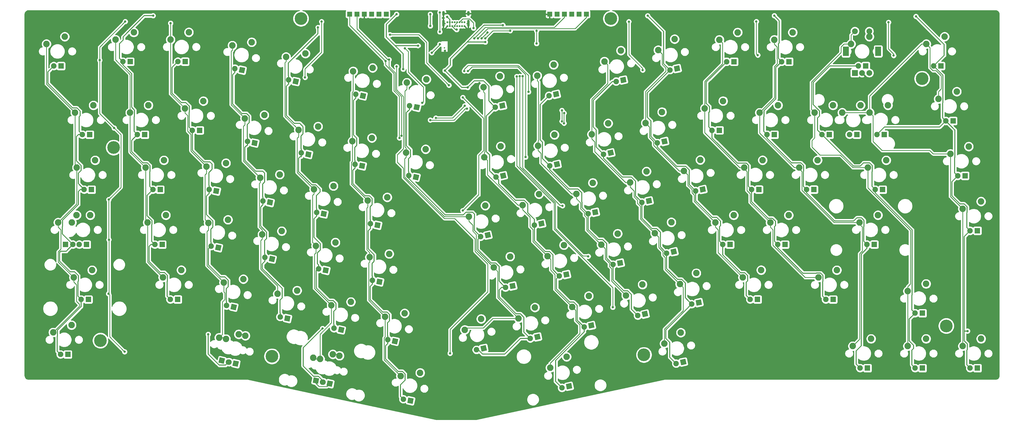
<source format=gtl>
G04 #@! TF.GenerationSoftware,KiCad,Pcbnew,(5.1.9-0-10_14)*
G04 #@! TF.CreationDate,2021-10-05T14:43:53-07:00*
G04 #@! TF.ProjectId,adelheid,6164656c-6865-4696-942e-6b696361645f,2.0*
G04 #@! TF.SameCoordinates,Original*
G04 #@! TF.FileFunction,Copper,L1,Top*
G04 #@! TF.FilePolarity,Positive*
%FSLAX46Y46*%
G04 Gerber Fmt 4.6, Leading zero omitted, Abs format (unit mm)*
G04 Created by KiCad (PCBNEW (5.1.9-0-10_14)) date 2021-10-05 14:43:53*
%MOMM*%
%LPD*%
G01*
G04 APERTURE LIST*
G04 #@! TA.AperFunction,NonConductor*
%ADD10C,0.375000*%
G04 #@! TD*
G04 #@! TA.AperFunction,ComponentPad*
%ADD11C,0.100000*%
G04 #@! TD*
G04 #@! TA.AperFunction,ComponentPad*
%ADD12C,1.905000*%
G04 #@! TD*
G04 #@! TA.AperFunction,ComponentPad*
%ADD13C,2.250000*%
G04 #@! TD*
G04 #@! TA.AperFunction,ComponentPad*
%ADD14C,2.000000*%
G04 #@! TD*
G04 #@! TA.AperFunction,WasherPad*
%ADD15R,2.000000X3.200000*%
G04 #@! TD*
G04 #@! TA.AperFunction,ComponentPad*
%ADD16R,2.000000X2.000000*%
G04 #@! TD*
G04 #@! TA.AperFunction,ComponentPad*
%ADD17C,0.650000*%
G04 #@! TD*
G04 #@! TA.AperFunction,ComponentPad*
%ADD18O,0.900000X2.400000*%
G04 #@! TD*
G04 #@! TA.AperFunction,ComponentPad*
%ADD19O,0.900000X1.700000*%
G04 #@! TD*
G04 #@! TA.AperFunction,ComponentPad*
%ADD20R,1.905000X1.905000*%
G04 #@! TD*
G04 #@! TA.AperFunction,ComponentPad*
%ADD21C,4.400000*%
G04 #@! TD*
G04 #@! TA.AperFunction,ComponentPad*
%ADD22R,1.700000X1.700000*%
G04 #@! TD*
G04 #@! TA.AperFunction,ViaPad*
%ADD23C,0.800000*%
G04 #@! TD*
G04 #@! TA.AperFunction,Conductor*
%ADD24C,0.250000*%
G04 #@! TD*
G04 #@! TA.AperFunction,Conductor*
%ADD25C,0.375000*%
G04 #@! TD*
G04 #@! TA.AperFunction,Conductor*
%ADD26C,0.254000*%
G04 #@! TD*
G04 #@! TA.AperFunction,Conductor*
%ADD27C,0.100000*%
G04 #@! TD*
G04 APERTURE END LIST*
D10*
X171577000Y-38000714D02*
X171648428Y-38072142D01*
X171577000Y-38143571D01*
X171505571Y-38072142D01*
X171577000Y-38000714D01*
X171577000Y-38143571D01*
G04 #@! TA.AperFunction,ComponentPad*
D11*
G36*
X130691835Y-155229788D02*
G01*
X131087906Y-153366417D01*
X132951277Y-153762488D01*
X132555206Y-155625859D01*
X130691835Y-155229788D01*
G37*
G04 #@! TD.AperFunction*
D12*
X129337061Y-153968042D03*
D13*
X128436853Y-145986462D03*
X135176186Y-144822206D03*
G04 #@! TA.AperFunction,ComponentPad*
D11*
G36*
X125885780Y-154206392D02*
G01*
X126281851Y-152343021D01*
X128145222Y-152739092D01*
X127749151Y-154602463D01*
X125885780Y-154206392D01*
G37*
G04 #@! TD.AperFunction*
D12*
X129499996Y-154000838D03*
D13*
X126115293Y-145491162D03*
X132854626Y-144326906D03*
G04 #@! TA.AperFunction,ComponentPad*
D11*
G36*
X93269640Y-147267112D02*
G01*
X93665711Y-145403741D01*
X95529082Y-145799812D01*
X95133011Y-147663183D01*
X93269640Y-147267112D01*
G37*
G04 #@! TD.AperFunction*
D12*
X96883856Y-147061558D03*
D13*
X93499153Y-138551882D03*
X100238486Y-137387626D03*
D14*
X318755400Y-32293800D03*
X313755400Y-32293800D03*
D15*
X321855400Y-39293800D03*
X310655400Y-39293800D03*
D14*
X318755400Y-46793800D03*
X316255400Y-46793800D03*
D16*
X313755400Y-46793800D03*
D17*
X174251700Y-30535000D03*
X172551700Y-30535000D03*
X173401700Y-30535000D03*
X175101700Y-30535000D03*
X175951700Y-30535000D03*
X176801700Y-30535000D03*
X177651700Y-30535000D03*
X178501700Y-30535000D03*
X172551700Y-29210000D03*
X173406700Y-29210000D03*
X174256700Y-29210000D03*
X175106700Y-29210000D03*
X175956700Y-29210000D03*
X176806700Y-29210000D03*
X177656700Y-29210000D03*
X178506700Y-29210000D03*
D18*
X171201700Y-29555000D03*
X179851700Y-29555000D03*
D19*
X171201700Y-26175000D03*
X179851700Y-26175000D03*
G04 #@! TA.AperFunction,ComponentPad*
D11*
G36*
X184416019Y-143380112D02*
G01*
X184019948Y-141516741D01*
X185883319Y-141120670D01*
X186279390Y-142984041D01*
X184416019Y-143380112D01*
G37*
G04 #@! TD.AperFunction*
D12*
X182665174Y-142778487D03*
D13*
X178596392Y-135853098D03*
X184279534Y-132048363D03*
D20*
X299567600Y-87210900D03*
D12*
X297027600Y-87210900D03*
D13*
X294487600Y-79590900D03*
X300837600Y-77050900D03*
X315722000Y-58000900D03*
X309372000Y-60540900D03*
D12*
X311912000Y-68160900D03*
D20*
X314452000Y-68160900D03*
G04 #@! TA.AperFunction,ComponentPad*
D11*
G36*
X190883689Y-59250863D02*
G01*
X190487618Y-57387492D01*
X192350989Y-56991421D01*
X192747060Y-58854792D01*
X190883689Y-59250863D01*
G37*
G04 #@! TD.AperFunction*
D12*
X189132844Y-58649238D03*
D13*
X185064062Y-51723849D03*
X190747204Y-47919114D03*
D20*
X320509900Y-106260900D03*
D12*
X317969900Y-106260900D03*
D13*
X315429900Y-98640900D03*
X321779900Y-96100900D03*
D20*
X40246300Y-106260900D03*
D12*
X42786300Y-106260900D03*
D13*
X37706300Y-98640900D03*
X44056300Y-96100900D03*
D20*
X49250600Y-87223600D03*
D12*
X46710600Y-87223600D03*
D13*
X44170600Y-79603600D03*
X50520600Y-77063600D03*
G04 #@! TA.AperFunction,ComponentPad*
D11*
G36*
X253596289Y-148138163D02*
G01*
X253200218Y-146274792D01*
X255063589Y-145878721D01*
X255459660Y-147742092D01*
X253596289Y-148138163D01*
G37*
G04 #@! TD.AperFunction*
D12*
X251845444Y-147536538D03*
D13*
X247776662Y-140611149D03*
X253459804Y-136806414D03*
D20*
X41046400Y-144373600D03*
D12*
X38506400Y-144373600D03*
D13*
X35966400Y-136753600D03*
X42316400Y-134213600D03*
D20*
X356235000Y-149123400D03*
D12*
X353695000Y-149123400D03*
D13*
X351155000Y-141503400D03*
X357505000Y-138963400D03*
D20*
X356222300Y-101498400D03*
D12*
X353682300Y-101498400D03*
D13*
X351142300Y-93878400D03*
X357492300Y-91338400D03*
D20*
X351955100Y-82448400D03*
D12*
X349415100Y-82448400D03*
D13*
X346875100Y-74828400D03*
X353225100Y-72288400D03*
D20*
X347802200Y-63411100D03*
D12*
X345262200Y-63411100D03*
D13*
X342722200Y-55791100D03*
X349072200Y-53251100D03*
D20*
X323977000Y-68160900D03*
D12*
X321437000Y-68160900D03*
D13*
X318897000Y-60540900D03*
X325247000Y-58000900D03*
D20*
X343585800Y-44361100D03*
D12*
X341045800Y-44361100D03*
D13*
X338505800Y-36741100D03*
X344855800Y-34201100D03*
D20*
X337185000Y-149123400D03*
D12*
X334645000Y-149123400D03*
D13*
X332105000Y-141503400D03*
X338455000Y-138963400D03*
D20*
X337185000Y-130073400D03*
D12*
X334645000Y-130073400D03*
D13*
X332105000Y-122453400D03*
X338455000Y-119913400D03*
D20*
X323380100Y-87223600D03*
D12*
X320840100Y-87223600D03*
D13*
X318300100Y-79603600D03*
X324650100Y-77063600D03*
D20*
X304939700Y-68173600D03*
D12*
X302399700Y-68173600D03*
D13*
X299859700Y-60553600D03*
X306209700Y-58013600D03*
D20*
X317525400Y-44373800D03*
D12*
X314985400Y-44373800D03*
D13*
X312445400Y-36753800D03*
X318795400Y-34213800D03*
D20*
X318122300Y-149123400D03*
D12*
X315582300Y-149123400D03*
D13*
X313042300Y-141503400D03*
X319392300Y-138963400D03*
D20*
X285877000Y-68173600D03*
D12*
X283337000Y-68173600D03*
D13*
X280797000Y-60553600D03*
X287147000Y-58013600D03*
D20*
X290957000Y-42875200D03*
D12*
X288417000Y-42875200D03*
D13*
X285877000Y-35255200D03*
X292227000Y-32715200D03*
D20*
X306247800Y-125323600D03*
D12*
X303707800Y-125323600D03*
D13*
X301167800Y-117703600D03*
X307517800Y-115163600D03*
D20*
X289560000Y-106286300D03*
D12*
X287020000Y-106286300D03*
D13*
X284480000Y-98666300D03*
X290830000Y-96126300D03*
D20*
X280530300Y-87210900D03*
D12*
X277990300Y-87210900D03*
D13*
X275450300Y-79590900D03*
X281800300Y-77050900D03*
D20*
X266839700Y-66675000D03*
D12*
X264299700Y-66675000D03*
D13*
X261759700Y-59055000D03*
X268109700Y-56515000D03*
D20*
X271894300Y-42875200D03*
D12*
X269354300Y-42875200D03*
D13*
X266814300Y-35255200D03*
X273164300Y-32715200D03*
D20*
X280035000Y-125310900D03*
D12*
X277495000Y-125310900D03*
D13*
X274955000Y-117690900D03*
X281305000Y-115150900D03*
D20*
X270510000Y-106286300D03*
D12*
X267970000Y-106286300D03*
D13*
X265430000Y-98666300D03*
X271780000Y-96126300D03*
G04 #@! TA.AperFunction,ComponentPad*
D11*
G36*
X260327289Y-88295763D02*
G01*
X259931218Y-86432392D01*
X261794589Y-86036321D01*
X262190660Y-87899692D01*
X260327289Y-88295763D01*
G37*
G04 #@! TD.AperFunction*
D12*
X258576444Y-87694138D03*
D13*
X254507662Y-80768749D03*
X260190804Y-76964014D03*
G04 #@! TA.AperFunction,ComponentPad*
D11*
G36*
X247081189Y-71658763D02*
G01*
X246685118Y-69795392D01*
X248548489Y-69399321D01*
X248944560Y-71262692D01*
X247081189Y-71658763D01*
G37*
G04 #@! TD.AperFunction*
D12*
X245330344Y-71057138D03*
D13*
X241261562Y-64131749D03*
X246944704Y-60327014D03*
G04 #@! TA.AperFunction,ComponentPad*
D11*
G36*
X251424589Y-46373063D02*
G01*
X251028518Y-44509692D01*
X252891889Y-44113621D01*
X253287960Y-45976992D01*
X251424589Y-46373063D01*
G37*
G04 #@! TD.AperFunction*
D12*
X249673744Y-45771438D03*
D13*
X245604962Y-38846049D03*
X251288104Y-35041314D03*
G04 #@! TA.AperFunction,ComponentPad*
D11*
G36*
X258955689Y-127526063D02*
G01*
X258559618Y-125662692D01*
X260422989Y-125266621D01*
X260819060Y-127129992D01*
X258955689Y-127526063D01*
G37*
G04 #@! TD.AperFunction*
D12*
X257204844Y-126924438D03*
D13*
X253136062Y-119999049D03*
X258819204Y-116194314D03*
G04 #@! TA.AperFunction,ComponentPad*
D11*
G36*
X250306989Y-109885763D02*
G01*
X249910918Y-108022392D01*
X251774289Y-107626321D01*
X252170360Y-109489692D01*
X250306989Y-109885763D01*
G37*
G04 #@! TD.AperFunction*
D12*
X248556144Y-109284138D03*
D13*
X244487362Y-102358749D03*
X250170504Y-98554014D03*
G04 #@! TA.AperFunction,ComponentPad*
D11*
G36*
X241696389Y-92245463D02*
G01*
X241300318Y-90382092D01*
X243163689Y-89986021D01*
X243559760Y-91849392D01*
X241696389Y-92245463D01*
G37*
G04 #@! TD.AperFunction*
D12*
X239945544Y-91643838D03*
D13*
X235876762Y-84718449D03*
X241559904Y-80913714D03*
G04 #@! TA.AperFunction,ComponentPad*
D11*
G36*
X228424889Y-75595763D02*
G01*
X228028818Y-73732392D01*
X229892189Y-73336321D01*
X230288260Y-75199692D01*
X228424889Y-75595763D01*
G37*
G04 #@! TD.AperFunction*
D12*
X226674044Y-74994138D03*
D13*
X222605262Y-68068749D03*
X228288404Y-64264014D03*
G04 #@! TA.AperFunction,ComponentPad*
D11*
G36*
X232793689Y-50335463D02*
G01*
X232397618Y-48472092D01*
X234260989Y-48076021D01*
X234657060Y-49939392D01*
X232793689Y-50335463D01*
G37*
G04 #@! TD.AperFunction*
D12*
X231042844Y-49733838D03*
D13*
X226974062Y-42808449D03*
X232657204Y-39003714D03*
G04 #@! TA.AperFunction,ComponentPad*
D11*
G36*
X240312089Y-131488463D02*
G01*
X239916018Y-129625092D01*
X241779389Y-129229021D01*
X242175460Y-131092392D01*
X240312089Y-131488463D01*
G37*
G04 #@! TD.AperFunction*
D12*
X238561244Y-130886838D03*
D13*
X234492462Y-123961449D03*
X240175604Y-120156714D03*
G04 #@! TA.AperFunction,ComponentPad*
D11*
G36*
X231701489Y-113822763D02*
G01*
X231305418Y-111959392D01*
X233168789Y-111563321D01*
X233564860Y-113426692D01*
X231701489Y-113822763D01*
G37*
G04 #@! TD.AperFunction*
D12*
X229950644Y-113221138D03*
D13*
X225881862Y-106295749D03*
X231565004Y-102491014D03*
G04 #@! TA.AperFunction,ComponentPad*
D11*
G36*
X223065489Y-96207863D02*
G01*
X222669418Y-94344492D01*
X224532789Y-93948421D01*
X224928860Y-95811792D01*
X223065489Y-96207863D01*
G37*
G04 #@! TD.AperFunction*
D12*
X221314644Y-95606238D03*
D13*
X217245862Y-88680849D03*
X222929004Y-84876114D03*
G04 #@! TA.AperFunction,ComponentPad*
D11*
G36*
X209819389Y-79570863D02*
G01*
X209423318Y-77707492D01*
X211286689Y-77311421D01*
X211682760Y-79174792D01*
X209819389Y-79570863D01*
G37*
G04 #@! TD.AperFunction*
D12*
X208068544Y-78969238D03*
D13*
X203999762Y-72043849D03*
X209682904Y-68239114D03*
G04 #@! TA.AperFunction,ComponentPad*
D11*
G36*
X209514589Y-55288463D02*
G01*
X209118518Y-53425092D01*
X210981889Y-53029021D01*
X211377960Y-54892392D01*
X209514589Y-55288463D01*
G37*
G04 #@! TD.AperFunction*
D12*
X207763744Y-54686838D03*
D13*
X203694962Y-47761449D03*
X209378104Y-43956714D03*
G04 #@! TA.AperFunction,ComponentPad*
D11*
G36*
X214010389Y-156545563D02*
G01*
X213614318Y-154682192D01*
X215477689Y-154286121D01*
X215873760Y-156149492D01*
X214010389Y-156545563D01*
G37*
G04 #@! TD.AperFunction*
D12*
X212259544Y-155943938D03*
D13*
X208190762Y-149018549D03*
X213873904Y-145213814D03*
G04 #@! TA.AperFunction,ComponentPad*
D11*
G36*
X221693889Y-135450863D02*
G01*
X221297818Y-133587492D01*
X223161189Y-133191421D01*
X223557260Y-135054792D01*
X221693889Y-135450863D01*
G37*
G04 #@! TD.AperFunction*
D12*
X219943044Y-134849238D03*
D13*
X215874262Y-127923849D03*
X221557404Y-124119114D03*
G04 #@! TA.AperFunction,ComponentPad*
D11*
G36*
X213070589Y-117797863D02*
G01*
X212674518Y-115934492D01*
X214537889Y-115538421D01*
X214933960Y-117401792D01*
X213070589Y-117797863D01*
G37*
G04 #@! TD.AperFunction*
D12*
X211319744Y-117196238D03*
D13*
X207250962Y-110270849D03*
X212934104Y-106466114D03*
G04 #@! TA.AperFunction,ComponentPad*
D11*
G36*
X204447289Y-100157563D02*
G01*
X204051218Y-98294192D01*
X205914589Y-97898121D01*
X206310660Y-99761492D01*
X204447289Y-100157563D01*
G37*
G04 #@! TD.AperFunction*
D12*
X202696444Y-99555938D03*
D13*
X198627662Y-92630549D03*
X204310804Y-88825814D03*
G04 #@! TA.AperFunction,ComponentPad*
D11*
G36*
X191175789Y-83520563D02*
G01*
X190779718Y-81657192D01*
X192643089Y-81261121D01*
X193039160Y-83124492D01*
X191175789Y-83520563D01*
G37*
G04 #@! TD.AperFunction*
D12*
X189424944Y-82918938D03*
D13*
X185356162Y-75993549D03*
X191039304Y-72188814D03*
G04 #@! TA.AperFunction,ComponentPad*
D11*
G36*
X203050289Y-139425963D02*
G01*
X202654218Y-137562592D01*
X204517589Y-137166521D01*
X204913660Y-139029892D01*
X203050289Y-139425963D01*
G37*
G04 #@! TD.AperFunction*
D12*
X201299444Y-138824338D03*
D13*
X197230662Y-131898949D03*
X202913804Y-128094214D03*
G04 #@! TA.AperFunction,ComponentPad*
D11*
G36*
X194439689Y-121772963D02*
G01*
X194043618Y-119909592D01*
X195906989Y-119513521D01*
X196303060Y-121376892D01*
X194439689Y-121772963D01*
G37*
G04 #@! TD.AperFunction*
D12*
X192688844Y-121171338D03*
D13*
X188620062Y-114245949D03*
X194303204Y-110441214D03*
G04 #@! TA.AperFunction,ComponentPad*
D11*
G36*
X185829089Y-104132663D02*
G01*
X185433018Y-102269292D01*
X187296389Y-101873221D01*
X187692460Y-103736592D01*
X185829089Y-104132663D01*
G37*
G04 #@! TD.AperFunction*
D12*
X184078244Y-103531038D03*
D13*
X180009462Y-96605649D03*
X185692604Y-92800914D03*
G04 #@! TA.AperFunction,ComponentPad*
D11*
G36*
X160549535Y-83652588D02*
G01*
X160945606Y-81789217D01*
X162808977Y-82185288D01*
X162412906Y-84048659D01*
X160549535Y-83652588D01*
G37*
G04 #@! TD.AperFunction*
D12*
X159194761Y-82390842D03*
D13*
X158294553Y-74409262D03*
X165033886Y-73245006D03*
G04 #@! TA.AperFunction,ComponentPad*
D11*
G36*
X160790835Y-59395588D02*
G01*
X161186906Y-57532217D01*
X163050277Y-57928288D01*
X162654206Y-59791659D01*
X160790835Y-59395588D01*
G37*
G04 #@! TD.AperFunction*
D12*
X159436061Y-58133842D03*
D13*
X158535853Y-50152262D03*
X165275186Y-48988006D03*
G04 #@! TA.AperFunction,ComponentPad*
D11*
G36*
X158644535Y-161160688D02*
G01*
X159040606Y-159297317D01*
X160903977Y-159693388D01*
X160507906Y-161556759D01*
X158644535Y-161160688D01*
G37*
G04 #@! TD.AperFunction*
D12*
X157289761Y-159898942D03*
D13*
X156389553Y-151917362D03*
X163128886Y-150753106D03*
G04 #@! TA.AperFunction,ComponentPad*
D11*
G36*
X153272435Y-140535888D02*
G01*
X153668506Y-138672517D01*
X155531877Y-139068588D01*
X155135806Y-140931959D01*
X153272435Y-140535888D01*
G37*
G04 #@! TD.AperFunction*
D12*
X151917661Y-139274142D03*
D13*
X151017453Y-131292562D03*
X157756786Y-130128306D03*
G04 #@! TA.AperFunction,ComponentPad*
D11*
G36*
X147913035Y-119923788D02*
G01*
X148309106Y-118060417D01*
X150172477Y-118456488D01*
X149776406Y-120319859D01*
X147913035Y-119923788D01*
G37*
G04 #@! TD.AperFunction*
D12*
X146558261Y-118662042D03*
D13*
X145658053Y-110680462D03*
X152397386Y-109516206D03*
G04 #@! TA.AperFunction,ComponentPad*
D11*
G36*
X147239935Y-100289588D02*
G01*
X147636006Y-98426217D01*
X149499377Y-98822288D01*
X149103306Y-100685659D01*
X147239935Y-100289588D01*
G37*
G04 #@! TD.AperFunction*
D12*
X145885161Y-99027842D03*
D13*
X144984953Y-91046262D03*
X151724286Y-89882006D03*
G04 #@! TA.AperFunction,ComponentPad*
D11*
G36*
X141905935Y-79715588D02*
G01*
X142302006Y-77852217D01*
X144165377Y-78248288D01*
X143769306Y-80111659D01*
X141905935Y-79715588D01*
G37*
G04 #@! TD.AperFunction*
D12*
X140551161Y-78453842D03*
D13*
X139650953Y-70472262D03*
X146390286Y-69308006D03*
G04 #@! TA.AperFunction,ComponentPad*
D11*
G36*
X142172635Y-55433188D02*
G01*
X142568706Y-53569817D01*
X144432077Y-53965888D01*
X144036006Y-55829259D01*
X142172635Y-55433188D01*
G37*
G04 #@! TD.AperFunction*
D12*
X140817861Y-54171442D03*
D13*
X139917653Y-46189862D03*
X146656986Y-45025606D03*
G04 #@! TA.AperFunction,ComponentPad*
D11*
G36*
X134641535Y-136586188D02*
G01*
X135037606Y-134722817D01*
X136900977Y-135118888D01*
X136504906Y-136982259D01*
X134641535Y-136586188D01*
G37*
G04 #@! TD.AperFunction*
D12*
X133286761Y-135324442D03*
D13*
X132386553Y-127342862D03*
X139125886Y-126178606D03*
G04 #@! TA.AperFunction,ComponentPad*
D11*
G36*
X129269435Y-115961388D02*
G01*
X129665506Y-114098017D01*
X131528877Y-114494088D01*
X131132806Y-116357459D01*
X129269435Y-115961388D01*
G37*
G04 #@! TD.AperFunction*
D12*
X127914661Y-114699642D03*
D13*
X127014453Y-106718062D03*
X133753786Y-105553806D03*
G04 #@! TA.AperFunction,ComponentPad*
D11*
G36*
X128596335Y-96377988D02*
G01*
X128992406Y-94514617D01*
X130855777Y-94910688D01*
X130459706Y-96774059D01*
X128596335Y-96377988D01*
G37*
G04 #@! TD.AperFunction*
D12*
X127241561Y-95116242D03*
D13*
X126341353Y-87134662D03*
X133080686Y-85970406D03*
G04 #@! TA.AperFunction,ComponentPad*
D11*
G36*
X123262335Y-75753188D02*
G01*
X123658406Y-73889817D01*
X125521777Y-74285888D01*
X125125706Y-76149259D01*
X123262335Y-75753188D01*
G37*
G04 #@! TD.AperFunction*
D12*
X121907561Y-74491442D03*
D13*
X121007353Y-66509862D03*
X127746686Y-65345606D03*
G04 #@! TA.AperFunction,ComponentPad*
D11*
G36*
X118906235Y-50467488D02*
G01*
X119302306Y-48604117D01*
X121165677Y-49000188D01*
X120769606Y-50863559D01*
X118906235Y-50467488D01*
G37*
G04 #@! TD.AperFunction*
D12*
X117551461Y-49205742D03*
D13*
X116651253Y-41224162D03*
X123390586Y-40059906D03*
G04 #@! TA.AperFunction,ComponentPad*
D11*
G36*
X115997935Y-132623788D02*
G01*
X116394006Y-130760417D01*
X118257377Y-131156488D01*
X117861306Y-133019859D01*
X115997935Y-132623788D01*
G37*
G04 #@! TD.AperFunction*
D12*
X114643161Y-131362042D03*
D13*
X113742953Y-123380462D03*
X120482286Y-122216206D03*
G04 #@! TA.AperFunction,ComponentPad*
D11*
G36*
X110676635Y-112037088D02*
G01*
X111072706Y-110173717D01*
X112936077Y-110569788D01*
X112540006Y-112433159D01*
X110676635Y-112037088D01*
G37*
G04 #@! TD.AperFunction*
D12*
X109321861Y-110775342D03*
D13*
X108421653Y-102793762D03*
X115160986Y-101629506D03*
G04 #@! TA.AperFunction,ComponentPad*
D11*
G36*
X109978135Y-92402888D02*
G01*
X110374206Y-90539517D01*
X112237577Y-90935588D01*
X111841506Y-92798959D01*
X109978135Y-92402888D01*
G37*
G04 #@! TD.AperFunction*
D12*
X108623361Y-91141142D03*
D13*
X107723153Y-83159562D03*
X114462486Y-81995306D03*
G04 #@! TA.AperFunction,ComponentPad*
D11*
G36*
X104631435Y-71778088D02*
G01*
X105027506Y-69914717D01*
X106890877Y-70310788D01*
X106494806Y-72174159D01*
X104631435Y-71778088D01*
G37*
G04 #@! TD.AperFunction*
D12*
X103276661Y-70516342D03*
D13*
X102376453Y-62534762D03*
X109115786Y-61370506D03*
G04 #@! TA.AperFunction,ComponentPad*
D11*
G36*
X100288035Y-46517788D02*
G01*
X100684106Y-44654417D01*
X102547477Y-45050488D01*
X102151406Y-46913859D01*
X100288035Y-46517788D01*
G37*
G04 #@! TD.AperFunction*
D12*
X98933261Y-45256042D03*
D13*
X98033053Y-37274462D03*
X104772386Y-36110206D03*
G04 #@! TA.AperFunction,ComponentPad*
D11*
G36*
X98090935Y-148295588D02*
G01*
X98487006Y-146432217D01*
X100350377Y-146828288D01*
X99954306Y-148691659D01*
X98090935Y-148295588D01*
G37*
G04 #@! TD.AperFunction*
D12*
X96736161Y-147033842D03*
D13*
X95835953Y-139052262D03*
X102575286Y-137888006D03*
G04 #@! TA.AperFunction,ComponentPad*
D11*
G36*
X97379735Y-128674088D02*
G01*
X97775806Y-126810717D01*
X99639177Y-127206788D01*
X99243106Y-129070159D01*
X97379735Y-128674088D01*
G37*
G04 #@! TD.AperFunction*
D12*
X96024961Y-127412342D03*
D13*
X95124753Y-119430762D03*
X101864086Y-118266506D03*
G04 #@! TA.AperFunction,ComponentPad*
D11*
G36*
X92045735Y-108074688D02*
G01*
X92441806Y-106211317D01*
X94305177Y-106607388D01*
X93909106Y-108470759D01*
X92045735Y-108074688D01*
G37*
G04 #@! TD.AperFunction*
D12*
X90690961Y-106812942D03*
D13*
X89790753Y-98831362D03*
X96530086Y-97667106D03*
G04 #@! TA.AperFunction,ComponentPad*
D11*
G36*
X91347235Y-88440488D02*
G01*
X91743306Y-86577117D01*
X93606677Y-86973188D01*
X93210606Y-88836559D01*
X91347235Y-88440488D01*
G37*
G04 #@! TD.AperFunction*
D12*
X89992461Y-87178742D03*
D13*
X89092253Y-79197162D03*
X95831586Y-78032906D03*
D20*
X86753700Y-66687700D03*
D12*
X84213700Y-66687700D03*
D13*
X81673700Y-59067700D03*
X88023700Y-56527700D03*
D20*
X81699100Y-42849800D03*
D12*
X79159100Y-42849800D03*
D13*
X76619100Y-35229800D03*
X82969100Y-32689800D03*
D20*
X79108300Y-125310900D03*
D12*
X76568300Y-125310900D03*
D13*
X74028300Y-117690900D03*
X80378300Y-115150900D03*
D20*
X73736200Y-106273600D03*
D12*
X71196200Y-106273600D03*
D13*
X68656200Y-98653600D03*
X75006200Y-96113600D03*
X74333100Y-77063600D03*
X67983100Y-79603600D03*
D12*
X70523100Y-87223600D03*
D20*
X73063100Y-87223600D03*
X67708368Y-68173600D03*
D12*
X65168368Y-68173600D03*
D13*
X62628368Y-60553600D03*
X68978368Y-58013600D03*
D20*
X62636400Y-42862500D03*
D12*
X60096400Y-42862500D03*
D13*
X57556400Y-35242500D03*
X63906400Y-32702500D03*
D20*
X48183800Y-125323600D03*
D12*
X45643800Y-125323600D03*
D13*
X43103800Y-117703600D03*
X49453800Y-115163600D03*
D20*
X47548800Y-106260900D03*
D12*
X45008800Y-106260900D03*
D13*
X42468800Y-98640900D03*
X48818800Y-96100900D03*
D20*
X48653700Y-68173600D03*
D12*
X46113700Y-68173600D03*
D13*
X43573700Y-60553600D03*
X49923700Y-58013600D03*
D20*
X38696900Y-44373800D03*
D12*
X36156900Y-44373800D03*
D13*
X33616900Y-36753800D03*
X39966900Y-34213800D03*
D21*
X56896000Y-72644000D03*
X345440000Y-134493000D03*
X240665000Y-144526000D03*
X337058000Y-48768000D03*
X52324000Y-139573000D03*
X111760000Y-145034000D03*
D22*
X220726000Y-26416000D03*
X218186000Y-26416000D03*
X215646000Y-26416000D03*
X213106000Y-26416000D03*
X210566000Y-26416000D03*
X208026000Y-26416000D03*
X141224000Y-26416000D03*
X138684000Y-26416000D03*
X151384000Y-26416000D03*
X146304000Y-26416000D03*
X148844000Y-26416000D03*
X143764000Y-26416000D03*
D21*
X121827220Y-27932509D03*
X229192785Y-27932509D03*
D23*
X338709000Y-69723000D03*
X223012000Y-43307000D03*
X328930000Y-50546000D03*
X303403000Y-40767000D03*
X151130000Y-39624000D03*
X175895000Y-73406000D03*
X72771000Y-146177000D03*
X197866000Y-28448000D03*
X185674000Y-26162000D03*
X191516000Y-26162000D03*
X163830000Y-30480000D03*
X169672000Y-54864000D03*
X163068000Y-36322000D03*
X163068000Y-38354000D03*
X183642000Y-50292000D03*
X171704000Y-39116000D03*
X183134000Y-40386000D03*
X191008000Y-34798000D03*
X171704000Y-44196000D03*
X132334000Y-43688000D03*
X49657000Y-35433000D03*
X334937100Y-27178000D03*
X70599300Y-26924000D03*
X127723900Y-31000700D03*
X241960400Y-26936700D03*
X285838900Y-26924000D03*
X154940000Y-26416000D03*
X166654002Y-30480000D03*
X166624000Y-26416000D03*
X157226000Y-45466000D03*
X191770000Y-30235979D03*
X185674000Y-36068000D03*
X171704000Y-45974000D03*
X179578000Y-51816000D03*
X162436499Y-37334501D03*
X352806000Y-136271000D03*
X172466000Y-27304990D03*
X89662000Y-137414000D03*
X129286000Y-135382000D03*
X178435000Y-46101000D03*
X200660000Y-53340000D03*
X178562000Y-58166000D03*
X168566946Y-62394946D03*
X179705000Y-46101000D03*
X199644000Y-75946000D03*
X198628000Y-47891996D03*
X212471000Y-92837000D03*
X197612000Y-47948998D03*
X221375231Y-110363000D03*
X196596000Y-48006000D03*
X229870000Y-128016000D03*
X183134000Y-34798000D03*
X203454000Y-32135990D03*
X203454000Y-36576000D03*
X181864000Y-34798000D03*
X194310000Y-32135990D03*
X185674000Y-34798000D03*
X152336000Y-42164000D03*
X156628000Y-68583005D03*
X212250000Y-63539013D03*
X212250000Y-59750000D03*
X151130000Y-42672000D03*
X155942495Y-69311076D03*
X212985209Y-64216856D03*
X213000000Y-60706866D03*
X169926000Y-36830000D03*
X167132000Y-39751000D03*
X76644500Y-29527500D03*
X177914000Y-55288144D03*
X177914000Y-94500400D03*
X184404000Y-34798000D03*
X186436000Y-32766000D03*
X154953000Y-44564000D03*
X173500000Y-144000000D03*
X60706000Y-143446500D03*
X55151700Y-123325300D03*
X57104089Y-65862511D03*
X55245000Y-90678000D03*
X55270400Y-104609900D03*
X325424800Y-29222700D03*
X327213600Y-40752400D03*
X163892801Y-57163399D03*
X60934600Y-28956000D03*
X52082700Y-42354500D03*
X128968500Y-28981400D03*
X123243186Y-48321114D03*
X235445300Y-28994100D03*
X240247568Y-45785168D03*
X279628600Y-28956000D03*
X157861000Y-38227000D03*
X179324000Y-59182000D03*
X166624000Y-63119000D03*
X280126500Y-40604500D03*
X152654000Y-33528000D03*
X173114000Y-51041000D03*
X175768000Y-31750000D03*
X169926000Y-32512000D03*
X169926000Y-25846753D03*
X181610000Y-31242000D03*
D24*
X171239009Y-30333011D02*
X171239009Y-29767326D01*
D25*
X140052870Y-68297870D02*
X141163454Y-69408454D01*
X141163454Y-69408454D02*
X141163454Y-71910572D01*
X140817861Y-54171442D02*
X140817861Y-55518480D01*
X140052870Y-56283471D02*
X140052870Y-68297870D01*
X140817861Y-55518480D02*
X140052870Y-56283471D01*
X141163454Y-71910572D02*
X140468199Y-72605827D01*
X140468199Y-72605827D02*
X140468199Y-77023842D01*
X140468199Y-77023842D02*
X140551161Y-77106804D01*
X140551161Y-77106804D02*
X140551161Y-78453842D01*
X101399489Y-60833000D02*
X102997000Y-60833000D01*
X102997000Y-60833000D02*
X103888954Y-61724954D01*
X98168270Y-57601781D02*
X101399489Y-60833000D01*
X98168270Y-47368071D02*
X98168270Y-57601781D01*
X98933261Y-45256042D02*
X98933261Y-46603080D01*
X98933261Y-46603080D02*
X98168270Y-47368071D01*
X63140878Y-58695878D02*
X64140869Y-59695869D01*
X64140869Y-59695869D02*
X64140869Y-61866625D01*
X64140869Y-61866625D02*
X64056967Y-61950527D01*
X64056967Y-61950527D02*
X64056967Y-67062199D01*
X64056967Y-67062199D02*
X64215869Y-67221101D01*
X64215869Y-67221101D02*
X65168368Y-68173600D01*
X63140878Y-47072882D02*
X63140878Y-58695878D01*
X60096400Y-44028404D02*
X63140878Y-47072882D01*
X60096400Y-42862500D02*
X60096400Y-44028404D01*
X91059000Y-78359000D02*
X91059000Y-80181226D01*
X90297000Y-77597000D02*
X91059000Y-78359000D01*
X84213700Y-66687700D02*
X84213700Y-73593811D01*
X88216889Y-77597000D02*
X90297000Y-77597000D01*
X84213700Y-73593811D02*
X88216889Y-77597000D01*
X89992461Y-85831704D02*
X89992461Y-87178742D01*
X91059000Y-80181226D02*
X89909499Y-81330727D01*
X89909499Y-85748742D02*
X89992461Y-85831704D01*
X89909499Y-81330727D02*
X89909499Y-85748742D01*
X315624910Y-79091090D02*
X316738000Y-77978000D01*
X316738000Y-77978000D02*
X318913002Y-77978000D01*
X318913002Y-77978000D02*
X319812601Y-78877599D01*
X319812601Y-80916625D02*
X319728699Y-81000527D01*
X319812601Y-78877599D02*
X319812601Y-80916625D01*
X319728699Y-81000527D02*
X319728699Y-86112199D01*
X319728699Y-86112199D02*
X319887601Y-86271101D01*
X186062421Y-61719661D02*
X186062421Y-74048421D01*
X186062421Y-74048421D02*
X187229599Y-75215599D01*
X189132844Y-58649238D02*
X186062421Y-61719661D01*
X158373510Y-72013510D02*
X159807054Y-73447054D01*
X159807054Y-73447054D02*
X159807054Y-75847572D01*
X159807054Y-75847572D02*
X159111799Y-76542827D01*
X159111799Y-76542827D02*
X159111799Y-80960842D01*
X159111799Y-80960842D02*
X159194761Y-81043804D01*
X159194761Y-81043804D02*
X159194761Y-82390842D01*
X158373510Y-60543431D02*
X158373510Y-72013510D01*
X159436061Y-58133842D02*
X159436061Y-59480880D01*
X159436061Y-59480880D02*
X158373510Y-60543431D01*
X39218801Y-97853197D02*
X39218801Y-99953925D01*
X45363562Y-87223600D02*
X44683110Y-87904052D01*
X46710600Y-87223600D02*
X45363562Y-87223600D01*
X44683109Y-92388889D02*
X39218801Y-97853197D01*
X44683110Y-87904052D02*
X44683109Y-92388889D01*
X39218801Y-99953925D02*
X39134899Y-100037827D01*
X39134899Y-100037827D02*
X39134899Y-102609499D01*
X39134899Y-102609499D02*
X41833801Y-105308401D01*
X41833801Y-105308401D02*
X42786300Y-106260900D01*
X44683110Y-81554890D02*
X44683110Y-85196110D01*
X44683110Y-85196110D02*
X46710600Y-87223600D01*
X45683101Y-78877599D02*
X45683101Y-80554899D01*
X45683101Y-80554899D02*
X44683110Y-81554890D01*
X210349717Y-121674505D02*
X214913212Y-126238000D01*
X214913212Y-126238000D02*
X216334415Y-126238000D01*
X210349717Y-118453283D02*
X210349717Y-121674505D01*
X210367245Y-118148737D02*
X210367245Y-118435755D01*
X210367245Y-118435755D02*
X210349717Y-118453283D01*
X211319744Y-117196238D02*
X210367245Y-118148737D01*
X282309501Y-59828499D02*
X282309501Y-61866625D01*
X282309501Y-61866625D02*
X282225599Y-61950527D01*
X286389510Y-55748490D02*
X282309501Y-59828499D01*
X288417000Y-42875200D02*
X286389510Y-44902690D01*
X286389510Y-44902690D02*
X286389510Y-55748490D01*
X282225599Y-67062199D02*
X282384501Y-67221101D01*
X282225599Y-61950527D02*
X282225599Y-67062199D01*
X282384501Y-67221101D02*
X283337000Y-68173600D01*
X313351610Y-98128390D02*
X314452000Y-97028000D01*
X314452000Y-97028000D02*
X316055502Y-97028000D01*
X306779186Y-98128390D02*
X313351610Y-98128390D01*
X297307000Y-88656204D02*
X306779186Y-98128390D01*
X297027600Y-88366600D02*
X297307000Y-88646000D01*
X297307000Y-88646000D02*
X297307000Y-88656204D01*
X297027600Y-87210900D02*
X297027600Y-88366600D01*
X347387610Y-89398912D02*
X350190698Y-92202000D01*
X350190698Y-92202000D02*
X351611902Y-92202000D01*
X347387610Y-84475890D02*
X347387610Y-89398912D01*
X349415100Y-82448400D02*
X347387610Y-84475890D01*
X352232125Y-136279190D02*
X351654810Y-136279190D01*
X351654810Y-136279190D02*
X351654810Y-139691810D01*
X351654810Y-103513190D02*
X351654810Y-136279190D01*
X352806000Y-136271000D02*
X352240315Y-136271000D01*
X352240315Y-136271000D02*
X352232125Y-136279190D01*
X351654810Y-139691810D02*
X352707463Y-140744463D01*
X352729801Y-102450899D02*
X352717101Y-102450899D01*
X353682300Y-101498400D02*
X352729801Y-102450899D01*
X352717101Y-102450899D02*
X351654810Y-103513190D01*
X352583599Y-142900327D02*
X352583599Y-148011999D01*
X352707463Y-140744463D02*
X352707463Y-142776463D01*
X352707463Y-142776463D02*
X352583599Y-142900327D01*
X352583599Y-148011999D02*
X352742501Y-148170901D01*
X352742501Y-148170901D02*
X353695000Y-149123400D01*
X352654801Y-95191425D02*
X352570899Y-95275327D01*
X352654801Y-93244899D02*
X352654801Y-95191425D01*
X351611902Y-92202000D02*
X352654801Y-93244899D01*
X352570899Y-95275327D02*
X352570899Y-100386999D01*
X352570899Y-100386999D02*
X352729801Y-100545901D01*
X352729801Y-100545901D02*
X353682300Y-101498400D01*
X348366199Y-66515099D02*
X348408513Y-66557413D01*
X348408513Y-66557413D02*
X348408513Y-76120513D01*
X348303699Y-81336999D02*
X348462601Y-81495901D01*
X348408513Y-76120513D02*
X348303699Y-76225327D01*
X348303699Y-76225327D02*
X348303699Y-81336999D01*
X348462601Y-81495901D02*
X349415100Y-82448400D01*
X345262200Y-63411100D02*
X344379550Y-62528450D01*
X341045800Y-44361100D02*
X344242913Y-47558213D01*
X344379550Y-62528450D02*
X344172201Y-62321101D01*
X344242913Y-57095913D02*
X344150799Y-57188027D01*
X344150799Y-57188027D02*
X344150799Y-62299699D01*
X344242913Y-47558213D02*
X344242913Y-57095913D01*
X344150799Y-62299699D02*
X344379550Y-62528450D01*
X334937100Y-27178000D02*
X344697201Y-36938101D01*
X344697201Y-40709699D02*
X344634701Y-40772199D01*
X344697201Y-36938101D02*
X344697201Y-40709699D01*
X344634701Y-40772199D02*
X341045800Y-44361100D01*
X332617510Y-139704510D02*
X334137000Y-141224000D01*
X334137000Y-141224000D02*
X334137000Y-142296926D01*
X333692501Y-148170901D02*
X334645000Y-149123400D01*
X334137000Y-142296926D02*
X333533599Y-142900327D01*
X333533599Y-142900327D02*
X333533599Y-148011999D01*
X333533599Y-148011999D02*
X333692501Y-148170901D01*
X332617510Y-132075490D02*
X332617510Y-139704510D01*
X333692501Y-131025899D02*
X333667101Y-131025899D01*
X333667101Y-131025899D02*
X332617510Y-132075490D01*
X334645000Y-130073400D02*
X333692501Y-131025899D01*
X333539411Y-101088815D02*
X333617501Y-101166905D01*
X333617501Y-101166905D02*
X333617501Y-123766425D01*
X333533599Y-128961999D02*
X333692501Y-129120901D01*
X333617501Y-123766425D02*
X333533599Y-123850327D01*
X333533599Y-123850327D02*
X333533599Y-128961999D01*
X333692501Y-129120901D02*
X334645000Y-130073400D01*
X320840100Y-88389504D02*
X333539411Y-101088815D01*
X320840100Y-87223600D02*
X320840100Y-88389504D01*
X319887601Y-86271101D02*
X320840100Y-87223600D01*
X314198000Y-143173226D02*
X314198000Y-147739100D01*
X314198000Y-147739100D02*
X315582300Y-149123400D01*
X315976000Y-109601838D02*
X315976000Y-141395226D01*
X315976000Y-141395226D02*
X314198000Y-143173226D01*
X316055502Y-97028000D02*
X316942401Y-97914899D01*
X316858499Y-100037827D02*
X316858499Y-105149499D01*
X316942401Y-97914899D02*
X316942401Y-99953925D01*
X316942401Y-99953925D02*
X316858499Y-100037827D01*
X316858499Y-105149499D02*
X317017401Y-105308401D01*
X317017401Y-105308401D02*
X317969900Y-106260900D01*
X283337000Y-68173600D02*
X283337000Y-69427892D01*
X283337000Y-69427892D02*
X291887108Y-77978000D01*
X296037000Y-80867026D02*
X295916199Y-80987827D01*
X291887108Y-77978000D02*
X295113202Y-77978000D01*
X296037000Y-78901798D02*
X296037000Y-80867026D01*
X295113202Y-77978000D02*
X296037000Y-78901798D01*
X295916199Y-86099499D02*
X296075101Y-86258401D01*
X295916199Y-80987827D02*
X295916199Y-86099499D01*
X296075101Y-86258401D02*
X297027600Y-87210900D01*
X285838900Y-26924000D02*
X287581863Y-28666963D01*
X287581863Y-28666963D02*
X287581863Y-36375863D01*
X287581863Y-36375863D02*
X287305599Y-36652127D01*
X287305599Y-36652127D02*
X287305599Y-41763799D01*
X287305599Y-41763799D02*
X287464501Y-41922701D01*
X287464501Y-41922701D02*
X288417000Y-42875200D01*
X273071607Y-78078399D02*
X276176301Y-78078399D01*
X276176301Y-78078399D02*
X276987000Y-78889098D01*
X276878899Y-86099499D02*
X277037801Y-86258401D01*
X276987000Y-78889098D02*
X276987000Y-80879726D01*
X277037801Y-86258401D02*
X277990300Y-87210900D01*
X276987000Y-80879726D02*
X276878899Y-80987827D01*
X276878899Y-80987827D02*
X276878899Y-86099499D01*
X264299700Y-69306492D02*
X273071607Y-78078399D01*
X264299700Y-66675000D02*
X264299700Y-69306492D01*
X277990300Y-87210900D02*
X277990300Y-91427300D01*
X283735399Y-97172399D02*
X283753999Y-97153799D01*
X277990300Y-91427300D02*
X283735399Y-97172399D01*
X283753999Y-97153799D02*
X285206001Y-97153799D01*
X285206001Y-97153799D02*
X286258000Y-98205798D01*
X286258000Y-98205798D02*
X286258000Y-99713826D01*
X285908599Y-105174899D02*
X286067501Y-105333801D01*
X286258000Y-99713826D02*
X285908599Y-100063227D01*
X285908599Y-100063227D02*
X285908599Y-105174899D01*
X286067501Y-105333801D02*
X287020000Y-106286300D01*
X287020000Y-106286300D02*
X287020000Y-107442000D01*
X302680301Y-119016625D02*
X302596399Y-119100527D01*
X287020000Y-107442000D02*
X295783000Y-116205000D01*
X302680301Y-116977599D02*
X302680301Y-119016625D01*
X295783000Y-116205000D02*
X300427898Y-116205000D01*
X300427898Y-116205000D02*
X300441799Y-116191099D01*
X300441799Y-116191099D02*
X301893801Y-116191099D01*
X302755301Y-124371101D02*
X303707800Y-125323600D01*
X301893801Y-116191099D02*
X302680301Y-116977599D01*
X302596399Y-119100527D02*
X302596399Y-124212199D01*
X302596399Y-124212199D02*
X302755301Y-124371101D01*
X276606000Y-117103398D02*
X276606000Y-118865426D01*
X275580602Y-116078000D02*
X276606000Y-117103398D01*
X267970000Y-106286300D02*
X267970000Y-109855000D01*
X274193000Y-116078000D02*
X275580602Y-116078000D01*
X267970000Y-109855000D02*
X274193000Y-116078000D01*
X276606000Y-118865426D02*
X276098000Y-119373426D01*
X276542501Y-124358401D02*
X277495000Y-125310900D01*
X276098000Y-119373426D02*
X276098000Y-123913900D01*
X276098000Y-123913900D02*
X276542501Y-124358401D01*
X264338249Y-96849751D02*
X265851953Y-96849751D01*
X266858599Y-105174899D02*
X267017501Y-105333801D01*
X265851953Y-96849751D02*
X267208000Y-98205798D01*
X267208000Y-98205798D02*
X267208000Y-99713826D01*
X267208000Y-99713826D02*
X266858599Y-100063227D01*
X266858599Y-100063227D02*
X266858599Y-105174899D01*
X267017501Y-105333801D02*
X267970000Y-106286300D01*
X258576444Y-87694138D02*
X258576444Y-91087946D01*
X258576444Y-91087946D02*
X264338249Y-96849751D01*
X243134999Y-68861793D02*
X244377845Y-70104639D01*
X241808000Y-62103000D02*
X243134999Y-63429999D01*
X241808000Y-53637182D02*
X241808000Y-62103000D01*
X243134999Y-63429999D02*
X243134999Y-68861793D01*
X249673744Y-45771438D02*
X241808000Y-53637182D01*
X244377845Y-70104639D02*
X245330344Y-71057138D01*
X237750199Y-84353384D02*
X237750199Y-89448493D01*
X237750199Y-89448493D02*
X238993045Y-90691339D01*
X236302254Y-82905439D02*
X237750199Y-84353384D01*
X233197560Y-82905439D02*
X236302254Y-82905439D01*
X238993045Y-90691339D02*
X239945544Y-91643838D01*
X226674044Y-74994138D02*
X226674044Y-76381923D01*
X226674044Y-76381923D02*
X233197560Y-82905439D01*
X239945544Y-97180521D02*
X243476023Y-100711000D01*
X239945544Y-91643838D02*
X239945544Y-97180521D01*
X256381099Y-80403684D02*
X256381099Y-85498793D01*
X245330344Y-72457623D02*
X251993721Y-79121000D01*
X255098415Y-79121000D02*
X256381099Y-80403684D01*
X251993721Y-79121000D02*
X255098415Y-79121000D01*
X245330344Y-71057138D02*
X245330344Y-72457623D01*
X256381099Y-85498793D02*
X257623945Y-86741639D01*
X257623945Y-86741639D02*
X258576444Y-87694138D01*
X269354300Y-42875200D02*
X262272210Y-49957290D01*
X262272210Y-49957290D02*
X262272210Y-57404000D01*
X262272210Y-57404000D02*
X262347202Y-57404000D01*
X263188299Y-60451927D02*
X263188299Y-65563599D01*
X263347201Y-65722501D02*
X264299700Y-66675000D01*
X262347202Y-57404000D02*
X263398000Y-58454798D01*
X263398000Y-58454798D02*
X263398000Y-60242226D01*
X263398000Y-60242226D02*
X263188299Y-60451927D01*
X263188299Y-65563599D02*
X263347201Y-65722501D01*
X241960400Y-26936700D02*
X247478399Y-32454699D01*
X247478399Y-32454699D02*
X247478399Y-43576093D01*
X247478399Y-43576093D02*
X248721245Y-44818939D01*
X248721245Y-44818939D02*
X249673744Y-45771438D01*
X248289172Y-138815172D02*
X249650099Y-140176099D01*
X257204844Y-126924438D02*
X256252345Y-127876937D01*
X249650099Y-140176099D02*
X249650099Y-145341193D01*
X248289172Y-135848626D02*
X248289172Y-138815172D01*
X256252345Y-127885453D02*
X248289172Y-135848626D01*
X256252345Y-127876937D02*
X256252345Y-127885453D01*
X249650099Y-145341193D02*
X251845444Y-147536538D01*
X255009499Y-119633984D02*
X255009499Y-124729093D01*
X253739515Y-118364000D02*
X255009499Y-119633984D01*
X252287513Y-118364000D02*
X253739515Y-118364000D01*
X248556144Y-114632631D02*
X252287513Y-118364000D01*
X248556144Y-109284138D02*
X248556144Y-114632631D01*
X255009499Y-124729093D02*
X256252345Y-125971939D01*
X256252345Y-125971939D02*
X257204844Y-126924438D01*
X245078115Y-100711000D02*
X246360799Y-101993684D01*
X243476023Y-100711000D02*
X245078115Y-100711000D01*
X246360799Y-101993684D02*
X246360799Y-107088793D01*
X246360799Y-107088793D02*
X247603645Y-108331639D01*
X247603645Y-108331639D02*
X248556144Y-109284138D01*
X223139000Y-65532000D02*
X224117763Y-66510763D01*
X229695806Y-49733838D02*
X223139000Y-56290644D01*
X224117763Y-66510763D02*
X224117763Y-72437857D01*
X223139000Y-56290644D02*
X223139000Y-65532000D01*
X231042844Y-49733838D02*
X229695806Y-49733838D01*
X224117763Y-72437857D02*
X225721545Y-74041639D01*
X225721545Y-74041639D02*
X226674044Y-74994138D01*
X233680000Y-122301000D02*
X235070515Y-122301000D01*
X235070515Y-122301000D02*
X236365899Y-123596384D01*
X236365899Y-123596384D02*
X236365899Y-128691493D01*
X229950644Y-118571644D02*
X233680000Y-122301000D01*
X229950644Y-113221138D02*
X229950644Y-118571644D01*
X236365899Y-128691493D02*
X237608745Y-129934339D01*
X237608745Y-129934339D02*
X238561244Y-130886838D01*
X227755299Y-105930684D02*
X227755299Y-111025793D01*
X226345615Y-104521000D02*
X227755299Y-105930684D01*
X224790000Y-104521000D02*
X226345615Y-104521000D01*
X221314644Y-101045644D02*
X224790000Y-104521000D01*
X221314644Y-95606238D02*
X221314644Y-101045644D01*
X227755299Y-111025793D02*
X228998145Y-112268639D01*
X228998145Y-112268639D02*
X229950644Y-113221138D01*
X219119299Y-88315784D02*
X219119299Y-91516180D01*
X214693821Y-86995000D02*
X217798515Y-86995000D01*
X219119299Y-91516180D02*
X219244299Y-91641180D01*
X217798515Y-86995000D02*
X219119299Y-88315784D01*
X220362145Y-94653739D02*
X221314644Y-95606238D01*
X208068544Y-78969238D02*
X208068544Y-80369723D01*
X208068544Y-80369723D02*
X214693821Y-86995000D01*
X219244299Y-91641180D02*
X219244299Y-93535893D01*
X219244299Y-93535893D02*
X220362145Y-94653739D01*
X204724000Y-69977000D02*
X205512263Y-70765263D01*
X205512263Y-70765263D02*
X205512263Y-76412957D01*
X205512263Y-76412957D02*
X207116045Y-78016739D01*
X207116045Y-78016739D02*
X208068544Y-78969238D01*
X219943044Y-136545956D02*
X210064199Y-146424801D01*
X210064199Y-146424801D02*
X210064199Y-153748593D01*
X210064199Y-153748593D02*
X211307045Y-154991439D01*
X211307045Y-154991439D02*
X212259544Y-155943938D01*
X196358511Y-130302000D02*
X197872215Y-130302000D01*
X197872215Y-130302000D02*
X199104099Y-131533884D01*
X199104099Y-131533884D02*
X199104099Y-136628993D01*
X199104099Y-136628993D02*
X200346945Y-137871839D01*
X200346945Y-137871839D02*
X201299444Y-138824338D01*
X190500000Y-124443489D02*
X196358511Y-130302000D01*
X191341806Y-121171338D02*
X190500000Y-122013144D01*
X192688844Y-121171338D02*
X191341806Y-121171338D01*
X190500000Y-122013144D02*
X190500000Y-124443489D01*
X187747912Y-112649000D02*
X189261615Y-112649000D01*
X189261615Y-112649000D02*
X190493499Y-113880884D01*
X190493499Y-113880884D02*
X190493499Y-118975993D01*
X190493499Y-118975993D02*
X191736345Y-120218839D01*
X183125745Y-108026833D02*
X187747912Y-112649000D01*
X183125745Y-104483537D02*
X183125745Y-108026833D01*
X206416912Y-108712000D02*
X207930615Y-108712000D01*
X207930615Y-108712000D02*
X209124399Y-109905784D01*
X209124399Y-109905784D02*
X209124399Y-115000893D01*
X209124399Y-115000893D02*
X210367245Y-116243739D01*
X210367245Y-116243739D02*
X211319744Y-117196238D01*
X202696444Y-104991532D02*
X206416912Y-108712000D01*
X202696444Y-99555938D02*
X202696444Y-104991532D01*
X189424944Y-82918938D02*
X190377443Y-83871437D01*
X202696444Y-98208900D02*
X202696444Y-99555938D01*
X190377443Y-83871437D02*
X190377443Y-85221443D01*
X190377443Y-85221443D02*
X196088000Y-90932000D01*
X199167615Y-90932000D02*
X200406000Y-92170385D01*
X196088000Y-90932000D02*
X199167615Y-90932000D01*
X202696444Y-97565523D02*
X202696444Y-98208900D01*
X200406000Y-92170385D02*
X200406000Y-95275079D01*
X200406000Y-95275079D02*
X202696444Y-97565523D01*
X189424944Y-82918938D02*
X187229599Y-80723593D01*
X187229599Y-80723593D02*
X187229599Y-75215599D01*
X181945399Y-95777695D02*
X181945399Y-97092427D01*
X181882899Y-101335693D02*
X183125745Y-102578539D01*
X181945399Y-97092427D02*
X181882899Y-97154927D01*
X181882899Y-97154927D02*
X181882899Y-101335693D01*
X183125745Y-102578539D02*
X184078244Y-103531038D01*
X178972852Y-95093148D02*
X181260852Y-95093148D01*
X178054000Y-96012000D02*
X178972852Y-95093148D01*
X171831000Y-96012000D02*
X178054000Y-96012000D01*
X159194761Y-83375761D02*
X171831000Y-96012000D01*
X159194761Y-82390842D02*
X159194761Y-83375761D01*
X181260852Y-95093148D02*
X181945399Y-95777695D01*
X80353798Y-57023000D02*
X81867502Y-57023000D01*
X81867502Y-57023000D02*
X83186201Y-58341699D01*
X77131610Y-53800812D02*
X80353798Y-57023000D01*
X77131610Y-44877290D02*
X77131610Y-53800812D01*
X79159100Y-42849800D02*
X77131610Y-44877290D01*
X93936894Y-117518105D02*
X95450598Y-117518105D01*
X95450598Y-117518105D02*
X96647000Y-118714507D01*
X89800962Y-113382173D02*
X93936894Y-117518105D01*
X89800962Y-107684038D02*
X89800962Y-113382173D01*
X90690961Y-106812942D02*
X90672058Y-106812942D01*
X90672058Y-106812942D02*
X89800962Y-107684038D01*
X70168701Y-97981701D02*
X70168701Y-99287101D01*
X68495610Y-96308610D02*
X70168701Y-97981701D01*
X70168701Y-99287101D02*
X70084799Y-99371003D01*
X68495610Y-89251090D02*
X68495610Y-96308610D01*
X70523100Y-87223600D02*
X68495610Y-89251090D01*
X67082298Y-77978000D02*
X68596002Y-77978000D01*
X69495601Y-78877599D02*
X69495601Y-80916625D01*
X68596002Y-77978000D02*
X69495601Y-78877599D01*
X69495601Y-80916625D02*
X69411699Y-81000527D01*
X63140878Y-74036580D02*
X67082298Y-77978000D01*
X63140878Y-70201090D02*
X63140878Y-74036580D01*
X65168368Y-68173600D02*
X63140878Y-70201090D01*
X44086210Y-68854052D02*
X44086210Y-77280708D01*
X44086210Y-77280708D02*
X45683101Y-78877599D01*
X46113700Y-68173600D02*
X44766662Y-68173600D01*
X44766662Y-68173600D02*
X44086210Y-68854052D01*
X42672898Y-58928000D02*
X44186602Y-58928000D01*
X44186602Y-58928000D02*
X45284913Y-60026311D01*
X45284913Y-60026311D02*
X45284913Y-61667913D01*
X34129410Y-50384512D02*
X42672898Y-58928000D01*
X34129410Y-46401290D02*
X34129410Y-50384512D01*
X36156900Y-44373800D02*
X34129410Y-46401290D01*
X91303254Y-98105361D02*
X91303254Y-100269672D01*
X89992461Y-87178742D02*
X89992461Y-88569539D01*
X89102462Y-95904569D02*
X91303254Y-98105361D01*
X89102462Y-89459538D02*
X89102462Y-95904569D01*
X89992461Y-88569539D02*
X89102462Y-89459538D01*
X91303254Y-100269672D02*
X90607999Y-100964927D01*
X90607999Y-100964927D02*
X90607999Y-105382942D01*
X90607999Y-105382942D02*
X90690961Y-105465904D01*
X90690961Y-105465904D02*
X90690961Y-106812942D01*
X73013198Y-115951000D02*
X74526902Y-115951000D01*
X74526902Y-115951000D02*
X75555363Y-116979461D01*
X75555363Y-116979461D02*
X75555363Y-118989363D01*
X69215000Y-112152802D02*
X73013198Y-115951000D01*
X69168710Y-112094710D02*
X69215000Y-112141000D01*
X69215000Y-112141000D02*
X69215000Y-112152802D01*
X69168710Y-106954052D02*
X69168710Y-112094710D01*
X71196200Y-106273600D02*
X69849162Y-106273600D01*
X69849162Y-106273600D02*
X69168710Y-106954052D01*
X41821998Y-115697000D02*
X43335702Y-115697000D01*
X43335702Y-115697000D02*
X44704000Y-117065298D01*
X44704000Y-117065298D02*
X44704000Y-118928926D01*
X44704000Y-118928926D02*
X44532399Y-119100527D01*
X44532399Y-124212199D02*
X44691301Y-124371101D01*
X44532399Y-119100527D02*
X44532399Y-124212199D01*
X38218810Y-112093812D02*
X41821998Y-115697000D01*
X38218810Y-108974190D02*
X38218810Y-112093812D01*
X40462200Y-108585000D02*
X38608000Y-108585000D01*
X38608000Y-108585000D02*
X38218810Y-108974190D01*
X42786300Y-106260900D02*
X40462200Y-108585000D01*
X155448000Y-150241000D02*
X156951693Y-150241000D01*
X156951693Y-150241000D02*
X157902054Y-151191361D01*
X157902054Y-151191361D02*
X157902054Y-153355672D01*
X157902054Y-153355672D02*
X156337262Y-154920464D01*
X156337262Y-154920464D02*
X156337262Y-158946443D01*
X156337262Y-158946443D02*
X157289761Y-159898942D01*
X151152670Y-145945670D02*
X155448000Y-150241000D01*
X151152670Y-141386171D02*
X151152670Y-145945670D01*
X151917661Y-139274142D02*
X151917661Y-140621180D01*
X151917661Y-140621180D02*
X151152670Y-141386171D01*
X150116689Y-129667000D02*
X151630393Y-129667000D01*
X151630393Y-129667000D02*
X152529954Y-130566561D01*
X152529954Y-130566561D02*
X152529954Y-132730872D01*
X152529954Y-132730872D02*
X151834699Y-133426127D01*
X151834699Y-133426127D02*
X151834699Y-137844142D01*
X151917661Y-137927104D02*
X151917661Y-139274142D01*
X151834699Y-137844142D02*
X151917661Y-137927104D01*
X145796000Y-125346311D02*
X150116689Y-129667000D01*
X146558261Y-120009080D02*
X145796000Y-120771341D01*
X146558261Y-118662042D02*
X146558261Y-120009080D01*
X145796000Y-120771341D02*
X145796000Y-125346311D01*
X147170554Y-109832554D02*
X147170554Y-112118772D01*
X147170554Y-112118772D02*
X146475299Y-112814027D01*
X146475299Y-112814027D02*
X146475299Y-117232042D01*
X146475299Y-117232042D02*
X146558261Y-117315004D01*
X146558261Y-117315004D02*
X146558261Y-118662042D01*
X145120170Y-107782170D02*
X147170554Y-109832554D01*
X145120170Y-101513830D02*
X145120170Y-107782170D01*
X145885161Y-100748839D02*
X145120170Y-101513830D01*
X145885161Y-99027842D02*
X145885161Y-100748839D01*
X146537799Y-117294542D02*
X146558261Y-117315004D01*
X144071489Y-89408000D02*
X145585193Y-89408000D01*
X146497454Y-90320261D02*
X146497454Y-92484572D01*
X145585193Y-89408000D02*
X146497454Y-90320261D01*
X145802199Y-97597842D02*
X145885161Y-97680804D01*
X146497454Y-92484572D02*
X145802199Y-93179827D01*
X145802199Y-93179827D02*
X145802199Y-97597842D01*
X145885161Y-97680804D02*
X145885161Y-99027842D01*
X139827000Y-85163511D02*
X144071489Y-89408000D01*
X140551161Y-79800880D02*
X139827000Y-80525041D01*
X140551161Y-78453842D02*
X140551161Y-79800880D01*
X139827000Y-80525041D02*
X139827000Y-85163511D01*
X103193699Y-69086342D02*
X103276661Y-69169304D01*
X103888954Y-61724954D02*
X103888954Y-63973072D01*
X103888954Y-63973072D02*
X103193699Y-64668327D01*
X103193699Y-64668327D02*
X103193699Y-69086342D01*
X103276661Y-69169304D02*
X103276661Y-70516342D01*
X131498489Y-125730000D02*
X133012193Y-125730000D01*
X133012193Y-125730000D02*
X133985000Y-126702807D01*
X133985000Y-126702807D02*
X133985000Y-128695226D01*
X133203799Y-129476427D02*
X133203799Y-133894442D01*
X133286761Y-133977404D02*
X133286761Y-135324442D01*
X133985000Y-128695226D02*
X133203799Y-129476427D01*
X133203799Y-133894442D02*
X133286761Y-133977404D01*
X127127000Y-121358511D02*
X131498489Y-125730000D01*
X127127000Y-115316000D02*
X127127000Y-121358511D01*
X127914661Y-114699642D02*
X127743358Y-114699642D01*
X127743358Y-114699642D02*
X127127000Y-115316000D01*
X127241561Y-95116242D02*
X127241561Y-96463280D01*
X127241561Y-96463280D02*
X126365000Y-97339841D01*
X126365000Y-97339841D02*
X126365000Y-103830107D01*
X126365000Y-103830107D02*
X128526954Y-105992061D01*
X127914661Y-113352604D02*
X127914661Y-114699642D01*
X128526954Y-105992061D02*
X128526954Y-108156372D01*
X128526954Y-108156372D02*
X127526963Y-109156363D01*
X127526963Y-109156363D02*
X127526963Y-112964906D01*
X127526963Y-112964906D02*
X127914661Y-113352604D01*
X127158599Y-89298227D02*
X127158599Y-93686242D01*
X121519520Y-75838480D02*
X121017562Y-76340438D01*
X121091073Y-81086073D02*
X125627161Y-85622161D01*
X125627161Y-85622161D02*
X126974855Y-85622161D01*
X121907561Y-74491442D02*
X121907561Y-75838480D01*
X121907561Y-75838480D02*
X121519520Y-75838480D01*
X126974855Y-85622161D02*
X128426927Y-87074234D01*
X121017562Y-81086073D02*
X121091073Y-81086073D01*
X128426927Y-88029899D02*
X127158599Y-89298227D01*
X128426927Y-87074234D02*
X128426927Y-88029899D01*
X121017562Y-76340438D02*
X121017562Y-81086073D01*
X127158599Y-93686242D02*
X127241561Y-93769204D01*
X127241561Y-93769204D02*
X127241561Y-95116242D01*
X122555000Y-65405000D02*
X122555000Y-67913026D01*
X122555000Y-67913026D02*
X121824599Y-68643427D01*
X121824599Y-68643427D02*
X121824599Y-73061442D01*
X121824599Y-73061442D02*
X121907561Y-73144404D01*
X121907561Y-73144404D02*
X121907561Y-74491442D01*
X116786470Y-61541470D02*
X119499049Y-64254049D01*
X119499049Y-64254049D02*
X121404049Y-64254049D01*
X116786470Y-51361530D02*
X116786470Y-61541470D01*
X117595220Y-50552780D02*
X116786470Y-51361530D01*
X117551461Y-50552780D02*
X117595220Y-50552780D01*
X127723900Y-33159700D02*
X127666526Y-33159700D01*
X117468499Y-43357727D02*
X117468499Y-47775742D01*
X127666526Y-33159700D02*
X117468499Y-43357727D01*
X117468499Y-47775742D02*
X117551461Y-47858704D01*
X117551461Y-47858704D02*
X117551461Y-49205742D01*
X115316000Y-121504132D02*
X115316000Y-124758226D01*
X115316000Y-124758226D02*
X114560199Y-125514027D01*
X114560199Y-125514027D02*
X114560199Y-129932042D01*
X114560199Y-129932042D02*
X114643161Y-130015004D01*
X108431862Y-114619994D02*
X115316000Y-121504132D01*
X108431862Y-113012379D02*
X108431862Y-114619994D01*
X114643161Y-130015004D02*
X114643161Y-131362042D01*
X109321861Y-112122380D02*
X108431862Y-113012379D01*
X109321861Y-110775342D02*
X109321861Y-112122380D01*
X107858370Y-93253171D02*
X107858370Y-99914691D01*
X107858370Y-99914691D02*
X109934154Y-101990475D01*
X109238899Y-104927327D02*
X109238899Y-109345342D01*
X109934154Y-101990475D02*
X109934154Y-104232072D01*
X109934154Y-104232072D02*
X109238899Y-104927327D01*
X109321861Y-109428304D02*
X109321861Y-110775342D01*
X109238899Y-109345342D02*
X109321861Y-109428304D01*
X108623361Y-91141142D02*
X108623361Y-92488180D01*
X108623361Y-92488180D02*
X107858370Y-93253171D01*
X108540399Y-85293127D02*
X108540399Y-89711142D01*
X108540399Y-89711142D02*
X108623361Y-89794104D01*
X108623361Y-89794104D02*
X108623361Y-91141142D01*
X96647000Y-118714507D02*
X96647000Y-120859326D01*
X96647000Y-120859326D02*
X95941999Y-121564327D01*
X95941999Y-121564327D02*
X95941999Y-125982342D01*
X95941999Y-125982342D02*
X96024961Y-126065304D01*
X96024961Y-126065304D02*
X96024961Y-127412342D01*
X75456899Y-124199499D02*
X75615801Y-124358401D01*
X75555363Y-118989363D02*
X75456899Y-119087827D01*
X75615801Y-124358401D02*
X76568300Y-125310900D01*
X75456899Y-119087827D02*
X75456899Y-124199499D01*
X108526505Y-80815105D02*
X109235654Y-81524254D01*
X109235654Y-81524254D02*
X109235654Y-84597872D01*
X109235654Y-84597872D02*
X108540399Y-85293127D01*
X106103494Y-80815105D02*
X108526505Y-80815105D01*
X102386662Y-77098273D02*
X106103494Y-80815105D01*
X102386662Y-72581238D02*
X102386662Y-77098273D01*
X103276661Y-71863380D02*
X103104520Y-71863380D01*
X103104520Y-71863380D02*
X102386662Y-72581238D01*
X83123701Y-58279199D02*
X83186201Y-58341699D01*
X83186201Y-58341699D02*
X83186201Y-60380725D01*
X83186201Y-60380725D02*
X83102299Y-60464627D01*
X83102299Y-60464627D02*
X83102299Y-65576299D01*
X83102299Y-65576299D02*
X83261201Y-65735201D01*
X83261201Y-65735201D02*
X84213700Y-66687700D01*
X67538898Y-26924000D02*
X60223327Y-34239571D01*
X60223327Y-35401099D02*
X58984999Y-36639427D01*
X60223327Y-34239571D02*
X60223327Y-35401099D01*
X58984999Y-36639427D02*
X58984999Y-41751099D01*
X58984999Y-41751099D02*
X59047499Y-41813599D01*
X69411699Y-81000527D02*
X69411699Y-86112199D01*
X69411699Y-86112199D02*
X69570601Y-86271101D01*
X69570601Y-86271101D02*
X70523100Y-87223600D01*
X70084799Y-99371003D02*
X70084799Y-105162199D01*
X70084799Y-105162199D02*
X70243701Y-105321101D01*
X37478901Y-138066625D02*
X37394999Y-138150527D01*
X45606598Y-127838200D02*
X37478901Y-135965897D01*
X37478901Y-135965897D02*
X37478901Y-138066625D01*
X45643800Y-127838200D02*
X45606598Y-127838200D01*
X37394999Y-143262199D02*
X37553901Y-143421101D01*
X45643800Y-125323600D02*
X45643800Y-127838200D01*
X37394999Y-138150527D02*
X37394999Y-143262199D01*
X37553901Y-143421101D02*
X38506400Y-144373600D01*
X44691301Y-124371101D02*
X45643800Y-125323600D01*
X45284913Y-61667913D02*
X45002299Y-61950527D01*
X45002299Y-61950527D02*
X45002299Y-67062199D01*
X45002299Y-67062199D02*
X45161201Y-67221101D01*
X45161201Y-67221101D02*
X46113700Y-68173600D01*
X179578000Y-51816000D02*
X181889501Y-49504499D01*
X181889501Y-49504499D02*
X185083214Y-49504499D01*
X185083214Y-49504499D02*
X186937499Y-51358784D01*
X186937499Y-56453893D02*
X188180345Y-57696739D01*
X186937499Y-51358784D02*
X186937499Y-56453893D01*
X188180345Y-57696739D02*
X189132844Y-58649238D01*
X67538898Y-26924000D02*
X70599300Y-26924000D01*
X127723900Y-33159700D02*
X127723900Y-31000700D01*
X60096400Y-42862500D02*
X59047499Y-41813599D01*
X151384000Y-34290000D02*
X154432000Y-37338000D01*
X151384000Y-29972000D02*
X154940000Y-26416000D01*
X151384000Y-34290000D02*
X151384000Y-29972000D01*
X154432000Y-37338000D02*
X157226000Y-40132000D01*
X166654002Y-26446002D02*
X166624000Y-26416000D01*
X166654002Y-30480000D02*
X166654002Y-26446002D01*
X157226000Y-40132000D02*
X157226000Y-45466000D01*
X191770000Y-30235979D02*
X185260519Y-30235979D01*
X171704000Y-45974000D02*
X173586498Y-44091502D01*
X185674000Y-36068000D02*
X179428498Y-36068000D01*
X179428498Y-36068000D02*
X185260519Y-30235979D01*
X177546000Y-51816000D02*
X171704000Y-45974000D01*
X179578000Y-51816000D02*
X177546000Y-51816000D01*
X173586498Y-41910000D02*
X173586498Y-44091502D01*
X173586498Y-41910000D02*
X179428498Y-36068000D01*
X162433000Y-37338000D02*
X162436499Y-37334501D01*
X154432000Y-37338000D02*
X162433000Y-37338000D01*
X70147299Y-105224699D02*
X70243701Y-105321101D01*
X70243701Y-105321101D02*
X71196200Y-106273600D01*
X103276661Y-70516342D02*
X103276661Y-71863380D01*
X108623361Y-91141142D02*
X108623361Y-91528639D01*
X117551461Y-49205742D02*
X117551461Y-50552780D01*
X121404049Y-64254049D02*
X122555000Y-65405000D01*
X151897199Y-137906642D02*
X151917661Y-137927104D01*
X151917661Y-139274142D02*
X151917661Y-139674339D01*
X191736345Y-120218839D02*
X192688844Y-121171338D01*
X184078244Y-103531038D02*
X183125745Y-104483537D01*
X216334415Y-126238000D02*
X217551000Y-127454585D01*
X217551000Y-132457194D02*
X219943044Y-134849238D01*
X217551000Y-127454585D02*
X217551000Y-132457194D01*
X219943044Y-134849238D02*
X219943044Y-136545956D01*
X207763744Y-54686838D02*
X204724000Y-57726582D01*
X204724000Y-57726582D02*
X204724000Y-69977000D01*
X317969900Y-107607938D02*
X315976000Y-109601838D01*
X317969900Y-106260900D02*
X317969900Y-107607938D01*
X301309701Y-67083601D02*
X301447201Y-67221101D01*
X301447201Y-67221101D02*
X302399700Y-68173600D01*
X319791199Y-86174699D02*
X319887601Y-86271101D01*
X333555001Y-128983401D02*
X333692501Y-129120901D01*
X333596099Y-148074499D02*
X333692501Y-148170901D01*
X345262200Y-63411100D02*
X343141300Y-65532000D01*
X324065900Y-65532000D02*
X321437000Y-68160900D01*
X343141300Y-65532000D02*
X324065900Y-65532000D01*
X348366199Y-81399499D02*
X348462601Y-81495901D01*
X345262200Y-63411100D02*
X348366199Y-66515099D01*
X313317190Y-79091090D02*
X314158910Y-79091090D01*
X302399700Y-68173600D02*
X313317190Y-79091090D01*
X314158910Y-79091090D02*
X315624910Y-79091090D01*
X305044196Y-44373800D02*
X314985400Y-44373800D01*
X300372210Y-58750322D02*
X299332499Y-57710611D01*
X300372210Y-58818210D02*
X300372210Y-58750322D01*
X299332499Y-50085497D02*
X305044196Y-44373800D01*
X300863000Y-66636900D02*
X300863000Y-62375826D01*
X301498000Y-59944000D02*
X300372210Y-58818210D01*
X300863000Y-62375826D02*
X301498000Y-61740826D01*
X301498000Y-61740826D02*
X301498000Y-59944000D01*
X299332499Y-57710611D02*
X299332499Y-50085497D01*
X302399700Y-68173600D02*
X300863000Y-66636900D01*
X201299444Y-138824338D02*
X197925662Y-138824338D01*
X197925662Y-138824338D02*
X192500000Y-144250000D01*
X183266371Y-142778487D02*
X182665174Y-142778487D01*
X184737884Y-144250000D02*
X183266371Y-142778487D01*
X192500000Y-144250000D02*
X184737884Y-144250000D01*
X173406700Y-28245690D02*
X173406700Y-29210000D01*
X172466000Y-27304990D02*
X173406700Y-28245690D01*
X173406700Y-30530000D02*
X173401700Y-30535000D01*
X173406700Y-29210000D02*
X173406700Y-30530000D01*
X129337061Y-153382908D02*
X129337061Y-153968042D01*
X126187211Y-151955511D02*
X127909664Y-151955511D01*
X127909664Y-151955511D02*
X129337061Y-153382908D01*
X93505198Y-148068473D02*
X95701530Y-148068473D01*
X95701530Y-148068473D02*
X96736161Y-147033842D01*
X89662000Y-144225275D02*
X93505198Y-148068473D01*
X89662000Y-137414000D02*
X89662000Y-144225275D01*
X122624850Y-142043150D02*
X122624850Y-148393150D01*
X123317000Y-141351000D02*
X122624850Y-142043150D01*
X122624850Y-148393150D02*
X126187211Y-151955511D01*
X129286000Y-135382000D02*
X123317000Y-141351000D01*
D24*
X178435000Y-45535315D02*
X179774315Y-44196000D01*
X178435000Y-46101000D02*
X178435000Y-45535315D01*
X179774315Y-44196000D02*
X196850000Y-44196000D01*
X197190211Y-44228591D02*
X200660000Y-47698380D01*
X196850000Y-44196000D02*
X196882590Y-44228590D01*
X196882590Y-44228590D02*
X197190211Y-44228591D01*
X200660000Y-47698380D02*
X200660000Y-53340000D01*
X174333054Y-62394946D02*
X178562000Y-58166000D01*
X168566946Y-62394946D02*
X174333054Y-62394946D01*
X179705000Y-46101000D02*
X181127400Y-44678600D01*
X181127400Y-44678600D02*
X195224400Y-44678600D01*
X195224400Y-44678600D02*
X196341704Y-44678600D01*
X197003810Y-44678600D02*
X199644000Y-47318790D01*
X196341704Y-44678600D02*
X197003810Y-44678600D01*
X199644000Y-47318790D02*
X199644000Y-75946000D01*
X198628000Y-79724188D02*
X211613812Y-92710000D01*
X198628000Y-47891996D02*
X198628000Y-79724188D01*
X211613812Y-92710000D02*
X212344000Y-92710000D01*
X212344000Y-92710000D02*
X212471000Y-92837000D01*
X212471000Y-92837000D02*
X212598000Y-92964000D01*
X197612000Y-79344598D02*
X210000010Y-91732608D01*
X197612000Y-47948998D02*
X197612000Y-79344598D01*
X210000010Y-91732608D02*
X210000010Y-100749608D01*
X210000010Y-100749608D02*
X219486402Y-110236000D01*
X219486402Y-110236000D02*
X221234000Y-110236000D01*
X221234000Y-110236000D02*
X221488000Y-110490000D01*
X196596000Y-78965008D02*
X209550000Y-91919008D01*
X196596000Y-48006000D02*
X196596000Y-78965008D01*
X209550000Y-100936008D02*
X229870000Y-121256008D01*
X209550000Y-91919008D02*
X209550000Y-100936008D01*
X229870000Y-121256008D02*
X229870000Y-128016000D01*
X102092686Y-137405406D02*
X102575286Y-137888006D01*
X100238486Y-137405406D02*
X102092686Y-137405406D01*
X134680886Y-144326906D02*
X135176186Y-144822206D01*
X132854626Y-144326906D02*
X134680886Y-144326906D01*
X346875100Y-74828400D02*
X346875100Y-89611200D01*
X346875100Y-89611200D02*
X351142300Y-93878400D01*
X346875100Y-75095100D02*
X346875100Y-75222100D01*
X346875100Y-74828400D02*
X346875100Y-75095100D01*
X343659691Y-52324000D02*
X342722200Y-53261491D01*
X342722200Y-53261491D02*
X342722200Y-55791100D01*
X343659691Y-47749691D02*
X343659691Y-52324000D01*
X340767998Y-45974000D02*
X341884000Y-45974000D01*
X341884000Y-45974000D02*
X343659691Y-47749691D01*
X339768299Y-38003599D02*
X339768299Y-44974301D01*
X338505800Y-36741100D02*
X339768299Y-38003599D01*
X339768299Y-44974301D02*
X340767998Y-45974000D01*
X186521011Y-31410989D02*
X183134000Y-34798000D01*
X216831011Y-31410989D02*
X186521011Y-31410989D01*
X220726000Y-26416000D02*
X220726000Y-27516000D01*
X220726000Y-27516000D02*
X216831011Y-31410989D01*
X318897000Y-54758910D02*
X318897000Y-58949910D01*
X336914810Y-36741100D02*
X318897000Y-54758910D01*
X318897000Y-58949910D02*
X318897000Y-60540900D01*
X338505800Y-36741100D02*
X336914810Y-36741100D01*
X340893400Y-74828400D02*
X346875100Y-74828400D01*
X351142300Y-141490700D02*
X351155000Y-141503400D01*
X351142300Y-93878400D02*
X351142300Y-141490700D01*
X309372000Y-60540900D02*
X318897000Y-60540900D01*
X320021999Y-61665899D02*
X320021999Y-70521999D01*
X318897000Y-60540900D02*
X320021999Y-61665899D01*
X320021999Y-70521999D02*
X323154801Y-73654801D01*
X323154801Y-73654801D02*
X339719801Y-73654801D01*
X340407500Y-74342500D02*
X340893400Y-74828400D01*
X339719801Y-73654801D02*
X340407500Y-74342500D01*
X217038490Y-132669482D02*
X217038490Y-129088077D01*
X217038490Y-129088077D02*
X215874262Y-127923849D01*
X218440000Y-137178321D02*
X218440000Y-134070992D01*
X218440000Y-134070992D02*
X217038490Y-132669482D01*
X208190762Y-149018549D02*
X208190762Y-147427559D01*
X208190762Y-147427559D02*
X218440000Y-137178321D01*
X209837207Y-121886793D02*
X214749263Y-126798850D01*
X208375961Y-115157961D02*
X209837207Y-116619207D01*
X209837207Y-116619207D02*
X209837207Y-121886793D01*
X207250962Y-110270849D02*
X208375961Y-111395848D01*
X208375961Y-111395848D02*
X208375961Y-115157961D01*
X202160057Y-105179943D02*
X206125963Y-109145850D01*
X202183934Y-101091934D02*
X202183934Y-105156066D01*
X202183934Y-105156066D02*
X202160057Y-105179943D01*
X201168000Y-96761877D02*
X201168000Y-100076000D01*
X201168000Y-100076000D02*
X202183934Y-101091934D01*
X198627662Y-94221539D02*
X201168000Y-96761877D01*
X203454000Y-32135990D02*
X203454000Y-36576000D01*
X185356162Y-74402559D02*
X185356162Y-75993549D01*
X185549911Y-74208810D02*
X185356162Y-74402559D01*
X185549911Y-53800688D02*
X185549911Y-74208810D01*
X185064062Y-53314839D02*
X185549911Y-53800688D01*
X185064062Y-51723849D02*
X185064062Y-53314839D01*
X186481161Y-82075038D02*
X197036672Y-92630549D01*
X197036672Y-92630549D02*
X198627662Y-92630549D01*
X185356162Y-75993549D02*
X186481161Y-77118548D01*
X186481161Y-77118548D02*
X186481161Y-82075038D01*
X206125963Y-109145850D02*
X207250962Y-110270849D01*
X198627662Y-92630549D02*
X198627662Y-94221539D01*
X214749263Y-126798850D02*
X215874262Y-127923849D01*
X185701021Y-30960979D02*
X181864000Y-34798000D01*
X209661021Y-30960979D02*
X185701021Y-30960979D01*
X213106000Y-27516000D02*
X209661021Y-30960979D01*
X213106000Y-26416000D02*
X213106000Y-27516000D01*
X188336010Y-32135990D02*
X185674000Y-34798000D01*
X194310000Y-32135990D02*
X188336010Y-32135990D01*
X141224000Y-31496000D02*
X141224000Y-26416000D01*
X152336000Y-42164000D02*
X151914000Y-42164000D01*
X151011000Y-41261000D02*
X150989000Y-41261000D01*
X151914000Y-42164000D02*
X151011000Y-41261000D01*
X150989000Y-41261000D02*
X141224000Y-31496000D01*
X151130000Y-41402000D02*
X150989000Y-41261000D01*
X156628000Y-54902410D02*
X156628000Y-68583005D01*
X212250000Y-63539013D02*
X212250000Y-59750000D01*
X152336000Y-42164000D02*
X152336000Y-44569010D01*
X154502990Y-52777400D02*
X156628000Y-54902410D01*
X154502990Y-46736000D02*
X154502990Y-52777400D01*
X152336000Y-44569010D02*
X154502990Y-46736000D01*
X138684000Y-30226000D02*
X138684000Y-26416000D01*
X151130000Y-42672000D02*
X138684000Y-30226000D01*
X155942495Y-69311076D02*
X155902999Y-69271580D01*
X155902999Y-69271580D02*
X155902999Y-54847001D01*
X212985209Y-60721657D02*
X213000000Y-60706866D01*
X212985209Y-64216856D02*
X212985209Y-60721657D01*
X151130000Y-42672000D02*
X151130000Y-43999420D01*
X154052980Y-52963800D02*
X154176590Y-53087410D01*
X154052980Y-46922400D02*
X154052980Y-52963800D01*
X151130000Y-43999420D02*
X154052980Y-46922400D01*
X154176590Y-53087410D02*
X155919590Y-54830410D01*
X44019889Y-125934889D02*
X45085000Y-127000000D01*
X45085000Y-127000000D02*
X45085000Y-127635000D01*
X45085000Y-127635000D02*
X43103800Y-129616200D01*
X44019889Y-120210679D02*
X44019889Y-125934889D01*
X43103800Y-117703600D02*
X43103800Y-119294590D01*
X43103800Y-119294590D02*
X44019889Y-120210679D01*
X37706300Y-108761902D02*
X37706300Y-112306100D01*
X38622389Y-107845813D02*
X37706300Y-108761902D01*
X37706300Y-112306100D02*
X43103800Y-117703600D01*
X38622389Y-101147979D02*
X38622389Y-107845813D01*
X37706300Y-98640900D02*
X37706300Y-100231890D01*
X37706300Y-100231890D02*
X38622389Y-101147979D01*
X33616900Y-50596800D02*
X43573700Y-60553600D01*
X33616900Y-36753800D02*
X33616900Y-50596800D01*
X43573700Y-79006700D02*
X44170600Y-79603600D01*
X43573700Y-60553600D02*
X43573700Y-79006700D01*
X44170600Y-92176600D02*
X37706300Y-98640900D01*
X44170600Y-79603600D02*
X44170600Y-92176600D01*
X43103800Y-129616200D02*
X35966400Y-136753600D01*
X57556400Y-42213202D02*
X62628368Y-47285170D01*
X62628368Y-47285170D02*
X62628368Y-58962610D01*
X62628368Y-58962610D02*
X62628368Y-60553600D01*
X57556400Y-35242500D02*
X57556400Y-42213202D01*
X62628368Y-74248868D02*
X67983100Y-79603600D01*
X62628368Y-60553600D02*
X62628368Y-74248868D01*
X67983100Y-97980500D02*
X68656200Y-98653600D01*
X67983100Y-79603600D02*
X67983100Y-97980500D01*
X68656200Y-112318800D02*
X74028300Y-117690900D01*
X68656200Y-98653600D02*
X68656200Y-112318800D01*
X83701190Y-68080190D02*
X83701190Y-73806099D01*
X82589789Y-66968789D02*
X83701190Y-68080190D01*
X82589789Y-61574779D02*
X82589789Y-66968789D01*
X81673700Y-59067700D02*
X81673700Y-60658690D01*
X81673700Y-60658690D02*
X82589789Y-61574779D01*
X83701190Y-73806099D02*
X89092253Y-79197162D01*
X95429489Y-125349000D02*
X94622452Y-126156037D01*
X95429489Y-122988489D02*
X95429489Y-125349000D01*
X95124753Y-119430762D02*
X95124753Y-122683753D01*
X95124753Y-122683753D02*
X95429489Y-122988489D01*
X169926000Y-36957000D02*
X169926000Y-36830000D01*
X167132000Y-39751000D02*
X169926000Y-36957000D01*
X76619100Y-54013100D02*
X81673700Y-59067700D01*
X76619100Y-35229800D02*
X76619100Y-54013100D01*
X88589952Y-97630561D02*
X88665754Y-97706363D01*
X88589952Y-82106364D02*
X88589952Y-97630561D01*
X89092253Y-81604063D02*
X88589952Y-82106364D01*
X88665754Y-97706363D02*
X89790753Y-98831362D01*
X89092253Y-79197162D02*
X89092253Y-81604063D01*
X89288452Y-113594461D02*
X93999754Y-118305763D01*
X93999754Y-118305763D02*
X95124753Y-119430762D01*
X89288452Y-101740564D02*
X89288452Y-113594461D01*
X89790753Y-101238263D02*
X89288452Y-101740564D01*
X89790753Y-98831362D02*
X89790753Y-101238263D01*
X76644500Y-35204400D02*
X76619100Y-35229800D01*
X76644500Y-29527500D02*
X76644500Y-35204400D01*
X94622452Y-137446363D02*
X93499153Y-138569662D01*
X94622452Y-126156037D02*
X94622452Y-137446363D01*
X95353353Y-138569662D02*
X95835953Y-139052262D01*
X93499153Y-138569662D02*
X95353353Y-138569662D01*
X101251454Y-61409763D02*
X102376453Y-62534762D01*
X97655760Y-39242745D02*
X97655760Y-57814069D01*
X98033053Y-38865452D02*
X97655760Y-39242745D01*
X97655760Y-57814069D02*
X101251454Y-61409763D01*
X98033053Y-37274462D02*
X98033053Y-38865452D01*
X101874152Y-77310561D02*
X106598154Y-82034563D01*
X101874152Y-65263169D02*
X101874152Y-77310561D01*
X102376453Y-64760868D02*
X101874152Y-65263169D01*
X106598154Y-82034563D02*
X107723153Y-83159562D01*
X102376453Y-62534762D02*
X102376453Y-64760868D01*
X108421653Y-101202772D02*
X108421653Y-102793762D01*
X107345860Y-100126979D02*
X108421653Y-101202772D01*
X107345860Y-85127845D02*
X107345860Y-100126979D01*
X107723153Y-84750552D02*
X107345860Y-85127845D01*
X107723153Y-83159562D02*
X107723153Y-84750552D01*
X113742953Y-121789472D02*
X113742953Y-123380462D01*
X107919352Y-114832282D02*
X113742953Y-120655883D01*
X107919352Y-104887053D02*
X107919352Y-114832282D01*
X108421653Y-104384752D02*
X107919352Y-104887053D01*
X113742953Y-120655883D02*
X113742953Y-121789472D01*
X108421653Y-102793762D02*
X108421653Y-104384752D01*
X132386553Y-133461649D02*
X128436853Y-137411349D01*
X132386553Y-127342862D02*
X132386553Y-133461649D01*
X116273960Y-61776469D02*
X119882354Y-65384863D01*
X116273960Y-43192445D02*
X116273960Y-61776469D01*
X119882354Y-65384863D02*
X121007353Y-66509862D01*
X116651253Y-42815152D02*
X116273960Y-43192445D01*
X116651253Y-41224162D02*
X116651253Y-42815152D01*
X125216354Y-86009663D02*
X126341353Y-87134662D01*
X120505052Y-81298361D02*
X125216354Y-86009663D01*
X120505052Y-69419064D02*
X120505052Y-81298361D01*
X121007353Y-68916763D02*
X120505052Y-69419064D01*
X121007353Y-66509862D02*
X121007353Y-68916763D01*
X125889454Y-105593063D02*
X127014453Y-106718062D01*
X125839052Y-105542661D02*
X125889454Y-105593063D01*
X126341353Y-88725652D02*
X125839052Y-89227953D01*
X125839052Y-89227953D02*
X125839052Y-105542661D01*
X126341353Y-87134662D02*
X126341353Y-88725652D01*
X131261554Y-126217863D02*
X132386553Y-127342862D01*
X126512152Y-109627264D02*
X126512152Y-121468461D01*
X126512152Y-121468461D02*
X131261554Y-126217863D01*
X127014453Y-109124963D02*
X126512152Y-109627264D01*
X127014453Y-106718062D02*
X127014453Y-109124963D01*
X128436853Y-137411349D02*
X128436853Y-145986462D01*
X126610593Y-145986462D02*
X126115293Y-145491162D01*
X128436853Y-145986462D02*
X126610593Y-145986462D01*
X139650953Y-68881272D02*
X139650953Y-70472262D01*
X139540360Y-53558241D02*
X139540360Y-68770679D01*
X139540360Y-68770679D02*
X139650953Y-68881272D01*
X139917653Y-53180948D02*
X139540360Y-53558241D01*
X139917653Y-46189862D02*
X139917653Y-53180948D01*
X139273660Y-85334969D02*
X143859954Y-89921263D01*
X139273660Y-77840641D02*
X139273660Y-85334969D01*
X139650953Y-77463348D02*
X139273660Y-77840641D01*
X143859954Y-89921263D02*
X144984953Y-91046262D01*
X139650953Y-70472262D02*
X139650953Y-77463348D01*
X144607660Y-108039079D02*
X145658053Y-109089472D01*
X144607660Y-93649661D02*
X144607660Y-108039079D01*
X144984953Y-93272368D02*
X144607660Y-93649661D01*
X145658053Y-109089472D02*
X145658053Y-110680462D01*
X144984953Y-91046262D02*
X144984953Y-93272368D01*
X149892454Y-130167563D02*
X151017453Y-131292562D01*
X145280760Y-125555869D02*
X149892454Y-130167563D01*
X145280760Y-112648745D02*
X145280760Y-125555869D01*
X145658053Y-112271452D02*
X145280760Y-112648745D01*
X145658053Y-110680462D02*
X145658053Y-112271452D01*
X155264554Y-150792363D02*
X156389553Y-151917362D01*
X150640160Y-146167969D02*
X155264554Y-150792363D01*
X150640160Y-138660941D02*
X150640160Y-146167969D01*
X151017453Y-138283648D02*
X150640160Y-138660941D01*
X151017453Y-131292562D02*
X151017453Y-138283648D01*
X157861000Y-53053221D02*
X157861000Y-72384719D01*
X157861000Y-72384719D02*
X158294553Y-72818272D01*
X158294553Y-72818272D02*
X158294553Y-74409262D01*
X158535853Y-50152262D02*
X158535853Y-52378368D01*
X158535853Y-52378368D02*
X157861000Y-53053221D01*
X189980989Y-115606876D02*
X189980990Y-124649277D01*
X189980990Y-124649277D02*
X197230662Y-131898949D01*
X188620062Y-114245949D02*
X189980989Y-115606876D01*
X196014713Y-130683000D02*
X197230662Y-131898949D01*
X182602057Y-108227943D02*
X187495063Y-113120950D01*
X181370389Y-101614389D02*
X182602057Y-102846057D01*
X182602057Y-102846057D02*
X182602057Y-108227943D01*
X180009462Y-98196639D02*
X181370389Y-99557566D01*
X181370389Y-99557566D02*
X181370389Y-101614389D01*
X180009462Y-96605649D02*
X180009462Y-98196639D01*
X178418472Y-96605649D02*
X180009462Y-96605649D01*
X171518866Y-96605649D02*
X178418472Y-96605649D01*
X157792252Y-82879035D02*
X171518866Y-96605649D01*
X157792252Y-76502553D02*
X157792252Y-82879035D01*
X158294553Y-76000252D02*
X157792252Y-76502553D01*
X158294553Y-74409262D02*
X158294553Y-76000252D01*
X187495063Y-113120950D02*
X188620062Y-114245949D01*
X177914000Y-55288144D02*
X185099901Y-62474045D01*
X185099901Y-62474045D02*
X185099901Y-73726099D01*
X183442009Y-75383991D02*
X183442009Y-89099991D01*
X185099901Y-73726099D02*
X183442009Y-75383991D01*
X183314409Y-89099991D02*
X177914000Y-94500400D01*
X183442009Y-89099991D02*
X183314409Y-89099991D01*
X197230662Y-131898949D02*
X188351051Y-131898949D01*
X179222942Y-135226548D02*
X178596392Y-135853098D01*
X185023452Y-135226548D02*
X179222942Y-135226548D01*
X188351051Y-131898949D02*
X185023452Y-135226548D01*
X229446007Y-118914993D02*
X234492462Y-123961449D01*
X229438134Y-114599330D02*
X229438134Y-118907120D01*
X229438134Y-118907120D02*
X229446007Y-118914993D01*
X228673143Y-112668435D02*
X228673143Y-113834339D01*
X227242790Y-111238082D02*
X228673143Y-112668435D01*
X228673143Y-113834339D02*
X229438134Y-114599330D01*
X227242789Y-107656676D02*
X227242790Y-111238082D01*
X225881862Y-106295749D02*
X227242789Y-107656676D01*
X218731789Y-93890789D02*
X220037143Y-95196143D01*
X218731789Y-91853468D02*
X218731789Y-93890789D01*
X224869113Y-105283000D02*
X225881862Y-106295749D01*
X220037143Y-95196143D02*
X220037143Y-96212143D01*
X217245862Y-88680849D02*
X217245862Y-90367541D01*
X217245862Y-90367541D02*
X218731789Y-91853468D01*
X220037143Y-96212143D02*
X220802134Y-96977134D01*
X220802135Y-101257933D02*
X224827202Y-105283000D01*
X220802134Y-96977134D02*
X220802135Y-101257933D01*
X224827202Y-105283000D02*
X224869113Y-105283000D01*
X203999762Y-72043849D02*
X203999762Y-73634839D01*
X204999753Y-74634830D02*
X204999753Y-78025730D01*
X215654872Y-88680849D02*
X217245862Y-88680849D01*
X203999762Y-73634839D02*
X204999753Y-74634830D01*
X204999753Y-78025730D02*
X215654872Y-88680849D01*
X203999762Y-70452859D02*
X203999762Y-72043849D01*
X204180811Y-70271810D02*
X203999762Y-70452859D01*
X204180811Y-49933990D02*
X204180811Y-70271810D01*
X203694962Y-49448141D02*
X204180811Y-49933990D01*
X203694962Y-47761449D02*
X203694962Y-49448141D01*
X239422113Y-97381887D02*
X243273975Y-101233750D01*
X238480535Y-90906535D02*
X238480536Y-92100464D01*
X238480536Y-92100464D02*
X238531464Y-92100464D01*
X238531464Y-92100464D02*
X239422113Y-92991113D01*
X239422113Y-92991113D02*
X239422113Y-97381887D01*
X222605262Y-55981262D02*
X222605262Y-68068749D01*
X226974062Y-42808449D02*
X228099061Y-43933448D01*
X228099061Y-43933448D02*
X228099061Y-50487463D01*
X228099061Y-50487463D02*
X222605262Y-55981262D01*
X247278643Y-109991643D02*
X248043634Y-110756634D01*
X247278643Y-108731435D02*
X247278643Y-109991643D01*
X248043634Y-110756634D02*
X248043634Y-114906621D01*
X245848290Y-107301082D02*
X247278643Y-108731435D01*
X244487362Y-102358749D02*
X245848289Y-103719676D01*
X245848289Y-103719676D02*
X245848290Y-107301082D01*
X248043634Y-114906621D02*
X252011063Y-118874050D01*
X252011063Y-118874050D02*
X253136062Y-119999049D01*
X243273975Y-101233750D02*
X243362363Y-101233750D01*
X237237689Y-89663689D02*
X238480535Y-90906535D01*
X237237689Y-87670366D02*
X237237689Y-89663689D01*
X235876762Y-84718449D02*
X235876762Y-86309439D01*
X235876762Y-86309439D02*
X237237689Y-87670366D01*
X243362363Y-101233750D02*
X244487362Y-102358749D01*
X235876762Y-84718449D02*
X234285772Y-84718449D01*
X234285772Y-84718449D02*
X223605253Y-74037930D01*
X223605253Y-70659730D02*
X222605262Y-69659739D01*
X222605262Y-69659739D02*
X222605262Y-68068749D01*
X223605253Y-74037930D02*
X223605253Y-70659730D01*
X184404000Y-34798000D02*
X186436000Y-32766000D01*
X254261061Y-121124048D02*
X254261061Y-129151939D01*
X253136062Y-119999049D02*
X254261061Y-121124048D01*
X247776662Y-135636338D02*
X247776662Y-140611149D01*
X254261061Y-129151939D02*
X247776662Y-135636338D01*
X266346089Y-101173379D02*
X266346089Y-109081989D01*
X266346089Y-109081989D02*
X274955000Y-117690900D01*
X265430000Y-98666300D02*
X265430000Y-100257290D01*
X265430000Y-100257290D02*
X266346089Y-101173379D01*
X242622489Y-69074081D02*
X244052843Y-70504435D01*
X244052843Y-70504435D02*
X244052843Y-71904920D01*
X244052843Y-71904920D02*
X252916672Y-80768749D01*
X241261562Y-64131749D02*
X242622489Y-65492676D01*
X242622489Y-65492676D02*
X242622489Y-69074081D01*
X257298943Y-87141435D02*
X257298943Y-88307339D01*
X255868589Y-82129676D02*
X255868589Y-85761411D01*
X254507662Y-80768749D02*
X255868589Y-82129676D01*
X255868589Y-85761411D02*
X255918919Y-85761411D01*
X255918919Y-85761411D02*
X257298943Y-87141435D01*
X264305001Y-97541301D02*
X265430000Y-98666300D01*
X257298943Y-88307339D02*
X258059490Y-89067886D01*
X258059490Y-89067886D02*
X258059490Y-91295790D01*
X258059490Y-91295790D02*
X264305001Y-97541301D01*
X241261562Y-53251438D02*
X241261562Y-62540759D01*
X246965890Y-43788382D02*
X248285000Y-45107492D01*
X248285000Y-45107492D02*
X248285000Y-46228000D01*
X248285000Y-46228000D02*
X241261562Y-53251438D01*
X245604962Y-38846049D02*
X246965889Y-40206976D01*
X246965889Y-40206976D02*
X246965890Y-43788382D01*
X241261562Y-62540759D02*
X241261562Y-64131749D01*
X252916672Y-80768749D02*
X254507662Y-80768749D01*
X277477790Y-88628790D02*
X277477790Y-91664090D01*
X276366389Y-80913389D02*
X276366389Y-87517389D01*
X277477790Y-91664090D02*
X277501350Y-91687650D01*
X276366389Y-87517389D02*
X277477790Y-88628790D01*
X275450300Y-79997300D02*
X276366389Y-80913389D01*
X275450300Y-79590900D02*
X275450300Y-79997300D01*
X277501350Y-91687650D02*
X284480000Y-98666300D01*
X285382499Y-106539501D02*
X296546598Y-117703600D01*
X284480000Y-100257290D02*
X285382499Y-101159789D01*
X284480000Y-98666300D02*
X284480000Y-100257290D01*
X285382499Y-101159789D02*
X285382499Y-106539501D01*
X275450300Y-79590900D02*
X275450300Y-80124300D01*
X261759700Y-57670700D02*
X261759700Y-59055000D01*
X266814300Y-35255200D02*
X267939299Y-36380199D01*
X267939299Y-36380199D02*
X267939299Y-43565403D01*
X267939299Y-43565403D02*
X261759700Y-49745002D01*
X261759700Y-49745002D02*
X261759700Y-57670700D01*
X273859310Y-79590900D02*
X275450300Y-79590900D01*
X261759700Y-67491290D02*
X273859310Y-79590900D01*
X261759700Y-59055000D02*
X261759700Y-67491290D01*
X296546598Y-117703600D02*
X299576810Y-117703600D01*
X299576810Y-117703600D02*
X301167800Y-117703600D01*
X286893000Y-42075998D02*
X286793089Y-41976087D01*
X285877000Y-44577000D02*
X286893000Y-43561000D01*
X286893000Y-43561000D02*
X286893000Y-42075998D01*
X285877000Y-55473600D02*
X285877000Y-44577000D01*
X280797000Y-60553600D02*
X285877000Y-55473600D01*
X286793089Y-41976087D02*
X286793089Y-37762279D01*
X286793089Y-37762279D02*
X285877000Y-36846190D01*
X285877000Y-36846190D02*
X285877000Y-35255200D01*
X316345989Y-100191989D02*
X316345989Y-108507051D01*
X315429900Y-99275900D02*
X316345989Y-100191989D01*
X315429900Y-109423140D02*
X315429900Y-139115800D01*
X316345989Y-108507051D02*
X315429900Y-109423140D01*
X315429900Y-98640900D02*
X315429900Y-99275900D01*
X315429900Y-139115800D02*
X313042300Y-141503400D01*
X295415499Y-87489501D02*
X306566898Y-98640900D01*
X295403689Y-80900689D02*
X295403689Y-86615689D01*
X295403689Y-86615689D02*
X295415499Y-86627499D01*
X295415499Y-86627499D02*
X295415499Y-87489501D01*
X294487600Y-79590900D02*
X294487600Y-79984600D01*
X294487600Y-79984600D02*
X295403689Y-80900689D01*
X293204900Y-79590900D02*
X294487600Y-79590900D01*
X292896610Y-79590900D02*
X293204900Y-79590900D01*
X280797000Y-60553600D02*
X280797000Y-67612690D01*
X280797000Y-67612690D02*
X292775210Y-79590900D01*
X292775210Y-79590900D02*
X293204900Y-79590900D01*
X292863598Y-79590900D02*
X292896610Y-79590900D01*
X313838910Y-98640900D02*
X315429900Y-98640900D01*
X306566898Y-98640900D02*
X313838910Y-98640900D01*
X332105000Y-120862410D02*
X332105000Y-122453400D01*
X333026901Y-101301103D02*
X333026901Y-119940509D01*
X318300100Y-86574302D02*
X333026901Y-101301103D01*
X333026901Y-119940509D02*
X332105000Y-120862410D01*
X318300100Y-79603600D02*
X318300100Y-86574302D01*
X332105000Y-122453400D02*
X332105000Y-141503400D01*
X298925099Y-72448973D02*
X301726126Y-75250000D01*
X298925099Y-70222827D02*
X298925099Y-72448973D01*
X299859700Y-69288226D02*
X298925099Y-70222827D01*
X299859700Y-60553600D02*
X299859700Y-69288226D01*
X313104902Y-79603600D02*
X318300100Y-79603600D01*
X308751302Y-75250000D02*
X313104902Y-79603600D01*
X301726126Y-75250000D02*
X308751302Y-75250000D01*
X299859700Y-60553600D02*
X298734701Y-59428601D01*
X312445400Y-33603800D02*
X313755400Y-32293800D01*
X312445400Y-36753800D02*
X312445400Y-33603800D01*
X312445400Y-36753800D02*
X310010398Y-36753800D01*
X298734701Y-50234701D02*
X298734701Y-49958497D01*
X298734701Y-59428601D02*
X298734701Y-50234701D01*
X310010398Y-36753800D02*
X309330399Y-37433799D01*
X298734701Y-49958497D02*
X298734701Y-50015299D01*
X298734701Y-50015299D02*
X298734701Y-50234701D01*
X309330399Y-37433799D02*
X309316201Y-37433799D01*
X308971599Y-37778401D02*
X308971599Y-39721599D01*
X309316201Y-37433799D02*
X308971599Y-37778401D01*
X308971599Y-39721599D02*
X298734701Y-49958497D01*
X173500000Y-135750000D02*
X173500000Y-144000000D01*
X186563000Y-113030000D02*
X186563000Y-122687000D01*
X186563000Y-122687000D02*
X173500000Y-135750000D01*
X182152047Y-104301047D02*
X182152047Y-108619047D01*
X171551600Y-97274793D02*
X172854207Y-97274793D01*
X157342243Y-83065436D02*
X171551600Y-97274793D01*
X157342242Y-79872242D02*
X157342243Y-83065436D01*
X155194000Y-77724000D02*
X157342242Y-79872242D01*
X182152047Y-108619047D02*
X186563000Y-113030000D01*
X155194000Y-75184000D02*
X155194000Y-77724000D01*
X157353000Y-73025000D02*
X155194000Y-75184000D01*
X172861414Y-97282000D02*
X175133000Y-97282000D01*
X175133000Y-97282000D02*
X182152047Y-104301047D01*
X157353000Y-54991000D02*
X157353000Y-73025000D01*
X172854207Y-97274793D02*
X172861414Y-97282000D01*
X154953000Y-52591000D02*
X157353000Y-54991000D01*
X154953000Y-44564000D02*
X154953000Y-52591000D01*
X318755400Y-34173800D02*
X318795400Y-34213800D01*
X318755400Y-32293800D02*
X318755400Y-34173800D01*
X127015501Y-153472742D02*
X127015501Y-154109681D01*
X127015501Y-154446521D02*
X128083020Y-155514040D01*
X127015501Y-153472742D02*
X127015501Y-154446521D01*
X130803654Y-155514040D02*
X131821556Y-154496138D01*
X128083020Y-155514040D02*
X130803654Y-155514040D01*
X164292800Y-56763400D02*
X164292800Y-51745400D01*
X163892801Y-57163399D02*
X164292800Y-56763400D01*
X159018001Y-46470601D02*
X159018001Y-39384001D01*
X164292800Y-51745400D02*
X159018001Y-46470601D01*
X159018001Y-39384001D02*
X157861000Y-38227000D01*
X52082700Y-42354500D02*
X52082700Y-60841122D01*
X52082700Y-60841122D02*
X57104089Y-65862511D01*
X57104089Y-65862511D02*
X59421001Y-68179423D01*
X59421001Y-68179423D02*
X59421001Y-86501999D01*
X59421001Y-86501999D02*
X55644999Y-90278001D01*
X55644999Y-90278001D02*
X55245000Y-90678000D01*
X55151700Y-123325300D02*
X55551699Y-123725299D01*
X55551699Y-123725299D02*
X55551699Y-138292199D01*
X55551699Y-138292199D02*
X60306001Y-143046501D01*
X60306001Y-143046501D02*
X60706000Y-143446500D01*
X55270400Y-104609900D02*
X55270400Y-123206600D01*
X55270400Y-123206600D02*
X55151700Y-123325300D01*
X55245000Y-90678000D02*
X55245000Y-104381300D01*
X325424800Y-38397915D02*
X325424800Y-29222700D01*
X327213600Y-40752400D02*
X327213600Y-40186715D01*
X327213600Y-40186715D02*
X325424800Y-38397915D01*
X52082700Y-37807900D02*
X60934600Y-28956000D01*
X52082700Y-42354500D02*
X52082700Y-37807900D01*
X128968500Y-39631379D02*
X128968500Y-28981400D01*
X123243186Y-48321114D02*
X123243186Y-45356693D01*
X123243186Y-45356693D02*
X128968500Y-39631379D01*
X235445300Y-40417215D02*
X235445300Y-28994100D01*
X240247568Y-45785168D02*
X240247568Y-45219483D01*
X240247568Y-45219483D02*
X235445300Y-40417215D01*
X279628600Y-28956000D02*
X279628600Y-40106600D01*
X279628600Y-40106600D02*
X280126500Y-40604500D01*
X174820368Y-63119947D02*
X167317632Y-63119947D01*
X178758315Y-59182000D02*
X174820368Y-63119947D01*
X179324000Y-59182000D02*
X178758315Y-59182000D01*
X167317632Y-63119947D02*
X166878947Y-63119947D01*
X166878947Y-63119947D02*
X166878000Y-63119000D01*
X166878000Y-63119000D02*
X166624000Y-63119000D01*
X173114000Y-51041000D02*
X165354000Y-43281000D01*
X165354000Y-43281000D02*
X165354000Y-36195000D01*
X162687000Y-33528000D02*
X152654000Y-33528000D01*
X165354000Y-36195000D02*
X162687000Y-33528000D01*
X174251700Y-30647002D02*
X174251700Y-30535000D01*
X175354698Y-31750000D02*
X174251700Y-30647002D01*
X175768000Y-31750000D02*
X175354698Y-31750000D01*
X175956700Y-29322002D02*
X175956700Y-29210000D01*
X175101700Y-30177002D02*
X175956700Y-29322002D01*
X175101700Y-30535000D02*
X175101700Y-30177002D01*
X169926000Y-32512000D02*
X170190447Y-32559953D01*
X169926000Y-25846753D02*
X169926000Y-32512000D01*
X177874708Y-28029990D02*
X176806700Y-29097998D01*
X180172719Y-28029990D02*
X177874708Y-28029990D01*
X181610000Y-29467271D02*
X180172719Y-28029990D01*
X176806700Y-29097998D02*
X176806700Y-29210000D01*
X181610000Y-31242000D02*
X181610000Y-29467271D01*
D26*
X121000281Y-25206457D02*
X120484344Y-25420165D01*
X120020013Y-25730421D01*
X119625132Y-26125302D01*
X119314876Y-26589633D01*
X119101168Y-27105570D01*
X118992220Y-27653286D01*
X118992220Y-28211732D01*
X119101168Y-28759448D01*
X119314876Y-29275385D01*
X119625132Y-29739716D01*
X120020013Y-30134597D01*
X120484344Y-30444853D01*
X121000281Y-30658561D01*
X121547997Y-30767509D01*
X122106443Y-30767509D01*
X122654159Y-30658561D01*
X123170096Y-30444853D01*
X123634427Y-30134597D01*
X124029308Y-29739716D01*
X124339564Y-29275385D01*
X124553272Y-28759448D01*
X124662220Y-28211732D01*
X124662220Y-27653286D01*
X124553272Y-27105570D01*
X124339564Y-26589633D01*
X124029308Y-26125302D01*
X123634427Y-25730421D01*
X123170096Y-25420165D01*
X122654159Y-25206457D01*
X122332672Y-25142509D01*
X137360087Y-25142509D01*
X137303463Y-25211506D01*
X137244498Y-25321820D01*
X137208188Y-25441518D01*
X137195928Y-25566000D01*
X137195928Y-27266000D01*
X137208188Y-27390482D01*
X137244498Y-27510180D01*
X137303463Y-27620494D01*
X137382815Y-27717185D01*
X137479506Y-27796537D01*
X137589820Y-27855502D01*
X137709518Y-27891812D01*
X137834000Y-27904072D01*
X137924001Y-27904072D01*
X137924000Y-30188677D01*
X137920324Y-30226000D01*
X137924000Y-30263322D01*
X137924000Y-30263332D01*
X137934997Y-30374985D01*
X137963591Y-30469248D01*
X137978454Y-30518246D01*
X138049026Y-30650276D01*
X138088851Y-30698802D01*
X138143999Y-30766001D01*
X138173003Y-30789804D01*
X150095000Y-42711802D01*
X150095000Y-42773939D01*
X150134774Y-42973898D01*
X150212795Y-43162256D01*
X150326063Y-43331774D01*
X150370001Y-43375712D01*
X150370001Y-43962088D01*
X150366324Y-43999420D01*
X150370001Y-44036753D01*
X150380998Y-44148406D01*
X150384473Y-44159862D01*
X150424454Y-44291666D01*
X150495026Y-44423696D01*
X150566201Y-44510422D01*
X150590000Y-44539421D01*
X150618998Y-44563219D01*
X153292980Y-47237202D01*
X153292981Y-52926468D01*
X153289304Y-52963800D01*
X153292981Y-53001133D01*
X153303978Y-53112786D01*
X153317160Y-53156242D01*
X153347434Y-53256046D01*
X153418006Y-53388076D01*
X153487862Y-53473195D01*
X153512980Y-53503801D01*
X153541978Y-53527599D01*
X153612791Y-53598412D01*
X155143000Y-55128622D01*
X155142999Y-68646861D01*
X155138558Y-68651302D01*
X155025290Y-68820820D01*
X154947269Y-69009178D01*
X154907495Y-69209137D01*
X154907495Y-69413015D01*
X154947269Y-69612974D01*
X155025290Y-69801332D01*
X155138558Y-69970850D01*
X155282721Y-70115013D01*
X155452239Y-70228281D01*
X155640597Y-70306302D01*
X155840556Y-70346076D01*
X156044434Y-70346076D01*
X156244393Y-70306302D01*
X156432751Y-70228281D01*
X156593001Y-70121206D01*
X156593001Y-72710197D01*
X154683003Y-74620196D01*
X154653999Y-74643999D01*
X154619365Y-74686201D01*
X154559026Y-74759724D01*
X154508900Y-74853502D01*
X154488454Y-74891754D01*
X154444997Y-75035015D01*
X154434000Y-75146668D01*
X154434000Y-75146678D01*
X154430324Y-75184000D01*
X154434000Y-75221323D01*
X154434001Y-77686668D01*
X154430324Y-77724000D01*
X154434001Y-77761333D01*
X154444998Y-77872986D01*
X154452365Y-77897273D01*
X154488454Y-78016246D01*
X154559026Y-78148276D01*
X154630201Y-78235002D01*
X154654000Y-78264001D01*
X154682998Y-78287799D01*
X156582242Y-80187044D01*
X156582244Y-83028104D01*
X156578567Y-83065436D01*
X156582244Y-83102768D01*
X156582244Y-83102769D01*
X156593241Y-83214422D01*
X156597336Y-83227922D01*
X156636697Y-83357682D01*
X156707269Y-83489712D01*
X156778444Y-83576438D01*
X156802243Y-83605437D01*
X156831241Y-83629235D01*
X170987805Y-97785801D01*
X171011599Y-97814794D01*
X171040592Y-97838588D01*
X171040596Y-97838592D01*
X171106758Y-97892889D01*
X171127324Y-97909767D01*
X171259353Y-97980339D01*
X171402614Y-98023796D01*
X171514267Y-98034793D01*
X171514276Y-98034793D01*
X171551599Y-98038469D01*
X171588922Y-98034793D01*
X172750908Y-98034793D01*
X172824081Y-98042000D01*
X172824091Y-98042000D01*
X172861413Y-98045676D01*
X172898736Y-98042000D01*
X174818199Y-98042000D01*
X181392047Y-104615850D01*
X181392048Y-108581715D01*
X181388371Y-108619047D01*
X181392048Y-108656380D01*
X181403045Y-108768033D01*
X181412529Y-108799298D01*
X181446501Y-108911293D01*
X181517073Y-109043323D01*
X181580633Y-109120770D01*
X181612047Y-109159048D01*
X181641045Y-109182846D01*
X185803000Y-113344802D01*
X185803001Y-122372197D01*
X172989003Y-135186196D01*
X172959999Y-135209999D01*
X172915504Y-135264217D01*
X172865026Y-135325724D01*
X172834946Y-135382000D01*
X172794454Y-135457754D01*
X172750997Y-135601015D01*
X172740000Y-135712668D01*
X172740000Y-135712678D01*
X172736324Y-135750000D01*
X172740000Y-135787322D01*
X172740001Y-143296288D01*
X172696063Y-143340226D01*
X172582795Y-143509744D01*
X172504774Y-143698102D01*
X172465000Y-143898061D01*
X172465000Y-144101939D01*
X172504774Y-144301898D01*
X172582795Y-144490256D01*
X172696063Y-144659774D01*
X172840226Y-144803937D01*
X173009744Y-144917205D01*
X173198102Y-144995226D01*
X173398061Y-145035000D01*
X173601939Y-145035000D01*
X173801898Y-144995226D01*
X173990256Y-144917205D01*
X174159774Y-144803937D01*
X174303937Y-144659774D01*
X174417205Y-144490256D01*
X174495226Y-144301898D01*
X174535000Y-144101939D01*
X174535000Y-143898061D01*
X174495226Y-143698102D01*
X174417205Y-143509744D01*
X174303937Y-143340226D01*
X174260000Y-143296289D01*
X174260000Y-136064801D01*
X178449783Y-131875018D01*
X182519534Y-131875018D01*
X182519534Y-132221708D01*
X182587170Y-132561736D01*
X182719842Y-132882036D01*
X182912453Y-133170298D01*
X183157599Y-133415444D01*
X183445861Y-133608055D01*
X183766161Y-133740727D01*
X184106189Y-133808363D01*
X184452879Y-133808363D01*
X184792907Y-133740727D01*
X185113207Y-133608055D01*
X185401469Y-133415444D01*
X185646615Y-133170298D01*
X185839226Y-132882036D01*
X185971898Y-132561736D01*
X186039534Y-132221708D01*
X186039534Y-131875018D01*
X185971898Y-131534990D01*
X185839226Y-131214690D01*
X185646615Y-130926428D01*
X185401469Y-130681282D01*
X185113207Y-130488671D01*
X184792907Y-130355999D01*
X184452879Y-130288363D01*
X184106189Y-130288363D01*
X183766161Y-130355999D01*
X183445861Y-130488671D01*
X183157599Y-130681282D01*
X182912453Y-130926428D01*
X182719842Y-131214690D01*
X182587170Y-131534990D01*
X182519534Y-131875018D01*
X178449783Y-131875018D01*
X187074003Y-123250799D01*
X187103001Y-123227001D01*
X187197974Y-123111276D01*
X187268546Y-122979247D01*
X187312003Y-122835986D01*
X187323000Y-122724333D01*
X187323000Y-122724325D01*
X187326676Y-122687000D01*
X187323000Y-122649675D01*
X187323000Y-118387453D01*
X187465459Y-118446462D01*
X187757188Y-118504491D01*
X188054632Y-118504491D01*
X188346361Y-118446462D01*
X188621163Y-118332635D01*
X188868479Y-118167384D01*
X189078803Y-117957060D01*
X189220989Y-117744263D01*
X189220991Y-124611945D01*
X189217314Y-124649277D01*
X189220991Y-124686609D01*
X189220991Y-124686610D01*
X189230702Y-124785201D01*
X189231988Y-124798262D01*
X189275444Y-124941523D01*
X189346016Y-125073553D01*
X189405137Y-125145591D01*
X189440990Y-125189278D01*
X189469988Y-125213076D01*
X195395859Y-131138949D01*
X188388376Y-131138949D01*
X188351051Y-131135273D01*
X188313726Y-131138949D01*
X188313718Y-131138949D01*
X188202065Y-131149946D01*
X188058804Y-131193403D01*
X187926775Y-131263975D01*
X187811050Y-131358948D01*
X187787253Y-131387945D01*
X184708651Y-134466548D01*
X179689190Y-134466548D01*
X179430065Y-134293406D01*
X179109765Y-134160734D01*
X178769737Y-134093098D01*
X178423047Y-134093098D01*
X178083019Y-134160734D01*
X177762719Y-134293406D01*
X177474457Y-134486017D01*
X177229311Y-134731163D01*
X177036700Y-135019425D01*
X176904028Y-135339725D01*
X176836392Y-135679753D01*
X176836392Y-136026443D01*
X176904028Y-136366471D01*
X177036700Y-136686771D01*
X177229311Y-136975033D01*
X177415031Y-137160753D01*
X177166987Y-137263496D01*
X176919671Y-137428747D01*
X176709347Y-137639071D01*
X176544096Y-137886387D01*
X176430269Y-138161189D01*
X176372240Y-138452918D01*
X176372240Y-138750362D01*
X176430269Y-139042091D01*
X176544096Y-139316893D01*
X176709347Y-139564209D01*
X176919671Y-139774533D01*
X177166987Y-139939784D01*
X177441789Y-140053611D01*
X177733518Y-140111640D01*
X178030962Y-140111640D01*
X178322691Y-140053611D01*
X178597493Y-139939784D01*
X178844809Y-139774533D01*
X179055133Y-139564209D01*
X179220384Y-139316893D01*
X179334211Y-139042091D01*
X179392240Y-138750362D01*
X179392240Y-138452918D01*
X179334211Y-138161189D01*
X179220384Y-137886387D01*
X179055133Y-137639071D01*
X178986119Y-137570057D01*
X179109765Y-137545462D01*
X179430065Y-137412790D01*
X179718327Y-137220179D01*
X179963473Y-136975033D01*
X180156084Y-136686771D01*
X180288756Y-136366471D01*
X180356392Y-136026443D01*
X180356392Y-135986548D01*
X180731103Y-135986548D01*
X180521529Y-136300198D01*
X180323357Y-136778627D01*
X180222330Y-137286525D01*
X180222330Y-137804373D01*
X180323357Y-138312271D01*
X180521529Y-138790700D01*
X180809230Y-139221275D01*
X181175404Y-139587449D01*
X181605979Y-139875150D01*
X182084408Y-140073322D01*
X182592306Y-140174349D01*
X183110154Y-140174349D01*
X183618052Y-140073322D01*
X184096481Y-139875150D01*
X184527056Y-139587449D01*
X184893230Y-139221275D01*
X185180931Y-138790700D01*
X185379103Y-138312271D01*
X185480130Y-137804373D01*
X185480130Y-137286525D01*
X185379103Y-136778627D01*
X185197640Y-136340536D01*
X186310220Y-136340536D01*
X186310220Y-136637980D01*
X186368249Y-136929709D01*
X186482076Y-137204511D01*
X186647327Y-137451827D01*
X186857651Y-137662151D01*
X187104967Y-137827402D01*
X187379769Y-137941229D01*
X187671498Y-137999258D01*
X187968942Y-137999258D01*
X188260671Y-137941229D01*
X188535473Y-137827402D01*
X188782789Y-137662151D01*
X188993113Y-137451827D01*
X189158364Y-137204511D01*
X189272191Y-136929709D01*
X189330220Y-136637980D01*
X189330220Y-136340536D01*
X189272191Y-136048807D01*
X189158364Y-135774005D01*
X188993113Y-135526689D01*
X188782789Y-135316365D01*
X188535473Y-135151114D01*
X188260671Y-135037287D01*
X187968942Y-134979258D01*
X187671498Y-134979258D01*
X187379769Y-135037287D01*
X187104967Y-135151114D01*
X186857651Y-135316365D01*
X186647327Y-135526689D01*
X186482076Y-135774005D01*
X186368249Y-136048807D01*
X186310220Y-136340536D01*
X185197640Y-136340536D01*
X185180931Y-136300198D01*
X184971357Y-135986548D01*
X184986130Y-135986548D01*
X185023452Y-135990224D01*
X185060774Y-135986548D01*
X185060785Y-135986548D01*
X185172438Y-135975551D01*
X185315699Y-135932094D01*
X185447728Y-135861522D01*
X185563453Y-135766549D01*
X185587256Y-135737545D01*
X188665853Y-132658949D01*
X195640454Y-132658949D01*
X195670970Y-132732622D01*
X195863581Y-133020884D01*
X196049301Y-133206604D01*
X195801257Y-133309347D01*
X195553941Y-133474598D01*
X195343617Y-133684922D01*
X195178366Y-133932238D01*
X195064539Y-134207040D01*
X195006510Y-134498769D01*
X195006510Y-134796213D01*
X195064539Y-135087942D01*
X195178366Y-135362744D01*
X195343617Y-135610060D01*
X195553941Y-135820384D01*
X195801257Y-135985635D01*
X196076059Y-136099462D01*
X196367788Y-136157491D01*
X196665232Y-136157491D01*
X196956961Y-136099462D01*
X197231763Y-135985635D01*
X197479079Y-135820384D01*
X197689403Y-135610060D01*
X197854654Y-135362744D01*
X197968481Y-135087942D01*
X198026510Y-134796213D01*
X198026510Y-134498769D01*
X197968481Y-134207040D01*
X197854654Y-133932238D01*
X197689403Y-133684922D01*
X197620389Y-133615908D01*
X197744035Y-133591313D01*
X198064335Y-133458641D01*
X198281599Y-133313469D01*
X198281600Y-136588585D01*
X198277620Y-136628993D01*
X198293501Y-136790231D01*
X198340532Y-136945272D01*
X198362876Y-136987074D01*
X198416908Y-137088160D01*
X198519691Y-137213402D01*
X198551070Y-137239154D01*
X199313753Y-138001838D01*
X197966060Y-138001838D01*
X197925662Y-137997859D01*
X197764424Y-138013740D01*
X197609382Y-138060771D01*
X197466495Y-138137146D01*
X197341253Y-138239929D01*
X197315501Y-138271308D01*
X192159310Y-143427500D01*
X186737866Y-143427500D01*
X186814522Y-143331560D01*
X186872037Y-143220484D01*
X186906777Y-143100321D01*
X186917407Y-142975689D01*
X186903519Y-142851379D01*
X186507448Y-140988008D01*
X186469574Y-140868795D01*
X186409171Y-140759262D01*
X186328560Y-140663618D01*
X186230838Y-140585538D01*
X186119762Y-140528023D01*
X185999599Y-140493283D01*
X185874967Y-140482653D01*
X185750657Y-140496541D01*
X183887286Y-140892612D01*
X183768073Y-140930486D01*
X183658540Y-140990889D01*
X183562896Y-141071500D01*
X183484816Y-141169222D01*
X183427301Y-141280298D01*
X183402625Y-141365652D01*
X183128231Y-141251994D01*
X182821529Y-141190987D01*
X182508819Y-141190987D01*
X182202117Y-141251994D01*
X181913211Y-141371663D01*
X181653202Y-141545395D01*
X181432082Y-141766515D01*
X181258350Y-142026524D01*
X181138681Y-142315430D01*
X181077674Y-142622132D01*
X181077674Y-142934842D01*
X181138681Y-143241544D01*
X181258350Y-143530450D01*
X181432082Y-143790459D01*
X181653202Y-144011579D01*
X181913211Y-144185311D01*
X182202117Y-144304980D01*
X182508819Y-144365987D01*
X182821529Y-144365987D01*
X183128231Y-144304980D01*
X183417137Y-144185311D01*
X183472807Y-144148114D01*
X184127723Y-144803030D01*
X184153475Y-144834409D01*
X184184854Y-144860161D01*
X184278717Y-144937192D01*
X184421604Y-145013567D01*
X184576646Y-145060598D01*
X184737884Y-145076479D01*
X184778282Y-145072500D01*
X192459602Y-145072500D01*
X192500000Y-145076479D01*
X192540398Y-145072500D01*
X192597397Y-145066886D01*
X192661238Y-145060598D01*
X192745624Y-145035000D01*
X192816280Y-145013567D01*
X192959167Y-144937192D01*
X193053936Y-144859417D01*
X196423263Y-144859417D01*
X196423263Y-145377265D01*
X196524290Y-145885163D01*
X196722462Y-146363592D01*
X197010163Y-146794167D01*
X197376337Y-147160341D01*
X197806912Y-147448042D01*
X198285341Y-147646214D01*
X198793239Y-147747241D01*
X199311087Y-147747241D01*
X199818985Y-147646214D01*
X200297414Y-147448042D01*
X200727989Y-147160341D01*
X201094163Y-146794167D01*
X201381864Y-146363592D01*
X201580036Y-145885163D01*
X201681063Y-145377265D01*
X201681063Y-144859417D01*
X201580036Y-144351519D01*
X201381864Y-143873090D01*
X201094163Y-143442515D01*
X200727989Y-143076341D01*
X200297414Y-142788640D01*
X199818985Y-142590468D01*
X199311087Y-142489441D01*
X198793239Y-142489441D01*
X198285341Y-142590468D01*
X197806912Y-142788640D01*
X197376337Y-143076341D01*
X197010163Y-143442515D01*
X196722462Y-143873090D01*
X196524290Y-144351519D01*
X196423263Y-144859417D01*
X193053936Y-144859417D01*
X193084409Y-144834409D01*
X193110165Y-144803025D01*
X198266353Y-139646838D01*
X199939751Y-139646838D01*
X200066352Y-139836310D01*
X200287472Y-140057430D01*
X200547481Y-140231162D01*
X200836387Y-140350831D01*
X201143089Y-140411838D01*
X201455799Y-140411838D01*
X201762501Y-140350831D01*
X202051407Y-140231162D01*
X202311416Y-140057430D01*
X202532536Y-139836310D01*
X202547194Y-139814372D01*
X202605048Y-139883015D01*
X202702770Y-139961095D01*
X202813846Y-140018610D01*
X202934009Y-140053350D01*
X203058641Y-140063980D01*
X203182951Y-140050092D01*
X205046322Y-139654021D01*
X205165535Y-139616147D01*
X205275068Y-139555744D01*
X205370712Y-139475133D01*
X205448792Y-139377411D01*
X205506307Y-139266335D01*
X205541047Y-139146172D01*
X205551677Y-139021540D01*
X205537789Y-138897230D01*
X205141718Y-137033859D01*
X205103844Y-136914646D01*
X205043441Y-136805113D01*
X204962830Y-136709469D01*
X204865108Y-136631389D01*
X204754032Y-136573874D01*
X204633869Y-136539134D01*
X204509237Y-136528504D01*
X204384927Y-136542392D01*
X202521556Y-136938463D01*
X202402343Y-136976337D01*
X202292810Y-137036740D01*
X202197166Y-137117351D01*
X202119086Y-137215073D01*
X202061571Y-137326149D01*
X202036895Y-137411503D01*
X201762501Y-137297845D01*
X201455799Y-137236838D01*
X201143089Y-137236838D01*
X200919592Y-137281295D01*
X199926599Y-136288303D01*
X199926599Y-135711427D01*
X200240249Y-135921001D01*
X200718678Y-136119173D01*
X201226576Y-136220200D01*
X201744424Y-136220200D01*
X202252322Y-136119173D01*
X202730751Y-135921001D01*
X203161326Y-135633300D01*
X203527500Y-135267126D01*
X203815201Y-134836551D01*
X204013373Y-134358122D01*
X204114400Y-133850224D01*
X204114400Y-133332376D01*
X204013373Y-132824478D01*
X203831910Y-132386387D01*
X204944490Y-132386387D01*
X204944490Y-132683831D01*
X205002519Y-132975560D01*
X205116346Y-133250362D01*
X205281597Y-133497678D01*
X205491921Y-133708002D01*
X205739237Y-133873253D01*
X206014039Y-133987080D01*
X206305768Y-134045109D01*
X206603212Y-134045109D01*
X206894941Y-133987080D01*
X207169743Y-133873253D01*
X207417059Y-133708002D01*
X207627383Y-133497678D01*
X207792634Y-133250362D01*
X207906461Y-132975560D01*
X207964490Y-132683831D01*
X207964490Y-132386387D01*
X207906461Y-132094658D01*
X207792634Y-131819856D01*
X207627383Y-131572540D01*
X207417059Y-131362216D01*
X207169743Y-131196965D01*
X206894941Y-131083138D01*
X206603212Y-131025109D01*
X206305768Y-131025109D01*
X206014039Y-131083138D01*
X205739237Y-131196965D01*
X205491921Y-131362216D01*
X205281597Y-131572540D01*
X205116346Y-131819856D01*
X205002519Y-132094658D01*
X204944490Y-132386387D01*
X203831910Y-132386387D01*
X203815201Y-132346049D01*
X203527500Y-131915474D01*
X203161326Y-131549300D01*
X202730751Y-131261599D01*
X202252322Y-131063427D01*
X201744424Y-130962400D01*
X201226576Y-130962400D01*
X200718678Y-131063427D01*
X200240249Y-131261599D01*
X199924537Y-131472551D01*
X199914697Y-131372645D01*
X199867666Y-131217604D01*
X199861296Y-131205687D01*
X199791291Y-131074717D01*
X199688508Y-130949475D01*
X199657125Y-130923720D01*
X198482380Y-129748975D01*
X198456624Y-129717591D01*
X198331382Y-129614808D01*
X198188495Y-129538433D01*
X198033453Y-129491402D01*
X197872215Y-129475521D01*
X197831817Y-129479500D01*
X196699202Y-129479500D01*
X195140571Y-127920869D01*
X201153804Y-127920869D01*
X201153804Y-128267559D01*
X201221440Y-128607587D01*
X201354112Y-128927887D01*
X201546723Y-129216149D01*
X201791869Y-129461295D01*
X202080131Y-129653906D01*
X202400431Y-129786578D01*
X202740459Y-129854214D01*
X203087149Y-129854214D01*
X203427177Y-129786578D01*
X203747477Y-129653906D01*
X204035739Y-129461295D01*
X204280885Y-129216149D01*
X204473496Y-128927887D01*
X204606168Y-128607587D01*
X204673804Y-128267559D01*
X204673804Y-127920869D01*
X204606168Y-127580841D01*
X204473496Y-127260541D01*
X204280885Y-126972279D01*
X204035739Y-126727133D01*
X203747477Y-126534522D01*
X203427177Y-126401850D01*
X203087149Y-126334214D01*
X202740459Y-126334214D01*
X202400431Y-126401850D01*
X202080131Y-126534522D01*
X201791869Y-126727133D01*
X201546723Y-126972279D01*
X201354112Y-127260541D01*
X201221440Y-127580841D01*
X201153804Y-127920869D01*
X195140571Y-127920869D01*
X191322500Y-124102799D01*
X191322500Y-122353834D01*
X191474388Y-122201946D01*
X191676872Y-122404430D01*
X191936881Y-122578162D01*
X192225787Y-122697831D01*
X192532489Y-122758838D01*
X192845199Y-122758838D01*
X193151901Y-122697831D01*
X193440807Y-122578162D01*
X193700816Y-122404430D01*
X193921936Y-122183310D01*
X193936594Y-122161372D01*
X193994448Y-122230015D01*
X194092170Y-122308095D01*
X194203246Y-122365610D01*
X194323409Y-122400350D01*
X194448041Y-122410980D01*
X194572351Y-122397092D01*
X196435722Y-122001021D01*
X196554935Y-121963147D01*
X196664468Y-121902744D01*
X196760112Y-121822133D01*
X196838192Y-121724411D01*
X196895707Y-121613335D01*
X196930447Y-121493172D01*
X196941077Y-121368540D01*
X196927189Y-121244230D01*
X196531118Y-119380859D01*
X196493244Y-119261646D01*
X196432841Y-119152113D01*
X196352230Y-119056469D01*
X196254508Y-118978389D01*
X196143432Y-118920874D01*
X196023269Y-118886134D01*
X195898637Y-118875504D01*
X195774327Y-118889392D01*
X193910956Y-119285463D01*
X193791743Y-119323337D01*
X193682210Y-119383740D01*
X193586566Y-119464351D01*
X193508486Y-119562073D01*
X193450971Y-119673149D01*
X193426295Y-119758503D01*
X193151901Y-119644845D01*
X192845199Y-119583838D01*
X192532489Y-119583838D01*
X192308992Y-119628295D01*
X191315999Y-118635303D01*
X191315999Y-118058427D01*
X191629649Y-118268001D01*
X192108078Y-118466173D01*
X192615976Y-118567200D01*
X193133824Y-118567200D01*
X193641722Y-118466173D01*
X194120151Y-118268001D01*
X194550726Y-117980300D01*
X194916900Y-117614126D01*
X195204601Y-117183551D01*
X195402773Y-116705122D01*
X195503800Y-116197224D01*
X195503800Y-115679376D01*
X195402773Y-115171478D01*
X195221310Y-114733387D01*
X196333890Y-114733387D01*
X196333890Y-115030831D01*
X196391919Y-115322560D01*
X196505746Y-115597362D01*
X196670997Y-115844678D01*
X196881321Y-116055002D01*
X197128637Y-116220253D01*
X197403439Y-116334080D01*
X197695168Y-116392109D01*
X197992612Y-116392109D01*
X198284341Y-116334080D01*
X198559143Y-116220253D01*
X198806459Y-116055002D01*
X199016783Y-115844678D01*
X199182034Y-115597362D01*
X199295861Y-115322560D01*
X199353890Y-115030831D01*
X199353890Y-114733387D01*
X199295861Y-114441658D01*
X199182034Y-114166856D01*
X199016783Y-113919540D01*
X198806459Y-113709216D01*
X198559143Y-113543965D01*
X198284341Y-113430138D01*
X197992612Y-113372109D01*
X197695168Y-113372109D01*
X197403439Y-113430138D01*
X197128637Y-113543965D01*
X196881321Y-113709216D01*
X196670997Y-113919540D01*
X196505746Y-114166856D01*
X196391919Y-114441658D01*
X196333890Y-114733387D01*
X195221310Y-114733387D01*
X195204601Y-114693049D01*
X194916900Y-114262474D01*
X194550726Y-113896300D01*
X194120151Y-113608599D01*
X193641722Y-113410427D01*
X193133824Y-113309400D01*
X192615976Y-113309400D01*
X192108078Y-113410427D01*
X191629649Y-113608599D01*
X191313937Y-113819551D01*
X191304097Y-113719645D01*
X191257066Y-113564604D01*
X191245503Y-113542972D01*
X191180691Y-113421717D01*
X191077908Y-113296475D01*
X191046525Y-113270720D01*
X189871780Y-112095975D01*
X189846024Y-112064591D01*
X189720782Y-111961808D01*
X189577895Y-111885433D01*
X189422853Y-111838402D01*
X189403776Y-111836523D01*
X189261615Y-111822521D01*
X189221217Y-111826500D01*
X188088602Y-111826500D01*
X186529971Y-110267869D01*
X192543204Y-110267869D01*
X192543204Y-110614559D01*
X192610840Y-110954587D01*
X192743512Y-111274887D01*
X192936123Y-111563149D01*
X193181269Y-111808295D01*
X193469531Y-112000906D01*
X193789831Y-112133578D01*
X194129859Y-112201214D01*
X194476549Y-112201214D01*
X194816577Y-112133578D01*
X195136877Y-112000906D01*
X195425139Y-111808295D01*
X195670285Y-111563149D01*
X195862896Y-111274887D01*
X195995568Y-110954587D01*
X196063204Y-110614559D01*
X196063204Y-110267869D01*
X195995568Y-109927841D01*
X195862896Y-109607541D01*
X195670285Y-109319279D01*
X195425139Y-109074133D01*
X195136877Y-108881522D01*
X194816577Y-108748850D01*
X194476549Y-108681214D01*
X194129859Y-108681214D01*
X193789831Y-108748850D01*
X193469531Y-108881522D01*
X193181269Y-109074133D01*
X192936123Y-109319279D01*
X192743512Y-109607541D01*
X192610840Y-109927841D01*
X192543204Y-110267869D01*
X186529971Y-110267869D01*
X183948245Y-107686143D01*
X183948245Y-105118538D01*
X184234599Y-105118538D01*
X184541301Y-105057531D01*
X184830207Y-104937862D01*
X185090216Y-104764130D01*
X185311336Y-104543010D01*
X185325994Y-104521072D01*
X185383848Y-104589715D01*
X185481570Y-104667795D01*
X185592646Y-104725310D01*
X185712809Y-104760050D01*
X185837441Y-104770680D01*
X185961751Y-104756792D01*
X187825122Y-104360721D01*
X187944335Y-104322847D01*
X188053868Y-104262444D01*
X188149512Y-104181833D01*
X188227592Y-104084111D01*
X188285107Y-103973035D01*
X188319847Y-103852872D01*
X188330477Y-103728240D01*
X188316589Y-103603930D01*
X187920518Y-101740559D01*
X187882644Y-101621346D01*
X187822241Y-101511813D01*
X187741630Y-101416169D01*
X187643908Y-101338089D01*
X187532832Y-101280574D01*
X187412669Y-101245834D01*
X187288037Y-101235204D01*
X187163727Y-101249092D01*
X185300356Y-101645163D01*
X185181143Y-101683037D01*
X185071610Y-101743440D01*
X184975966Y-101824051D01*
X184897886Y-101921773D01*
X184840371Y-102032849D01*
X184815695Y-102118203D01*
X184541301Y-102004545D01*
X184234599Y-101943538D01*
X183921889Y-101943538D01*
X183698392Y-101987995D01*
X182705399Y-100995003D01*
X182705399Y-100418127D01*
X183019049Y-100627701D01*
X183497478Y-100825873D01*
X184005376Y-100926900D01*
X184523224Y-100926900D01*
X185031122Y-100825873D01*
X185509551Y-100627701D01*
X185940126Y-100340000D01*
X186306300Y-99973826D01*
X186594001Y-99543251D01*
X186792173Y-99064822D01*
X186893200Y-98556924D01*
X186893200Y-98039076D01*
X186792173Y-97531178D01*
X186610710Y-97093087D01*
X187723290Y-97093087D01*
X187723290Y-97390531D01*
X187781319Y-97682260D01*
X187895146Y-97957062D01*
X188060397Y-98204378D01*
X188270721Y-98414702D01*
X188518037Y-98579953D01*
X188792839Y-98693780D01*
X189084568Y-98751809D01*
X189382012Y-98751809D01*
X189673741Y-98693780D01*
X189948543Y-98579953D01*
X190195859Y-98414702D01*
X190406183Y-98204378D01*
X190571434Y-97957062D01*
X190685261Y-97682260D01*
X190743290Y-97390531D01*
X190743290Y-97093087D01*
X190685261Y-96801358D01*
X190571434Y-96526556D01*
X190406183Y-96279240D01*
X190195859Y-96068916D01*
X189948543Y-95903665D01*
X189673741Y-95789838D01*
X189382012Y-95731809D01*
X189084568Y-95731809D01*
X188792839Y-95789838D01*
X188518037Y-95903665D01*
X188270721Y-96068916D01*
X188060397Y-96279240D01*
X187895146Y-96526556D01*
X187781319Y-96801358D01*
X187723290Y-97093087D01*
X186610710Y-97093087D01*
X186594001Y-97052749D01*
X186306300Y-96622174D01*
X185940126Y-96256000D01*
X185509551Y-95968299D01*
X185031122Y-95770127D01*
X184523224Y-95669100D01*
X184005376Y-95669100D01*
X183497478Y-95770127D01*
X183019049Y-95968299D01*
X182767899Y-96136112D01*
X182767899Y-95818093D01*
X182771878Y-95777695D01*
X182755997Y-95616457D01*
X182708966Y-95461415D01*
X182632591Y-95318528D01*
X182555560Y-95224665D01*
X182529808Y-95193286D01*
X182498430Y-95167535D01*
X181871017Y-94540123D01*
X181845261Y-94508739D01*
X181720019Y-94405956D01*
X181577132Y-94329581D01*
X181422090Y-94282550D01*
X181260852Y-94266669D01*
X181220454Y-94270648D01*
X179218553Y-94270648D01*
X180861632Y-92627569D01*
X183932604Y-92627569D01*
X183932604Y-92974259D01*
X184000240Y-93314287D01*
X184132912Y-93634587D01*
X184325523Y-93922849D01*
X184570669Y-94167995D01*
X184858931Y-94360606D01*
X185179231Y-94493278D01*
X185519259Y-94560914D01*
X185865949Y-94560914D01*
X186205977Y-94493278D01*
X186526277Y-94360606D01*
X186814539Y-94167995D01*
X187059685Y-93922849D01*
X187252296Y-93634587D01*
X187384968Y-93314287D01*
X187452604Y-92974259D01*
X187452604Y-92627569D01*
X187384968Y-92287541D01*
X187252296Y-91967241D01*
X187059685Y-91678979D01*
X186814539Y-91433833D01*
X186526277Y-91241222D01*
X186205977Y-91108550D01*
X185865949Y-91040914D01*
X185519259Y-91040914D01*
X185179231Y-91108550D01*
X184858931Y-91241222D01*
X184570669Y-91433833D01*
X184325523Y-91678979D01*
X184132912Y-91967241D01*
X184000240Y-92287541D01*
X183932604Y-92627569D01*
X180861632Y-92627569D01*
X183661636Y-89827566D01*
X183734256Y-89805537D01*
X183866285Y-89734965D01*
X183982010Y-89639992D01*
X184076983Y-89524267D01*
X184147555Y-89392238D01*
X184191012Y-89248977D01*
X184200458Y-89153071D01*
X184202009Y-89137324D01*
X184205686Y-89099991D01*
X184202009Y-89062658D01*
X184202009Y-80194152D01*
X184493288Y-80252091D01*
X184790732Y-80252091D01*
X185082461Y-80194062D01*
X185357263Y-80080235D01*
X185604579Y-79914984D01*
X185721162Y-79798401D01*
X185721162Y-82037706D01*
X185717485Y-82075038D01*
X185721162Y-82112371D01*
X185732159Y-82224024D01*
X185738237Y-82244061D01*
X185775615Y-82367284D01*
X185846187Y-82499314D01*
X185905307Y-82571351D01*
X185941161Y-82615039D01*
X185970159Y-82638837D01*
X196472873Y-93141552D01*
X196496671Y-93170550D01*
X196612396Y-93265523D01*
X196744425Y-93336095D01*
X196887686Y-93379552D01*
X196999339Y-93390549D01*
X196999349Y-93390549D01*
X197036672Y-93394225D01*
X197038886Y-93394007D01*
X197067970Y-93464222D01*
X197260581Y-93752484D01*
X197446301Y-93938204D01*
X197198257Y-94040947D01*
X196950941Y-94206198D01*
X196740617Y-94416522D01*
X196575366Y-94663838D01*
X196461539Y-94938640D01*
X196403510Y-95230369D01*
X196403510Y-95527813D01*
X196461539Y-95819542D01*
X196575366Y-96094344D01*
X196740617Y-96341660D01*
X196950941Y-96551984D01*
X197198257Y-96717235D01*
X197473059Y-96831062D01*
X197764788Y-96889091D01*
X198062232Y-96889091D01*
X198353961Y-96831062D01*
X198628763Y-96717235D01*
X198876079Y-96551984D01*
X199086403Y-96341660D01*
X199251654Y-96094344D01*
X199302621Y-95971300D01*
X200408000Y-97076680D01*
X200408001Y-100038668D01*
X200404324Y-100076000D01*
X200408001Y-100113333D01*
X200418998Y-100224986D01*
X200422050Y-100235046D01*
X200462454Y-100368246D01*
X200533026Y-100500276D01*
X200599219Y-100580931D01*
X200628000Y-100616001D01*
X200656998Y-100639799D01*
X201423934Y-101406736D01*
X201423935Y-104988496D01*
X201411055Y-105030957D01*
X201401270Y-105130303D01*
X201396381Y-105179943D01*
X201411055Y-105328928D01*
X201454511Y-105472189D01*
X201525083Y-105604219D01*
X201620056Y-105719944D01*
X201649060Y-105743747D01*
X205589114Y-109683803D01*
X205558598Y-109757476D01*
X205490962Y-110097504D01*
X205490962Y-110444194D01*
X205558598Y-110784222D01*
X205691270Y-111104522D01*
X205883881Y-111392784D01*
X206069601Y-111578504D01*
X205821557Y-111681247D01*
X205574241Y-111846498D01*
X205363917Y-112056822D01*
X205198666Y-112304138D01*
X205084839Y-112578940D01*
X205026810Y-112870669D01*
X205026810Y-113168113D01*
X205084839Y-113459842D01*
X205198666Y-113734644D01*
X205363917Y-113981960D01*
X205574241Y-114192284D01*
X205821557Y-114357535D01*
X206096359Y-114471362D01*
X206388088Y-114529391D01*
X206685532Y-114529391D01*
X206977261Y-114471362D01*
X207252063Y-114357535D01*
X207499379Y-114192284D01*
X207615962Y-114075701D01*
X207615962Y-115120629D01*
X207612285Y-115157961D01*
X207615962Y-115195294D01*
X207626959Y-115306947D01*
X207636059Y-115336945D01*
X207670415Y-115450207D01*
X207740987Y-115582237D01*
X207784060Y-115634721D01*
X207835961Y-115697962D01*
X207864959Y-115721760D01*
X209077207Y-116934009D01*
X209077208Y-121849460D01*
X209073531Y-121886793D01*
X209077208Y-121924126D01*
X209088205Y-122035779D01*
X209101387Y-122079235D01*
X209131661Y-122179039D01*
X209202233Y-122311069D01*
X209254639Y-122374925D01*
X209297207Y-122426794D01*
X209326205Y-122450592D01*
X214212414Y-127336803D01*
X214181898Y-127410476D01*
X214114262Y-127750504D01*
X214114262Y-128097194D01*
X214181898Y-128437222D01*
X214314570Y-128757522D01*
X214507181Y-129045784D01*
X214692901Y-129231504D01*
X214444857Y-129334247D01*
X214197541Y-129499498D01*
X213987217Y-129709822D01*
X213821966Y-129957138D01*
X213708139Y-130231940D01*
X213650110Y-130523669D01*
X213650110Y-130821113D01*
X213708139Y-131112842D01*
X213821966Y-131387644D01*
X213987217Y-131634960D01*
X214197541Y-131845284D01*
X214444857Y-132010535D01*
X214719659Y-132124362D01*
X215011388Y-132182391D01*
X215308832Y-132182391D01*
X215600561Y-132124362D01*
X215875363Y-132010535D01*
X216122679Y-131845284D01*
X216278490Y-131689473D01*
X216278490Y-132632159D01*
X216274814Y-132669482D01*
X216278490Y-132706804D01*
X216278490Y-132706814D01*
X216289487Y-132818467D01*
X216332944Y-132961728D01*
X216403516Y-133093758D01*
X216439407Y-133137491D01*
X216498489Y-133209483D01*
X216527492Y-133233285D01*
X217680001Y-134385796D01*
X217680000Y-136863518D01*
X207679760Y-146863760D01*
X207650762Y-146887558D01*
X207626964Y-146916556D01*
X207626963Y-146916557D01*
X207555788Y-147003283D01*
X207485216Y-147135313D01*
X207465169Y-147201401D01*
X207444010Y-147271158D01*
X207441760Y-147278574D01*
X207427086Y-147427559D01*
X207427304Y-147429773D01*
X207357089Y-147458857D01*
X207068827Y-147651468D01*
X206823681Y-147896614D01*
X206631070Y-148184876D01*
X206498398Y-148505176D01*
X206430762Y-148845204D01*
X206430762Y-149191894D01*
X206498398Y-149531922D01*
X206631070Y-149852222D01*
X206823681Y-150140484D01*
X207009401Y-150326204D01*
X206761357Y-150428947D01*
X206514041Y-150594198D01*
X206303717Y-150804522D01*
X206138466Y-151051838D01*
X206024639Y-151326640D01*
X205966610Y-151618369D01*
X205966610Y-151915813D01*
X206024639Y-152207542D01*
X206138466Y-152482344D01*
X206303717Y-152729660D01*
X206514041Y-152939984D01*
X206761357Y-153105235D01*
X207036159Y-153219062D01*
X207327888Y-153277091D01*
X207625332Y-153277091D01*
X207917061Y-153219062D01*
X208191863Y-153105235D01*
X208439179Y-152939984D01*
X208649503Y-152729660D01*
X208814754Y-152482344D01*
X208928581Y-152207542D01*
X208986610Y-151915813D01*
X208986610Y-151618369D01*
X208928581Y-151326640D01*
X208814754Y-151051838D01*
X208649503Y-150804522D01*
X208580489Y-150735508D01*
X208704135Y-150710913D01*
X209024435Y-150578241D01*
X209241700Y-150433069D01*
X209241700Y-153708185D01*
X209237720Y-153748593D01*
X209253601Y-153909831D01*
X209300632Y-154064872D01*
X209327637Y-154115394D01*
X209377008Y-154207760D01*
X209479791Y-154333002D01*
X209511170Y-154358754D01*
X210716501Y-155564086D01*
X210672044Y-155787583D01*
X210672044Y-156100293D01*
X210733051Y-156406995D01*
X210852720Y-156695901D01*
X211026452Y-156955910D01*
X211247572Y-157177030D01*
X211507581Y-157350762D01*
X211796487Y-157470431D01*
X212103189Y-157531438D01*
X212415899Y-157531438D01*
X212722601Y-157470431D01*
X213011507Y-157350762D01*
X213271516Y-157177030D01*
X213492636Y-156955910D01*
X213507294Y-156933972D01*
X213565148Y-157002615D01*
X213662870Y-157080695D01*
X213773946Y-157138210D01*
X213894109Y-157172950D01*
X214018741Y-157183580D01*
X214143051Y-157169692D01*
X216006422Y-156773621D01*
X216125635Y-156735747D01*
X216235168Y-156675344D01*
X216330812Y-156594733D01*
X216408892Y-156497011D01*
X216466407Y-156385935D01*
X216501147Y-156265772D01*
X216511777Y-156141140D01*
X216497889Y-156016830D01*
X216249568Y-154848568D01*
X223415989Y-154848568D01*
X223415989Y-155273854D01*
X223498959Y-155690968D01*
X223661708Y-156083881D01*
X223897985Y-156437493D01*
X224198707Y-156738215D01*
X224552319Y-156974492D01*
X224945232Y-157137241D01*
X225362346Y-157220211D01*
X225787632Y-157220211D01*
X226204746Y-157137241D01*
X226597659Y-156974492D01*
X226951271Y-156738215D01*
X227251993Y-156437493D01*
X227488270Y-156083881D01*
X227651019Y-155690968D01*
X227733989Y-155273854D01*
X227733989Y-154848568D01*
X227651019Y-154431454D01*
X227488270Y-154038541D01*
X227251993Y-153684929D01*
X226951271Y-153384207D01*
X226597659Y-153147930D01*
X226204746Y-152985181D01*
X225787632Y-152902211D01*
X225362346Y-152902211D01*
X224945232Y-152985181D01*
X224552319Y-153147930D01*
X224198707Y-153384207D01*
X223897985Y-153684929D01*
X223661708Y-154038541D01*
X223498959Y-154431454D01*
X223415989Y-154848568D01*
X216249568Y-154848568D01*
X216101818Y-154153459D01*
X216063944Y-154034246D01*
X216003541Y-153924713D01*
X215922930Y-153829069D01*
X215825208Y-153750989D01*
X215714132Y-153693474D01*
X215593969Y-153658734D01*
X215469337Y-153648104D01*
X215345027Y-153661992D01*
X213481656Y-154058063D01*
X213362443Y-154095937D01*
X213252910Y-154156340D01*
X213157266Y-154236951D01*
X213079186Y-154334673D01*
X213021671Y-154445749D01*
X212996995Y-154531103D01*
X212722601Y-154417445D01*
X212415899Y-154356438D01*
X212103189Y-154356438D01*
X211879692Y-154400895D01*
X210886699Y-153407903D01*
X210886699Y-152831027D01*
X211200349Y-153040601D01*
X211678778Y-153238773D01*
X212186676Y-153339800D01*
X212704524Y-153339800D01*
X213212422Y-153238773D01*
X213690851Y-153040601D01*
X214121426Y-152752900D01*
X214487600Y-152386726D01*
X214775301Y-151956151D01*
X214973473Y-151477722D01*
X215074500Y-150969824D01*
X215074500Y-150451976D01*
X214973473Y-149944078D01*
X214792010Y-149505987D01*
X215904590Y-149505987D01*
X215904590Y-149803431D01*
X215962619Y-150095160D01*
X216076446Y-150369962D01*
X216241697Y-150617278D01*
X216452021Y-150827602D01*
X216699337Y-150992853D01*
X216974139Y-151106680D01*
X217265868Y-151164709D01*
X217563312Y-151164709D01*
X217855041Y-151106680D01*
X218129843Y-150992853D01*
X218377159Y-150827602D01*
X218587483Y-150617278D01*
X218752734Y-150369962D01*
X218866561Y-150095160D01*
X218924590Y-149803431D01*
X218924590Y-149505987D01*
X218866561Y-149214258D01*
X218752734Y-148939456D01*
X218587483Y-148692140D01*
X218377159Y-148481816D01*
X218129843Y-148316565D01*
X217855041Y-148202738D01*
X217563312Y-148144709D01*
X217265868Y-148144709D01*
X216974139Y-148202738D01*
X216699337Y-148316565D01*
X216452021Y-148481816D01*
X216241697Y-148692140D01*
X216076446Y-148939456D01*
X215962619Y-149214258D01*
X215904590Y-149505987D01*
X214792010Y-149505987D01*
X214775301Y-149465649D01*
X214487600Y-149035074D01*
X214121426Y-148668900D01*
X213690851Y-148381199D01*
X213212422Y-148183027D01*
X212704524Y-148082000D01*
X212186676Y-148082000D01*
X211678778Y-148183027D01*
X211200349Y-148381199D01*
X210886699Y-148590773D01*
X210886699Y-146765491D01*
X212138978Y-145513212D01*
X212181540Y-145727187D01*
X212314212Y-146047487D01*
X212506823Y-146335749D01*
X212751969Y-146580895D01*
X213040231Y-146773506D01*
X213360531Y-146906178D01*
X213700559Y-146973814D01*
X214047249Y-146973814D01*
X214387277Y-146906178D01*
X214707577Y-146773506D01*
X214995839Y-146580895D01*
X215240985Y-146335749D01*
X215433596Y-146047487D01*
X215566268Y-145727187D01*
X215633904Y-145387159D01*
X215633904Y-145040469D01*
X215566268Y-144700441D01*
X215433596Y-144380141D01*
X215344485Y-144246777D01*
X237830000Y-144246777D01*
X237830000Y-144805223D01*
X237938948Y-145352939D01*
X238152656Y-145868876D01*
X238462912Y-146333207D01*
X238857793Y-146728088D01*
X239322124Y-147038344D01*
X239838061Y-147252052D01*
X240385777Y-147361000D01*
X240944223Y-147361000D01*
X241491939Y-147252052D01*
X242007876Y-147038344D01*
X242472207Y-146728088D01*
X242867088Y-146333207D01*
X243177344Y-145868876D01*
X243391052Y-145352939D01*
X243500000Y-144805223D01*
X243500000Y-144246777D01*
X243391052Y-143699061D01*
X243177344Y-143183124D01*
X242867088Y-142718793D01*
X242472207Y-142323912D01*
X242007876Y-142013656D01*
X241491939Y-141799948D01*
X240944223Y-141691000D01*
X240385777Y-141691000D01*
X239838061Y-141799948D01*
X239322124Y-142013656D01*
X238857793Y-142323912D01*
X238462912Y-142718793D01*
X238152656Y-143183124D01*
X237938948Y-143699061D01*
X237830000Y-144246777D01*
X215344485Y-144246777D01*
X215240985Y-144091879D01*
X214995839Y-143846733D01*
X214707577Y-143654122D01*
X214387277Y-143521450D01*
X214173303Y-143478888D01*
X217756873Y-139895318D01*
X219777515Y-139895318D01*
X219777515Y-140413166D01*
X219878542Y-140921064D01*
X220076714Y-141399493D01*
X220364415Y-141830068D01*
X220730589Y-142196242D01*
X221161164Y-142483943D01*
X221639593Y-142682115D01*
X222147491Y-142783142D01*
X222665339Y-142783142D01*
X223173237Y-142682115D01*
X223651666Y-142483943D01*
X224082241Y-142196242D01*
X224448415Y-141830068D01*
X224736116Y-141399493D01*
X224934288Y-140921064D01*
X225035315Y-140413166D01*
X225035315Y-139895318D01*
X224934288Y-139387420D01*
X224736116Y-138908991D01*
X224448415Y-138478416D01*
X224082241Y-138112242D01*
X223651666Y-137824541D01*
X223173237Y-137626369D01*
X222665339Y-137525342D01*
X222147491Y-137525342D01*
X221639593Y-137626369D01*
X221161164Y-137824541D01*
X220730589Y-138112242D01*
X220364415Y-138478416D01*
X220076714Y-138908991D01*
X219878542Y-139387420D01*
X219777515Y-139895318D01*
X217756873Y-139895318D01*
X220496074Y-137156117D01*
X220527453Y-137130365D01*
X220597215Y-137045360D01*
X220630236Y-137005123D01*
X220706611Y-136862236D01*
X220753642Y-136707194D01*
X220769523Y-136545956D01*
X220765544Y-136505558D01*
X220765544Y-136208931D01*
X220955016Y-136082330D01*
X221176136Y-135861210D01*
X221190794Y-135839272D01*
X221248648Y-135907915D01*
X221346370Y-135985995D01*
X221457446Y-136043510D01*
X221577609Y-136078250D01*
X221702241Y-136088880D01*
X221826551Y-136074992D01*
X223689922Y-135678921D01*
X223809135Y-135641047D01*
X223918668Y-135580644D01*
X224014312Y-135500033D01*
X224092392Y-135402311D01*
X224149907Y-135291235D01*
X224184647Y-135171072D01*
X224195277Y-135046440D01*
X224181389Y-134922130D01*
X223785318Y-133058759D01*
X223747444Y-132939546D01*
X223687041Y-132830013D01*
X223606430Y-132734369D01*
X223508708Y-132656289D01*
X223397632Y-132598774D01*
X223277469Y-132564034D01*
X223152837Y-132553404D01*
X223028527Y-132567292D01*
X221165156Y-132963363D01*
X221045943Y-133001237D01*
X220936410Y-133061640D01*
X220840766Y-133142251D01*
X220762686Y-133239973D01*
X220705171Y-133351049D01*
X220680495Y-133436403D01*
X220406101Y-133322745D01*
X220099399Y-133261738D01*
X219786689Y-133261738D01*
X219563191Y-133306195D01*
X218373500Y-132116504D01*
X218373500Y-131578426D01*
X218453274Y-131658200D01*
X218883849Y-131945901D01*
X219362278Y-132144073D01*
X219870176Y-132245100D01*
X220388024Y-132245100D01*
X220895922Y-132144073D01*
X221374351Y-131945901D01*
X221804926Y-131658200D01*
X222171100Y-131292026D01*
X222458801Y-130861451D01*
X222656973Y-130383022D01*
X222758000Y-129875124D01*
X222758000Y-129357276D01*
X222656973Y-128849378D01*
X222475510Y-128411287D01*
X223588090Y-128411287D01*
X223588090Y-128708731D01*
X223646119Y-129000460D01*
X223759946Y-129275262D01*
X223925197Y-129522578D01*
X224135521Y-129732902D01*
X224382837Y-129898153D01*
X224657639Y-130011980D01*
X224949368Y-130070009D01*
X225246812Y-130070009D01*
X225538541Y-130011980D01*
X225813343Y-129898153D01*
X226060659Y-129732902D01*
X226270983Y-129522578D01*
X226436234Y-129275262D01*
X226550061Y-129000460D01*
X226608090Y-128708731D01*
X226608090Y-128411287D01*
X226550061Y-128119558D01*
X226436234Y-127844756D01*
X226270983Y-127597440D01*
X226060659Y-127387116D01*
X225813343Y-127221865D01*
X225538541Y-127108038D01*
X225246812Y-127050009D01*
X224949368Y-127050009D01*
X224657639Y-127108038D01*
X224382837Y-127221865D01*
X224135521Y-127387116D01*
X223925197Y-127597440D01*
X223759946Y-127844756D01*
X223646119Y-128119558D01*
X223588090Y-128411287D01*
X222475510Y-128411287D01*
X222458801Y-128370949D01*
X222171100Y-127940374D01*
X221804926Y-127574200D01*
X221374351Y-127286499D01*
X220895922Y-127088327D01*
X220388024Y-126987300D01*
X219870176Y-126987300D01*
X219362278Y-127088327D01*
X218883849Y-127286499D01*
X218453274Y-127574200D01*
X218373500Y-127653974D01*
X218373500Y-127494983D01*
X218377479Y-127454584D01*
X218361598Y-127293346D01*
X218314567Y-127138305D01*
X218287853Y-127088327D01*
X218238192Y-126995418D01*
X218135409Y-126870176D01*
X218104031Y-126844425D01*
X216944580Y-125684975D01*
X216918824Y-125653591D01*
X216793582Y-125550808D01*
X216650695Y-125474433D01*
X216495653Y-125427402D01*
X216483947Y-125426249D01*
X216334415Y-125411521D01*
X216294017Y-125415500D01*
X215253903Y-125415500D01*
X213784172Y-123945769D01*
X219797404Y-123945769D01*
X219797404Y-124292459D01*
X219865040Y-124632487D01*
X219997712Y-124952787D01*
X220190323Y-125241049D01*
X220435469Y-125486195D01*
X220723731Y-125678806D01*
X221044031Y-125811478D01*
X221384059Y-125879114D01*
X221730749Y-125879114D01*
X222070777Y-125811478D01*
X222391077Y-125678806D01*
X222679339Y-125486195D01*
X222924485Y-125241049D01*
X223117096Y-124952787D01*
X223249768Y-124632487D01*
X223317404Y-124292459D01*
X223317404Y-123945769D01*
X223249768Y-123605741D01*
X223117096Y-123285441D01*
X222924485Y-122997179D01*
X222679339Y-122752033D01*
X222391077Y-122559422D01*
X222070777Y-122426750D01*
X221730749Y-122359114D01*
X221384059Y-122359114D01*
X221044031Y-122426750D01*
X220723731Y-122559422D01*
X220435469Y-122752033D01*
X220190323Y-122997179D01*
X219997712Y-123285441D01*
X219865040Y-123605741D01*
X219797404Y-123945769D01*
X213784172Y-123945769D01*
X211172217Y-121333815D01*
X211172217Y-118783738D01*
X211476099Y-118783738D01*
X211782801Y-118722731D01*
X212071707Y-118603062D01*
X212331716Y-118429330D01*
X212552836Y-118208210D01*
X212567494Y-118186272D01*
X212625348Y-118254915D01*
X212723070Y-118332995D01*
X212834146Y-118390510D01*
X212954309Y-118425250D01*
X213078941Y-118435880D01*
X213203251Y-118421992D01*
X215066622Y-118025921D01*
X215185835Y-117988047D01*
X215295368Y-117927644D01*
X215391012Y-117847033D01*
X215469092Y-117749311D01*
X215526607Y-117638235D01*
X215561347Y-117518072D01*
X215571977Y-117393440D01*
X215558089Y-117269130D01*
X215162018Y-115405759D01*
X215124144Y-115286546D01*
X215063741Y-115177013D01*
X214983130Y-115081369D01*
X214885408Y-115003289D01*
X214774332Y-114945774D01*
X214654169Y-114911034D01*
X214529537Y-114900404D01*
X214405227Y-114914292D01*
X212541856Y-115310363D01*
X212422643Y-115348237D01*
X212313110Y-115408640D01*
X212217466Y-115489251D01*
X212139386Y-115586973D01*
X212081871Y-115698049D01*
X212057195Y-115783403D01*
X211782801Y-115669745D01*
X211476099Y-115608738D01*
X211163389Y-115608738D01*
X210939892Y-115653195D01*
X209946899Y-114660203D01*
X209946899Y-114083327D01*
X210260549Y-114292901D01*
X210738978Y-114491073D01*
X211246876Y-114592100D01*
X211764724Y-114592100D01*
X212272622Y-114491073D01*
X212751051Y-114292901D01*
X213181626Y-114005200D01*
X213547800Y-113639026D01*
X213835501Y-113208451D01*
X214033673Y-112730022D01*
X214134700Y-112222124D01*
X214134700Y-111704276D01*
X214033673Y-111196378D01*
X213835501Y-110717949D01*
X213547800Y-110287374D01*
X213181626Y-109921200D01*
X212751051Y-109633499D01*
X212272622Y-109435327D01*
X211764724Y-109334300D01*
X211246876Y-109334300D01*
X210738978Y-109435327D01*
X210260549Y-109633499D01*
X209944837Y-109844451D01*
X209934997Y-109744546D01*
X209887966Y-109589504D01*
X209811591Y-109446617D01*
X209734560Y-109352754D01*
X209708808Y-109321375D01*
X209677430Y-109295624D01*
X208540780Y-108158975D01*
X208515024Y-108127591D01*
X208389782Y-108024808D01*
X208246895Y-107948433D01*
X208091853Y-107901402D01*
X208089457Y-107901166D01*
X207930615Y-107885521D01*
X207890217Y-107889500D01*
X206757602Y-107889500D01*
X203518944Y-104650842D01*
X203518944Y-100915631D01*
X203708416Y-100789030D01*
X203929536Y-100567910D01*
X203944194Y-100545972D01*
X204002048Y-100614615D01*
X204099770Y-100692695D01*
X204210846Y-100750210D01*
X204331009Y-100784950D01*
X204455641Y-100795580D01*
X204579951Y-100781692D01*
X206443322Y-100385621D01*
X206562535Y-100347747D01*
X206672068Y-100287344D01*
X206767712Y-100206733D01*
X206845792Y-100109011D01*
X206903307Y-99997935D01*
X206938047Y-99877772D01*
X206948677Y-99753140D01*
X206934789Y-99628830D01*
X206538718Y-97765459D01*
X206500844Y-97646246D01*
X206440441Y-97536713D01*
X206359830Y-97441069D01*
X206262108Y-97362989D01*
X206151032Y-97305474D01*
X206030869Y-97270734D01*
X205906237Y-97260104D01*
X205781927Y-97273992D01*
X203918556Y-97670063D01*
X203799343Y-97707937D01*
X203689810Y-97768340D01*
X203594166Y-97848951D01*
X203518944Y-97943096D01*
X203518944Y-97605921D01*
X203522923Y-97565523D01*
X203507042Y-97404284D01*
X203460011Y-97249243D01*
X203448040Y-97226847D01*
X203383636Y-97106356D01*
X203280853Y-96981114D01*
X203249475Y-96955363D01*
X203228576Y-96934464D01*
X203649322Y-96850773D01*
X204127751Y-96652601D01*
X204558326Y-96364900D01*
X204924500Y-95998726D01*
X205212201Y-95568151D01*
X205410373Y-95089722D01*
X205511400Y-94581824D01*
X205511400Y-94063976D01*
X205410373Y-93556078D01*
X205212201Y-93077649D01*
X204924500Y-92647074D01*
X204558326Y-92280900D01*
X204127751Y-91993199D01*
X203649322Y-91795027D01*
X203141424Y-91694000D01*
X202623576Y-91694000D01*
X202115678Y-91795027D01*
X201637249Y-91993199D01*
X201228500Y-92266316D01*
X201228500Y-92210783D01*
X201232479Y-92170385D01*
X201216598Y-92009147D01*
X201169567Y-91854105D01*
X201169226Y-91853467D01*
X201093192Y-91711218D01*
X200990409Y-91585976D01*
X200959031Y-91560225D01*
X199777780Y-90378975D01*
X199752024Y-90347591D01*
X199626782Y-90244808D01*
X199483895Y-90168433D01*
X199328853Y-90121402D01*
X199287663Y-90117345D01*
X199167615Y-90105521D01*
X199127217Y-90109500D01*
X196428690Y-90109500D01*
X191199943Y-84880753D01*
X191199943Y-84156815D01*
X191308451Y-84144692D01*
X193171822Y-83748621D01*
X193291035Y-83710747D01*
X193400568Y-83650344D01*
X193496212Y-83569733D01*
X193574292Y-83472011D01*
X193631807Y-83360935D01*
X193666547Y-83240772D01*
X193677177Y-83116140D01*
X193663289Y-82991830D01*
X193267218Y-81128459D01*
X193229344Y-81009246D01*
X193168941Y-80899713D01*
X193088330Y-80804069D01*
X192990608Y-80725989D01*
X192879532Y-80668474D01*
X192759369Y-80633734D01*
X192634737Y-80623104D01*
X192510427Y-80636992D01*
X190647056Y-81033063D01*
X190527843Y-81070937D01*
X190418310Y-81131340D01*
X190322666Y-81211951D01*
X190244586Y-81309673D01*
X190187071Y-81420749D01*
X190162395Y-81506103D01*
X189888001Y-81392445D01*
X189581299Y-81331438D01*
X189268589Y-81331438D01*
X189045091Y-81375895D01*
X188052099Y-80382903D01*
X188052099Y-79806027D01*
X188365749Y-80015601D01*
X188844178Y-80213773D01*
X189352076Y-80314800D01*
X189869924Y-80314800D01*
X190377822Y-80213773D01*
X190856251Y-80015601D01*
X191286826Y-79727900D01*
X191653000Y-79361726D01*
X191940701Y-78931151D01*
X192138873Y-78452722D01*
X192239900Y-77944824D01*
X192239900Y-77426976D01*
X192138873Y-76919078D01*
X191940701Y-76440649D01*
X191653000Y-76010074D01*
X191286826Y-75643900D01*
X190856251Y-75356199D01*
X190377822Y-75158027D01*
X189869924Y-75057000D01*
X189352076Y-75057000D01*
X188844178Y-75158027D01*
X188365749Y-75356199D01*
X188052099Y-75565773D01*
X188052099Y-75255997D01*
X188056078Y-75215599D01*
X188040197Y-75054361D01*
X187993166Y-74899319D01*
X187984893Y-74883842D01*
X187916791Y-74756432D01*
X187814008Y-74631190D01*
X187782629Y-74605438D01*
X186884921Y-73707731D01*
X186884921Y-72015469D01*
X189279304Y-72015469D01*
X189279304Y-72362159D01*
X189346940Y-72702187D01*
X189479612Y-73022487D01*
X189672223Y-73310749D01*
X189917369Y-73555895D01*
X190205631Y-73748506D01*
X190525931Y-73881178D01*
X190865959Y-73948814D01*
X191212649Y-73948814D01*
X191552677Y-73881178D01*
X191872977Y-73748506D01*
X192161239Y-73555895D01*
X192406385Y-73310749D01*
X192598996Y-73022487D01*
X192731668Y-72702187D01*
X192799304Y-72362159D01*
X192799304Y-72015469D01*
X192731668Y-71675441D01*
X192598996Y-71355141D01*
X192406385Y-71066879D01*
X192161239Y-70821733D01*
X191872977Y-70629122D01*
X191552677Y-70496450D01*
X191212649Y-70428814D01*
X190865959Y-70428814D01*
X190525931Y-70496450D01*
X190205631Y-70629122D01*
X189917369Y-70821733D01*
X189672223Y-71066879D01*
X189479612Y-71355141D01*
X189346940Y-71675441D01*
X189279304Y-72015469D01*
X186884921Y-72015469D01*
X186884921Y-62060351D01*
X188752991Y-60192281D01*
X188976489Y-60236738D01*
X189289199Y-60236738D01*
X189595901Y-60175731D01*
X189884807Y-60056062D01*
X190144816Y-59882330D01*
X190365936Y-59661210D01*
X190380594Y-59639272D01*
X190438448Y-59707915D01*
X190536170Y-59785995D01*
X190647246Y-59843510D01*
X190767409Y-59878250D01*
X190892041Y-59888880D01*
X191016351Y-59874992D01*
X192879722Y-59478921D01*
X192998935Y-59441047D01*
X193108468Y-59380644D01*
X193204112Y-59300033D01*
X193282192Y-59202311D01*
X193339707Y-59091235D01*
X193374447Y-58971072D01*
X193385077Y-58846440D01*
X193371189Y-58722130D01*
X192975118Y-56858759D01*
X192937244Y-56739546D01*
X192876841Y-56630013D01*
X192796230Y-56534369D01*
X192698508Y-56456289D01*
X192587432Y-56398774D01*
X192467269Y-56364034D01*
X192342637Y-56353404D01*
X192218327Y-56367292D01*
X190354956Y-56763363D01*
X190235743Y-56801237D01*
X190126210Y-56861640D01*
X190030566Y-56942251D01*
X189952486Y-57039973D01*
X189894971Y-57151049D01*
X189870295Y-57236403D01*
X189595901Y-57122745D01*
X189289199Y-57061738D01*
X188976489Y-57061738D01*
X188752992Y-57106195D01*
X187759999Y-56113203D01*
X187759999Y-55536327D01*
X188073649Y-55745901D01*
X188552078Y-55944073D01*
X189059976Y-56045100D01*
X189577824Y-56045100D01*
X190085722Y-55944073D01*
X190564151Y-55745901D01*
X190994726Y-55458200D01*
X191360900Y-55092026D01*
X191648601Y-54661451D01*
X191846773Y-54183022D01*
X191947800Y-53675124D01*
X191947800Y-53157276D01*
X191846773Y-52649378D01*
X191665310Y-52211287D01*
X192777890Y-52211287D01*
X192777890Y-52508731D01*
X192835919Y-52800460D01*
X192949746Y-53075262D01*
X193114997Y-53322578D01*
X193325321Y-53532902D01*
X193572637Y-53698153D01*
X193847439Y-53811980D01*
X194139168Y-53870009D01*
X194436612Y-53870009D01*
X194728341Y-53811980D01*
X195003143Y-53698153D01*
X195250459Y-53532902D01*
X195460783Y-53322578D01*
X195626034Y-53075262D01*
X195739861Y-52800460D01*
X195797890Y-52508731D01*
X195797890Y-52211287D01*
X195739861Y-51919558D01*
X195626034Y-51644756D01*
X195460783Y-51397440D01*
X195250459Y-51187116D01*
X195003143Y-51021865D01*
X194728341Y-50908038D01*
X194436612Y-50850009D01*
X194139168Y-50850009D01*
X193847439Y-50908038D01*
X193572637Y-51021865D01*
X193325321Y-51187116D01*
X193114997Y-51397440D01*
X192949746Y-51644756D01*
X192835919Y-51919558D01*
X192777890Y-52211287D01*
X191665310Y-52211287D01*
X191648601Y-52170949D01*
X191360900Y-51740374D01*
X190994726Y-51374200D01*
X190564151Y-51086499D01*
X190085722Y-50888327D01*
X189577824Y-50787300D01*
X189059976Y-50787300D01*
X188552078Y-50888327D01*
X188073649Y-51086499D01*
X187757937Y-51297451D01*
X187748097Y-51197545D01*
X187701066Y-51042504D01*
X187676327Y-50996221D01*
X187624691Y-50899617D01*
X187521908Y-50774375D01*
X187490530Y-50748624D01*
X185693379Y-48951474D01*
X185667623Y-48920090D01*
X185542381Y-48817307D01*
X185399494Y-48740932D01*
X185244452Y-48693901D01*
X185083214Y-48678020D01*
X185042816Y-48681999D01*
X181929898Y-48681999D01*
X181889500Y-48678020D01*
X181728262Y-48693901D01*
X181573221Y-48740932D01*
X181430334Y-48817307D01*
X181305092Y-48920090D01*
X181279336Y-48951474D01*
X179443292Y-50787518D01*
X179276102Y-50820774D01*
X179087744Y-50898795D01*
X178946008Y-50993500D01*
X177886691Y-50993500D01*
X174638960Y-47745769D01*
X188987204Y-47745769D01*
X188987204Y-48092459D01*
X189054840Y-48432487D01*
X189187512Y-48752787D01*
X189380123Y-49041049D01*
X189625269Y-49286195D01*
X189913531Y-49478806D01*
X190233831Y-49611478D01*
X190573859Y-49679114D01*
X190920549Y-49679114D01*
X191260577Y-49611478D01*
X191580877Y-49478806D01*
X191869139Y-49286195D01*
X192114285Y-49041049D01*
X192306896Y-48752787D01*
X192439568Y-48432487D01*
X192507204Y-48092459D01*
X192507204Y-47745769D01*
X192439568Y-47405741D01*
X192306896Y-47085441D01*
X192114285Y-46797179D01*
X191869139Y-46552033D01*
X191580877Y-46359422D01*
X191260577Y-46226750D01*
X190920549Y-46159114D01*
X190573859Y-46159114D01*
X190233831Y-46226750D01*
X189913531Y-46359422D01*
X189625269Y-46552033D01*
X189380123Y-46797179D01*
X189187512Y-47085441D01*
X189054840Y-47405741D01*
X188987204Y-47745769D01*
X174638960Y-47745769D01*
X172892252Y-45999061D01*
X177400000Y-45999061D01*
X177400000Y-46202939D01*
X177439774Y-46402898D01*
X177517795Y-46591256D01*
X177631063Y-46760774D01*
X177775226Y-46904937D01*
X177944744Y-47018205D01*
X178133102Y-47096226D01*
X178333061Y-47136000D01*
X178536939Y-47136000D01*
X178736898Y-47096226D01*
X178925256Y-47018205D01*
X179070000Y-46921490D01*
X179214744Y-47018205D01*
X179403102Y-47096226D01*
X179603061Y-47136000D01*
X179806939Y-47136000D01*
X180006898Y-47096226D01*
X180195256Y-47018205D01*
X180364774Y-46904937D01*
X180508937Y-46760774D01*
X180622205Y-46591256D01*
X180700226Y-46402898D01*
X180740000Y-46202939D01*
X180740000Y-46140801D01*
X181442202Y-45438600D01*
X196689009Y-45438600D01*
X198199584Y-46949176D01*
X198137744Y-46974791D01*
X198071500Y-47019053D01*
X197913898Y-46953772D01*
X197713939Y-46913998D01*
X197510061Y-46913998D01*
X197310102Y-46953772D01*
X197121744Y-47031793D01*
X197055500Y-47076055D01*
X196897898Y-47010774D01*
X196697939Y-46971000D01*
X196494061Y-46971000D01*
X196294102Y-47010774D01*
X196105744Y-47088795D01*
X195936226Y-47202063D01*
X195792063Y-47346226D01*
X195678795Y-47515744D01*
X195600774Y-47704102D01*
X195561000Y-47904061D01*
X195561000Y-48107939D01*
X195600774Y-48307898D01*
X195678795Y-48496256D01*
X195792063Y-48665774D01*
X195836000Y-48709711D01*
X195836001Y-75791535D01*
X195752883Y-75667140D01*
X195542559Y-75456816D01*
X195295243Y-75291565D01*
X195020441Y-75177738D01*
X194728712Y-75119709D01*
X194431268Y-75119709D01*
X194139539Y-75177738D01*
X193864737Y-75291565D01*
X193617421Y-75456816D01*
X193407097Y-75667140D01*
X193241846Y-75914456D01*
X193128019Y-76189258D01*
X193069990Y-76480987D01*
X193069990Y-76778431D01*
X193128019Y-77070160D01*
X193241846Y-77344962D01*
X193407097Y-77592278D01*
X193617421Y-77802602D01*
X193864737Y-77967853D01*
X194139539Y-78081680D01*
X194431268Y-78139709D01*
X194728712Y-78139709D01*
X195020441Y-78081680D01*
X195295243Y-77967853D01*
X195542559Y-77802602D01*
X195752883Y-77592278D01*
X195836001Y-77467883D01*
X195836001Y-78927675D01*
X195832324Y-78965008D01*
X195836001Y-79002341D01*
X195846998Y-79113994D01*
X195851998Y-79130476D01*
X195890454Y-79257254D01*
X195961026Y-79389284D01*
X196030147Y-79473507D01*
X196056000Y-79505009D01*
X196084998Y-79528807D01*
X203721211Y-87165021D01*
X203477131Y-87266122D01*
X203188869Y-87458733D01*
X202943723Y-87703879D01*
X202751112Y-87992141D01*
X202618440Y-88312441D01*
X202550804Y-88652469D01*
X202550804Y-88999159D01*
X202618440Y-89339187D01*
X202751112Y-89659487D01*
X202943723Y-89947749D01*
X203188869Y-90192895D01*
X203477131Y-90385506D01*
X203797431Y-90518178D01*
X204137459Y-90585814D01*
X204484149Y-90585814D01*
X204824177Y-90518178D01*
X205144477Y-90385506D01*
X205432739Y-90192895D01*
X205677885Y-89947749D01*
X205870496Y-89659487D01*
X205971597Y-89415407D01*
X208426779Y-91870590D01*
X208291941Y-91814738D01*
X208000212Y-91756709D01*
X207702768Y-91756709D01*
X207411039Y-91814738D01*
X207136237Y-91928565D01*
X206888921Y-92093816D01*
X206678597Y-92304140D01*
X206513346Y-92551456D01*
X206399519Y-92826258D01*
X206341490Y-93117987D01*
X206341490Y-93415431D01*
X206399519Y-93707160D01*
X206513346Y-93981962D01*
X206678597Y-94229278D01*
X206888921Y-94439602D01*
X207136237Y-94604853D01*
X207411039Y-94718680D01*
X207702768Y-94776709D01*
X208000212Y-94776709D01*
X208291941Y-94718680D01*
X208566743Y-94604853D01*
X208790000Y-94455677D01*
X208790001Y-100898676D01*
X208786324Y-100936008D01*
X208790001Y-100973341D01*
X208800998Y-101084994D01*
X208805974Y-101101398D01*
X208844454Y-101228254D01*
X208915026Y-101360284D01*
X208977191Y-101436031D01*
X209010000Y-101476009D01*
X209038998Y-101499807D01*
X212344512Y-104805321D01*
X212100431Y-104906422D01*
X211812169Y-105099033D01*
X211567023Y-105344179D01*
X211374412Y-105632441D01*
X211241740Y-105952741D01*
X211174104Y-106292769D01*
X211174104Y-106639459D01*
X211241740Y-106979487D01*
X211374412Y-107299787D01*
X211567023Y-107588049D01*
X211812169Y-107833195D01*
X212100431Y-108025806D01*
X212420731Y-108158478D01*
X212760759Y-108226114D01*
X213107449Y-108226114D01*
X213447477Y-108158478D01*
X213767777Y-108025806D01*
X214056039Y-107833195D01*
X214301185Y-107588049D01*
X214493796Y-107299787D01*
X214594897Y-107055706D01*
X217050082Y-109510891D01*
X216915241Y-109455038D01*
X216623512Y-109397009D01*
X216326068Y-109397009D01*
X216034339Y-109455038D01*
X215759537Y-109568865D01*
X215512221Y-109734116D01*
X215301897Y-109944440D01*
X215136646Y-110191756D01*
X215022819Y-110466558D01*
X214964790Y-110758287D01*
X214964790Y-111055731D01*
X215022819Y-111347460D01*
X215136646Y-111622262D01*
X215301897Y-111869578D01*
X215512221Y-112079902D01*
X215759537Y-112245153D01*
X216034339Y-112358980D01*
X216326068Y-112417009D01*
X216623512Y-112417009D01*
X216915241Y-112358980D01*
X217190043Y-112245153D01*
X217437359Y-112079902D01*
X217647683Y-111869578D01*
X217812934Y-111622262D01*
X217926761Y-111347460D01*
X217984790Y-111055731D01*
X217984790Y-110758287D01*
X217926761Y-110466558D01*
X217870908Y-110331718D01*
X229110000Y-121570810D01*
X229110001Y-127312288D01*
X229066063Y-127356226D01*
X228952795Y-127525744D01*
X228874774Y-127714102D01*
X228835000Y-127914061D01*
X228835000Y-128117939D01*
X228874774Y-128317898D01*
X228952795Y-128506256D01*
X229066063Y-128675774D01*
X229210226Y-128819937D01*
X229379744Y-128933205D01*
X229568102Y-129011226D01*
X229768061Y-129051000D01*
X229971939Y-129051000D01*
X230171898Y-129011226D01*
X230360256Y-128933205D01*
X230529774Y-128819937D01*
X230673937Y-128675774D01*
X230787205Y-128506256D01*
X230865226Y-128317898D01*
X230905000Y-128117939D01*
X230905000Y-127914061D01*
X230865226Y-127714102D01*
X230787205Y-127525744D01*
X230673937Y-127356226D01*
X230630000Y-127312289D01*
X230630000Y-121293341D01*
X230633677Y-121256008D01*
X230625096Y-121168884D01*
X232830614Y-123374403D01*
X232800098Y-123448076D01*
X232732462Y-123788104D01*
X232732462Y-124134794D01*
X232800098Y-124474822D01*
X232932770Y-124795122D01*
X233125381Y-125083384D01*
X233311101Y-125269104D01*
X233063057Y-125371847D01*
X232815741Y-125537098D01*
X232605417Y-125747422D01*
X232440166Y-125994738D01*
X232326339Y-126269540D01*
X232268310Y-126561269D01*
X232268310Y-126858713D01*
X232326339Y-127150442D01*
X232440166Y-127425244D01*
X232605417Y-127672560D01*
X232815741Y-127882884D01*
X233063057Y-128048135D01*
X233337859Y-128161962D01*
X233629588Y-128219991D01*
X233927032Y-128219991D01*
X234218761Y-128161962D01*
X234493563Y-128048135D01*
X234740879Y-127882884D01*
X234951203Y-127672560D01*
X235116454Y-127425244D01*
X235230281Y-127150442D01*
X235288310Y-126858713D01*
X235288310Y-126561269D01*
X235230281Y-126269540D01*
X235116454Y-125994738D01*
X234951203Y-125747422D01*
X234882189Y-125678408D01*
X235005835Y-125653813D01*
X235326135Y-125521141D01*
X235543399Y-125375969D01*
X235543400Y-128651085D01*
X235539420Y-128691493D01*
X235555301Y-128852731D01*
X235602332Y-129007772D01*
X235625438Y-129051000D01*
X235678708Y-129150660D01*
X235781491Y-129275902D01*
X235812870Y-129301654D01*
X237018201Y-130506986D01*
X236973744Y-130730483D01*
X236973744Y-131043193D01*
X237034751Y-131349895D01*
X237154420Y-131638801D01*
X237328152Y-131898810D01*
X237549272Y-132119930D01*
X237809281Y-132293662D01*
X238098187Y-132413331D01*
X238404889Y-132474338D01*
X238717599Y-132474338D01*
X239024301Y-132413331D01*
X239313207Y-132293662D01*
X239573216Y-132119930D01*
X239794336Y-131898810D01*
X239808994Y-131876872D01*
X239866848Y-131945515D01*
X239964570Y-132023595D01*
X240075646Y-132081110D01*
X240195809Y-132115850D01*
X240320441Y-132126480D01*
X240444751Y-132112592D01*
X242308122Y-131716521D01*
X242427335Y-131678647D01*
X242536868Y-131618244D01*
X242632512Y-131537633D01*
X242710592Y-131439911D01*
X242768107Y-131328835D01*
X242802847Y-131208672D01*
X242813477Y-131084040D01*
X242799589Y-130959730D01*
X242403518Y-129096359D01*
X242365644Y-128977146D01*
X242305241Y-128867613D01*
X242224630Y-128771969D01*
X242126908Y-128693889D01*
X242015832Y-128636374D01*
X241895669Y-128601634D01*
X241771037Y-128591004D01*
X241646727Y-128604892D01*
X239783356Y-129000963D01*
X239664143Y-129038837D01*
X239554610Y-129099240D01*
X239458966Y-129179851D01*
X239380886Y-129277573D01*
X239323371Y-129388649D01*
X239298695Y-129474003D01*
X239024301Y-129360345D01*
X238717599Y-129299338D01*
X238404889Y-129299338D01*
X238181392Y-129343795D01*
X237188399Y-128350803D01*
X237188399Y-127773927D01*
X237502049Y-127983501D01*
X237980478Y-128181673D01*
X238488376Y-128282700D01*
X239006224Y-128282700D01*
X239514122Y-128181673D01*
X239992551Y-127983501D01*
X240423126Y-127695800D01*
X240789300Y-127329626D01*
X241077001Y-126899051D01*
X241275173Y-126420622D01*
X241376200Y-125912724D01*
X241376200Y-125394876D01*
X241275173Y-124886978D01*
X241093710Y-124448887D01*
X242206290Y-124448887D01*
X242206290Y-124746331D01*
X242264319Y-125038060D01*
X242378146Y-125312862D01*
X242543397Y-125560178D01*
X242753721Y-125770502D01*
X243001037Y-125935753D01*
X243275839Y-126049580D01*
X243567568Y-126107609D01*
X243865012Y-126107609D01*
X244156741Y-126049580D01*
X244431543Y-125935753D01*
X244678859Y-125770502D01*
X244889183Y-125560178D01*
X245054434Y-125312862D01*
X245168261Y-125038060D01*
X245226290Y-124746331D01*
X245226290Y-124448887D01*
X245168261Y-124157158D01*
X245054434Y-123882356D01*
X244889183Y-123635040D01*
X244678859Y-123424716D01*
X244431543Y-123259465D01*
X244156741Y-123145638D01*
X243865012Y-123087609D01*
X243567568Y-123087609D01*
X243275839Y-123145638D01*
X243001037Y-123259465D01*
X242753721Y-123424716D01*
X242543397Y-123635040D01*
X242378146Y-123882356D01*
X242264319Y-124157158D01*
X242206290Y-124448887D01*
X241093710Y-124448887D01*
X241077001Y-124408549D01*
X240789300Y-123977974D01*
X240423126Y-123611800D01*
X239992551Y-123324099D01*
X239514122Y-123125927D01*
X239006224Y-123024900D01*
X238488376Y-123024900D01*
X237980478Y-123125927D01*
X237502049Y-123324099D01*
X237186337Y-123535051D01*
X237176497Y-123435146D01*
X237129466Y-123280104D01*
X237053091Y-123137217D01*
X236976060Y-123043354D01*
X236950308Y-123011975D01*
X236918930Y-122986224D01*
X235680680Y-121747975D01*
X235654924Y-121716591D01*
X235529682Y-121613808D01*
X235386795Y-121537433D01*
X235231753Y-121490402D01*
X235110913Y-121478500D01*
X235070515Y-121474521D01*
X235030117Y-121478500D01*
X234020691Y-121478500D01*
X232525560Y-119983369D01*
X238415604Y-119983369D01*
X238415604Y-120330059D01*
X238483240Y-120670087D01*
X238615912Y-120990387D01*
X238808523Y-121278649D01*
X239053669Y-121523795D01*
X239341931Y-121716406D01*
X239662231Y-121849078D01*
X240002259Y-121916714D01*
X240348949Y-121916714D01*
X240688977Y-121849078D01*
X241009277Y-121716406D01*
X241297539Y-121523795D01*
X241542685Y-121278649D01*
X241735296Y-120990387D01*
X241867968Y-120670087D01*
X241935604Y-120330059D01*
X241935604Y-119983369D01*
X241867968Y-119643341D01*
X241735296Y-119323041D01*
X241542685Y-119034779D01*
X241297539Y-118789633D01*
X241009277Y-118597022D01*
X240688977Y-118464350D01*
X240348949Y-118396714D01*
X240002259Y-118396714D01*
X239662231Y-118464350D01*
X239341931Y-118597022D01*
X239053669Y-118789633D01*
X238808523Y-119034779D01*
X238615912Y-119323041D01*
X238483240Y-119643341D01*
X238415604Y-119983369D01*
X232525560Y-119983369D01*
X230773144Y-118230954D01*
X230773144Y-114580831D01*
X230962616Y-114454230D01*
X231183736Y-114233110D01*
X231198394Y-114211172D01*
X231256248Y-114279815D01*
X231353970Y-114357895D01*
X231465046Y-114415410D01*
X231585209Y-114450150D01*
X231709841Y-114460780D01*
X231834151Y-114446892D01*
X233697522Y-114050821D01*
X233816735Y-114012947D01*
X233926268Y-113952544D01*
X234021912Y-113871933D01*
X234099992Y-113774211D01*
X234157507Y-113663135D01*
X234192247Y-113542972D01*
X234202877Y-113418340D01*
X234188989Y-113294030D01*
X233792918Y-111430659D01*
X233755044Y-111311446D01*
X233694641Y-111201913D01*
X233614030Y-111106269D01*
X233516308Y-111028189D01*
X233405232Y-110970674D01*
X233285069Y-110935934D01*
X233160437Y-110925304D01*
X233036127Y-110939192D01*
X231172756Y-111335263D01*
X231053543Y-111373137D01*
X230944010Y-111433540D01*
X230848366Y-111514151D01*
X230770286Y-111611873D01*
X230712771Y-111722949D01*
X230688095Y-111808303D01*
X230413701Y-111694645D01*
X230106999Y-111633638D01*
X229794289Y-111633638D01*
X229570792Y-111678095D01*
X228577799Y-110685103D01*
X228577799Y-110108227D01*
X228891449Y-110317801D01*
X229369878Y-110515973D01*
X229877776Y-110617000D01*
X230395624Y-110617000D01*
X230903522Y-110515973D01*
X231381951Y-110317801D01*
X231812526Y-110030100D01*
X232178700Y-109663926D01*
X232466401Y-109233351D01*
X232664573Y-108754922D01*
X232765600Y-108247024D01*
X232765600Y-107729176D01*
X232664573Y-107221278D01*
X232483110Y-106783187D01*
X233595690Y-106783187D01*
X233595690Y-107080631D01*
X233653719Y-107372360D01*
X233767546Y-107647162D01*
X233932797Y-107894478D01*
X234143121Y-108104802D01*
X234390437Y-108270053D01*
X234665239Y-108383880D01*
X234956968Y-108441909D01*
X235254412Y-108441909D01*
X235546141Y-108383880D01*
X235820943Y-108270053D01*
X236068259Y-108104802D01*
X236278583Y-107894478D01*
X236443834Y-107647162D01*
X236557661Y-107372360D01*
X236615690Y-107080631D01*
X236615690Y-106783187D01*
X236557661Y-106491458D01*
X236443834Y-106216656D01*
X236278583Y-105969340D01*
X236068259Y-105759016D01*
X235820943Y-105593765D01*
X235546141Y-105479938D01*
X235254412Y-105421909D01*
X234956968Y-105421909D01*
X234665239Y-105479938D01*
X234390437Y-105593765D01*
X234143121Y-105759016D01*
X233932797Y-105969340D01*
X233767546Y-106216656D01*
X233653719Y-106491458D01*
X233595690Y-106783187D01*
X232483110Y-106783187D01*
X232466401Y-106742849D01*
X232178700Y-106312274D01*
X231812526Y-105946100D01*
X231381951Y-105658399D01*
X230903522Y-105460227D01*
X230395624Y-105359200D01*
X229877776Y-105359200D01*
X229369878Y-105460227D01*
X228891449Y-105658399D01*
X228575737Y-105869351D01*
X228565897Y-105769446D01*
X228518866Y-105614404D01*
X228442491Y-105471517D01*
X228339708Y-105346275D01*
X228308325Y-105320520D01*
X226955780Y-103967975D01*
X226930024Y-103936591D01*
X226804782Y-103833808D01*
X226661895Y-103757433D01*
X226506853Y-103710402D01*
X226386013Y-103698500D01*
X226345615Y-103694521D01*
X226305217Y-103698500D01*
X225130691Y-103698500D01*
X223749860Y-102317669D01*
X229805004Y-102317669D01*
X229805004Y-102664359D01*
X229872640Y-103004387D01*
X230005312Y-103324687D01*
X230197923Y-103612949D01*
X230443069Y-103858095D01*
X230731331Y-104050706D01*
X231051631Y-104183378D01*
X231391659Y-104251014D01*
X231738349Y-104251014D01*
X232078377Y-104183378D01*
X232398677Y-104050706D01*
X232686939Y-103858095D01*
X232932085Y-103612949D01*
X233124696Y-103324687D01*
X233257368Y-103004387D01*
X233325004Y-102664359D01*
X233325004Y-102317669D01*
X233257368Y-101977641D01*
X233124696Y-101657341D01*
X232932085Y-101369079D01*
X232686939Y-101123933D01*
X232398677Y-100931322D01*
X232078377Y-100798650D01*
X231738349Y-100731014D01*
X231391659Y-100731014D01*
X231051631Y-100798650D01*
X230731331Y-100931322D01*
X230443069Y-101123933D01*
X230197923Y-101369079D01*
X230005312Y-101657341D01*
X229872640Y-101977641D01*
X229805004Y-102317669D01*
X223749860Y-102317669D01*
X222137144Y-100704954D01*
X222137144Y-96965931D01*
X222326616Y-96839330D01*
X222547736Y-96618210D01*
X222562394Y-96596272D01*
X222620248Y-96664915D01*
X222717970Y-96742995D01*
X222829046Y-96800510D01*
X222949209Y-96835250D01*
X223073841Y-96845880D01*
X223198151Y-96831992D01*
X225061522Y-96435921D01*
X225180735Y-96398047D01*
X225290268Y-96337644D01*
X225385912Y-96257033D01*
X225463992Y-96159311D01*
X225521507Y-96048235D01*
X225556247Y-95928072D01*
X225566877Y-95803440D01*
X225552989Y-95679130D01*
X225156918Y-93815759D01*
X225119044Y-93696546D01*
X225058641Y-93587013D01*
X224978030Y-93491369D01*
X224880308Y-93413289D01*
X224769232Y-93355774D01*
X224649069Y-93321034D01*
X224524437Y-93310404D01*
X224400127Y-93324292D01*
X222536756Y-93720363D01*
X222417543Y-93758237D01*
X222308010Y-93818640D01*
X222212366Y-93899251D01*
X222134286Y-93996973D01*
X222076771Y-94108049D01*
X222052095Y-94193403D01*
X221777701Y-94079745D01*
X221470999Y-94018738D01*
X221158289Y-94018738D01*
X220934792Y-94063195D01*
X220066799Y-93195203D01*
X220066799Y-92576849D01*
X220255449Y-92702901D01*
X220733878Y-92901073D01*
X221241776Y-93002100D01*
X221759624Y-93002100D01*
X222267522Y-92901073D01*
X222745951Y-92702901D01*
X223176526Y-92415200D01*
X223542700Y-92049026D01*
X223830401Y-91618451D01*
X224028573Y-91140022D01*
X224129600Y-90632124D01*
X224129600Y-90114276D01*
X224028573Y-89606378D01*
X223847110Y-89168287D01*
X224959690Y-89168287D01*
X224959690Y-89465731D01*
X225017719Y-89757460D01*
X225131546Y-90032262D01*
X225296797Y-90279578D01*
X225507121Y-90489902D01*
X225754437Y-90655153D01*
X226029239Y-90768980D01*
X226320968Y-90827009D01*
X226618412Y-90827009D01*
X226910141Y-90768980D01*
X227184943Y-90655153D01*
X227432259Y-90489902D01*
X227642583Y-90279578D01*
X227807834Y-90032262D01*
X227921661Y-89757460D01*
X227979690Y-89465731D01*
X227979690Y-89168287D01*
X227921661Y-88876558D01*
X227807834Y-88601756D01*
X227642583Y-88354440D01*
X227432259Y-88144116D01*
X227184943Y-87978865D01*
X226910141Y-87865038D01*
X226618412Y-87807009D01*
X226320968Y-87807009D01*
X226029239Y-87865038D01*
X225754437Y-87978865D01*
X225507121Y-88144116D01*
X225296797Y-88354440D01*
X225131546Y-88601756D01*
X225017719Y-88876558D01*
X224959690Y-89168287D01*
X223847110Y-89168287D01*
X223830401Y-89127949D01*
X223542700Y-88697374D01*
X223176526Y-88331200D01*
X222745951Y-88043499D01*
X222267522Y-87845327D01*
X221759624Y-87744300D01*
X221241776Y-87744300D01*
X220733878Y-87845327D01*
X220255449Y-88043499D01*
X219939737Y-88254451D01*
X219929897Y-88154546D01*
X219882866Y-87999504D01*
X219806491Y-87856617D01*
X219729460Y-87762754D01*
X219703708Y-87731375D01*
X219672330Y-87705624D01*
X218408680Y-86441975D01*
X218382924Y-86410591D01*
X218257682Y-86307808D01*
X218114795Y-86231433D01*
X217959753Y-86184402D01*
X217798515Y-86168521D01*
X217758117Y-86172500D01*
X215034512Y-86172500D01*
X213564781Y-84702769D01*
X221169004Y-84702769D01*
X221169004Y-85049459D01*
X221236640Y-85389487D01*
X221369312Y-85709787D01*
X221561923Y-85998049D01*
X221807069Y-86243195D01*
X222095331Y-86435806D01*
X222415631Y-86568478D01*
X222755659Y-86636114D01*
X223102349Y-86636114D01*
X223442377Y-86568478D01*
X223762677Y-86435806D01*
X224050939Y-86243195D01*
X224296085Y-85998049D01*
X224488696Y-85709787D01*
X224621368Y-85389487D01*
X224689004Y-85049459D01*
X224689004Y-84702769D01*
X224621368Y-84362741D01*
X224488696Y-84042441D01*
X224296085Y-83754179D01*
X224050939Y-83509033D01*
X223762677Y-83316422D01*
X223442377Y-83183750D01*
X223102349Y-83116114D01*
X222755659Y-83116114D01*
X222415631Y-83183750D01*
X222095331Y-83316422D01*
X221807069Y-83509033D01*
X221561923Y-83754179D01*
X221369312Y-84042441D01*
X221236640Y-84362741D01*
X221169004Y-84702769D01*
X213564781Y-84702769D01*
X209070820Y-80208809D01*
X209080516Y-80202330D01*
X209301636Y-79981210D01*
X209316294Y-79959272D01*
X209374148Y-80027915D01*
X209471870Y-80105995D01*
X209582946Y-80163510D01*
X209703109Y-80198250D01*
X209827741Y-80208880D01*
X209952051Y-80194992D01*
X211815422Y-79798921D01*
X211934635Y-79761047D01*
X212044168Y-79700644D01*
X212139812Y-79620033D01*
X212217892Y-79522311D01*
X212275407Y-79411235D01*
X212310147Y-79291072D01*
X212320777Y-79166440D01*
X212306889Y-79042130D01*
X211910818Y-77178759D01*
X211872944Y-77059546D01*
X211812541Y-76950013D01*
X211731930Y-76854369D01*
X211634208Y-76776289D01*
X211523132Y-76718774D01*
X211402969Y-76684034D01*
X211278337Y-76673404D01*
X211154027Y-76687292D01*
X209290656Y-77083363D01*
X209171443Y-77121237D01*
X209061910Y-77181640D01*
X208966266Y-77262251D01*
X208888186Y-77359973D01*
X208830671Y-77471049D01*
X208805995Y-77556403D01*
X208531601Y-77442745D01*
X208224899Y-77381738D01*
X207912189Y-77381738D01*
X207688691Y-77426195D01*
X206334763Y-76072267D01*
X206334763Y-75534189D01*
X206578774Y-75778200D01*
X207009349Y-76065901D01*
X207487778Y-76264073D01*
X207995676Y-76365100D01*
X208513524Y-76365100D01*
X209021422Y-76264073D01*
X209499851Y-76065901D01*
X209930426Y-75778200D01*
X210296600Y-75412026D01*
X210584301Y-74981451D01*
X210782473Y-74503022D01*
X210883500Y-73995124D01*
X210883500Y-73477276D01*
X210782473Y-72969378D01*
X210601010Y-72531287D01*
X211713590Y-72531287D01*
X211713590Y-72828731D01*
X211771619Y-73120460D01*
X211885446Y-73395262D01*
X212050697Y-73642578D01*
X212261021Y-73852902D01*
X212508337Y-74018153D01*
X212783139Y-74131980D01*
X213074868Y-74190009D01*
X213372312Y-74190009D01*
X213664041Y-74131980D01*
X213938843Y-74018153D01*
X214186159Y-73852902D01*
X214396483Y-73642578D01*
X214561734Y-73395262D01*
X214675561Y-73120460D01*
X214733590Y-72828731D01*
X214733590Y-72531287D01*
X214675561Y-72239558D01*
X214561734Y-71964756D01*
X214396483Y-71717440D01*
X214186159Y-71507116D01*
X213938843Y-71341865D01*
X213664041Y-71228038D01*
X213372312Y-71170009D01*
X213074868Y-71170009D01*
X212783139Y-71228038D01*
X212508337Y-71341865D01*
X212261021Y-71507116D01*
X212050697Y-71717440D01*
X211885446Y-71964756D01*
X211771619Y-72239558D01*
X211713590Y-72531287D01*
X210601010Y-72531287D01*
X210584301Y-72490949D01*
X210296600Y-72060374D01*
X209930426Y-71694200D01*
X209499851Y-71406499D01*
X209021422Y-71208327D01*
X208513524Y-71107300D01*
X207995676Y-71107300D01*
X207487778Y-71208327D01*
X207009349Y-71406499D01*
X206578774Y-71694200D01*
X206334763Y-71938211D01*
X206334763Y-70805653D01*
X206338741Y-70765262D01*
X206334763Y-70724871D01*
X206334763Y-70724865D01*
X206329219Y-70668569D01*
X220381110Y-70668569D01*
X220381110Y-70966013D01*
X220439139Y-71257742D01*
X220552966Y-71532544D01*
X220718217Y-71779860D01*
X220928541Y-71990184D01*
X221175857Y-72155435D01*
X221450659Y-72269262D01*
X221742388Y-72327291D01*
X222039832Y-72327291D01*
X222331561Y-72269262D01*
X222606363Y-72155435D01*
X222845254Y-71995814D01*
X222845253Y-74000607D01*
X222841577Y-74037930D01*
X222845253Y-74075252D01*
X222845253Y-74075262D01*
X222856250Y-74186915D01*
X222895112Y-74315027D01*
X222899707Y-74330176D01*
X222970279Y-74462206D01*
X223010124Y-74510756D01*
X223065252Y-74577931D01*
X223094256Y-74601734D01*
X233721973Y-85229452D01*
X233745771Y-85258450D01*
X233861496Y-85353423D01*
X233993525Y-85423995D01*
X234136786Y-85467452D01*
X234248439Y-85478449D01*
X234248449Y-85478449D01*
X234285772Y-85482125D01*
X234287986Y-85481907D01*
X234317070Y-85552122D01*
X234509681Y-85840384D01*
X234695401Y-86026104D01*
X234447357Y-86128847D01*
X234200041Y-86294098D01*
X233989717Y-86504422D01*
X233824466Y-86751738D01*
X233710639Y-87026540D01*
X233652610Y-87318269D01*
X233652610Y-87615713D01*
X233710639Y-87907442D01*
X233824466Y-88182244D01*
X233989717Y-88429560D01*
X234200041Y-88639884D01*
X234447357Y-88805135D01*
X234722159Y-88918962D01*
X235013888Y-88976991D01*
X235311332Y-88976991D01*
X235603061Y-88918962D01*
X235877863Y-88805135D01*
X236125179Y-88639884D01*
X236335503Y-88429560D01*
X236477689Y-88216763D01*
X236477690Y-89626357D01*
X236474013Y-89663689D01*
X236477690Y-89701022D01*
X236481121Y-89735852D01*
X236488687Y-89812674D01*
X236532143Y-89955935D01*
X236602715Y-90087965D01*
X236668754Y-90168433D01*
X236697689Y-90203690D01*
X236726687Y-90227488D01*
X237720536Y-91221337D01*
X237720537Y-92063122D01*
X237716859Y-92100464D01*
X237731533Y-92249450D01*
X237774990Y-92392711D01*
X237845562Y-92524740D01*
X237940535Y-92640465D01*
X238056260Y-92735438D01*
X238132261Y-92776062D01*
X238662113Y-93305915D01*
X238662114Y-97344554D01*
X238658437Y-97381887D01*
X238662114Y-97419220D01*
X238673111Y-97530873D01*
X238683622Y-97565523D01*
X238716567Y-97674133D01*
X238787139Y-97806163D01*
X238857500Y-97891897D01*
X238882113Y-97921888D01*
X238911111Y-97945686D01*
X242710175Y-101744752D01*
X242733974Y-101773751D01*
X242801658Y-101829298D01*
X242794998Y-101845376D01*
X242727362Y-102185404D01*
X242727362Y-102532094D01*
X242794998Y-102872122D01*
X242927670Y-103192422D01*
X243120281Y-103480684D01*
X243306001Y-103666404D01*
X243057957Y-103769147D01*
X242810641Y-103934398D01*
X242600317Y-104144722D01*
X242435066Y-104392038D01*
X242321239Y-104666840D01*
X242263210Y-104958569D01*
X242263210Y-105256013D01*
X242321239Y-105547742D01*
X242435066Y-105822544D01*
X242600317Y-106069860D01*
X242810641Y-106280184D01*
X243057957Y-106445435D01*
X243332759Y-106559262D01*
X243624488Y-106617291D01*
X243921932Y-106617291D01*
X244213661Y-106559262D01*
X244488463Y-106445435D01*
X244735779Y-106280184D01*
X244946103Y-106069860D01*
X245088290Y-105857061D01*
X245088291Y-107263750D01*
X245084614Y-107301082D01*
X245099288Y-107450067D01*
X245142744Y-107593328D01*
X245213316Y-107725358D01*
X245277583Y-107803667D01*
X245308290Y-107841083D01*
X245337288Y-107864881D01*
X246518643Y-109046237D01*
X246518644Y-109954311D01*
X246514967Y-109991643D01*
X246518644Y-110028976D01*
X246529641Y-110140629D01*
X246538939Y-110171280D01*
X246573097Y-110283889D01*
X246643669Y-110415919D01*
X246704466Y-110489999D01*
X246738643Y-110531644D01*
X246767641Y-110555442D01*
X247283634Y-111071436D01*
X247283635Y-114869289D01*
X247279958Y-114906621D01*
X247283635Y-114943954D01*
X247294632Y-115055607D01*
X247299720Y-115072379D01*
X247338088Y-115198867D01*
X247408660Y-115330897D01*
X247472463Y-115408640D01*
X247503634Y-115446622D01*
X247532632Y-115470420D01*
X251474214Y-119412003D01*
X251443698Y-119485676D01*
X251376062Y-119825704D01*
X251376062Y-120172394D01*
X251443698Y-120512422D01*
X251576370Y-120832722D01*
X251768981Y-121120984D01*
X251954701Y-121306704D01*
X251706657Y-121409447D01*
X251459341Y-121574698D01*
X251249017Y-121785022D01*
X251083766Y-122032338D01*
X250969939Y-122307140D01*
X250911910Y-122598869D01*
X250911910Y-122896313D01*
X250969939Y-123188042D01*
X251083766Y-123462844D01*
X251249017Y-123710160D01*
X251459341Y-123920484D01*
X251706657Y-124085735D01*
X251981459Y-124199562D01*
X252273188Y-124257591D01*
X252570632Y-124257591D01*
X252862361Y-124199562D01*
X253137163Y-124085735D01*
X253384479Y-123920484D01*
X253501061Y-123803902D01*
X253501062Y-128837136D01*
X247265665Y-135072534D01*
X247236661Y-135096337D01*
X247211300Y-135127240D01*
X247141688Y-135212062D01*
X247075690Y-135335535D01*
X247071116Y-135344092D01*
X247027659Y-135487353D01*
X247016662Y-135599006D01*
X247016662Y-135599016D01*
X247012986Y-135636338D01*
X247016662Y-135673661D01*
X247016663Y-139020941D01*
X246942989Y-139051457D01*
X246654727Y-139244068D01*
X246409581Y-139489214D01*
X246216970Y-139777476D01*
X246084298Y-140097776D01*
X246016662Y-140437804D01*
X246016662Y-140784494D01*
X246084298Y-141124522D01*
X246216970Y-141444822D01*
X246409581Y-141733084D01*
X246595301Y-141918804D01*
X246347257Y-142021547D01*
X246099941Y-142186798D01*
X245889617Y-142397122D01*
X245724366Y-142644438D01*
X245610539Y-142919240D01*
X245552510Y-143210969D01*
X245552510Y-143508413D01*
X245610539Y-143800142D01*
X245724366Y-144074944D01*
X245889617Y-144322260D01*
X246099941Y-144532584D01*
X246347257Y-144697835D01*
X246622059Y-144811662D01*
X246913788Y-144869691D01*
X247211232Y-144869691D01*
X247502961Y-144811662D01*
X247777763Y-144697835D01*
X248025079Y-144532584D01*
X248235403Y-144322260D01*
X248400654Y-144074944D01*
X248514481Y-143800142D01*
X248572510Y-143508413D01*
X248572510Y-143210969D01*
X248514481Y-142919240D01*
X248400654Y-142644438D01*
X248235403Y-142397122D01*
X248166389Y-142328108D01*
X248290035Y-142303513D01*
X248610335Y-142170841D01*
X248827599Y-142025669D01*
X248827600Y-145300785D01*
X248823620Y-145341193D01*
X248839501Y-145502431D01*
X248886532Y-145657472D01*
X248919541Y-145719226D01*
X248962908Y-145800360D01*
X249065691Y-145925602D01*
X249097070Y-145951354D01*
X250302401Y-147156685D01*
X250257944Y-147380183D01*
X250257944Y-147692893D01*
X250318951Y-147999595D01*
X250438620Y-148288501D01*
X250612352Y-148548510D01*
X250833472Y-148769630D01*
X251093481Y-148943362D01*
X251382387Y-149063031D01*
X251689089Y-149124038D01*
X252001799Y-149124038D01*
X252308501Y-149063031D01*
X252597407Y-148943362D01*
X252857416Y-148769630D01*
X253078536Y-148548510D01*
X253093194Y-148526572D01*
X253151048Y-148595215D01*
X253248770Y-148673295D01*
X253359846Y-148730810D01*
X253480009Y-148765550D01*
X253604641Y-148776180D01*
X253728951Y-148762292D01*
X255592322Y-148366221D01*
X255711535Y-148328347D01*
X255821068Y-148267944D01*
X255916712Y-148187333D01*
X255994792Y-148089611D01*
X256052307Y-147978535D01*
X256087047Y-147858372D01*
X256097677Y-147733740D01*
X256083789Y-147609430D01*
X255687718Y-145746059D01*
X255649844Y-145626846D01*
X255589441Y-145517313D01*
X255508830Y-145421669D01*
X255411108Y-145343589D01*
X255300032Y-145286074D01*
X255179869Y-145251334D01*
X255055237Y-145240704D01*
X254930927Y-145254592D01*
X253067556Y-145650663D01*
X252948343Y-145688537D01*
X252838810Y-145748940D01*
X252743166Y-145829551D01*
X252665086Y-145927273D01*
X252607571Y-146038349D01*
X252582895Y-146123703D01*
X252308501Y-146010045D01*
X252001799Y-145949038D01*
X251689089Y-145949038D01*
X251465591Y-145993495D01*
X250472599Y-145000503D01*
X250472599Y-144423627D01*
X250786249Y-144633201D01*
X251264678Y-144831373D01*
X251772576Y-144932400D01*
X252290424Y-144932400D01*
X252798322Y-144831373D01*
X253276751Y-144633201D01*
X253707326Y-144345500D01*
X254073500Y-143979326D01*
X254361201Y-143548751D01*
X254559373Y-143070322D01*
X254660400Y-142562424D01*
X254660400Y-142044576D01*
X254559373Y-141536678D01*
X254377910Y-141098587D01*
X255490490Y-141098587D01*
X255490490Y-141396031D01*
X255548519Y-141687760D01*
X255662346Y-141962562D01*
X255827597Y-142209878D01*
X256037921Y-142420202D01*
X256285237Y-142585453D01*
X256560039Y-142699280D01*
X256851768Y-142757309D01*
X257149212Y-142757309D01*
X257440941Y-142699280D01*
X257715743Y-142585453D01*
X257963059Y-142420202D01*
X258173383Y-142209878D01*
X258338634Y-141962562D01*
X258452461Y-141687760D01*
X258510490Y-141396031D01*
X258510490Y-141098587D01*
X258452461Y-140806858D01*
X258338634Y-140532056D01*
X258173383Y-140284740D01*
X257963059Y-140074416D01*
X257715743Y-139909165D01*
X257440941Y-139795338D01*
X257149212Y-139737309D01*
X256851768Y-139737309D01*
X256560039Y-139795338D01*
X256285237Y-139909165D01*
X256037921Y-140074416D01*
X255827597Y-140284740D01*
X255662346Y-140532056D01*
X255548519Y-140806858D01*
X255490490Y-141098587D01*
X254377910Y-141098587D01*
X254361201Y-141058249D01*
X254073500Y-140627674D01*
X253707326Y-140261500D01*
X253276751Y-139973799D01*
X252798322Y-139775627D01*
X252290424Y-139674600D01*
X251772576Y-139674600D01*
X251264678Y-139775627D01*
X250786249Y-139973799D01*
X250476090Y-140181040D01*
X250476577Y-140176098D01*
X250472599Y-140135710D01*
X250472599Y-140135701D01*
X250460697Y-140014861D01*
X250413666Y-139859819D01*
X250337291Y-139716932D01*
X250234508Y-139591690D01*
X250203125Y-139565935D01*
X249111672Y-138474482D01*
X249111672Y-136633069D01*
X251699804Y-136633069D01*
X251699804Y-136979759D01*
X251767440Y-137319787D01*
X251900112Y-137640087D01*
X252092723Y-137928349D01*
X252337869Y-138173495D01*
X252626131Y-138366106D01*
X252946431Y-138498778D01*
X253286459Y-138566414D01*
X253633149Y-138566414D01*
X253973177Y-138498778D01*
X254293477Y-138366106D01*
X254581739Y-138173495D01*
X254826885Y-137928349D01*
X255019496Y-137640087D01*
X255152168Y-137319787D01*
X255219804Y-136979759D01*
X255219804Y-136633069D01*
X255152168Y-136293041D01*
X255019496Y-135972741D01*
X254826885Y-135684479D01*
X254581739Y-135439333D01*
X254293477Y-135246722D01*
X253973177Y-135114050D01*
X253633149Y-135046414D01*
X253286459Y-135046414D01*
X252946431Y-135114050D01*
X252626131Y-135246722D01*
X252337869Y-135439333D01*
X252092723Y-135684479D01*
X251900112Y-135972741D01*
X251767440Y-136293041D01*
X251699804Y-136633069D01*
X249111672Y-136633069D01*
X249111672Y-136189316D01*
X256805370Y-128495618D01*
X256836754Y-128469862D01*
X256836783Y-128469827D01*
X257048489Y-128511938D01*
X257361199Y-128511938D01*
X257667901Y-128450931D01*
X257956807Y-128331262D01*
X258216816Y-128157530D01*
X258437936Y-127936410D01*
X258452594Y-127914472D01*
X258510448Y-127983115D01*
X258608170Y-128061195D01*
X258719246Y-128118710D01*
X258839409Y-128153450D01*
X258964041Y-128164080D01*
X259088351Y-128150192D01*
X260951722Y-127754121D01*
X261070935Y-127716247D01*
X261180468Y-127655844D01*
X261276112Y-127575233D01*
X261354192Y-127477511D01*
X261411707Y-127366435D01*
X261446447Y-127246272D01*
X261457077Y-127121640D01*
X261443189Y-126997330D01*
X261047118Y-125133959D01*
X261009244Y-125014746D01*
X260948841Y-124905213D01*
X260868230Y-124809569D01*
X260770508Y-124731489D01*
X260659432Y-124673974D01*
X260539269Y-124639234D01*
X260414637Y-124628604D01*
X260290327Y-124642492D01*
X258426956Y-125038563D01*
X258307743Y-125076437D01*
X258198210Y-125136840D01*
X258102566Y-125217451D01*
X258024486Y-125315173D01*
X257966971Y-125426249D01*
X257942295Y-125511603D01*
X257667901Y-125397945D01*
X257361199Y-125336938D01*
X257048489Y-125336938D01*
X256824992Y-125381395D01*
X255831999Y-124388403D01*
X255831999Y-123811527D01*
X256145649Y-124021101D01*
X256624078Y-124219273D01*
X257131976Y-124320300D01*
X257649824Y-124320300D01*
X258157722Y-124219273D01*
X258636151Y-124021101D01*
X259066726Y-123733400D01*
X259432900Y-123367226D01*
X259720601Y-122936651D01*
X259918773Y-122458222D01*
X260019800Y-121950324D01*
X260019800Y-121432476D01*
X259918773Y-120924578D01*
X259737310Y-120486487D01*
X260849890Y-120486487D01*
X260849890Y-120783931D01*
X260907919Y-121075660D01*
X261021746Y-121350462D01*
X261186997Y-121597778D01*
X261397321Y-121808102D01*
X261644637Y-121973353D01*
X261919439Y-122087180D01*
X262211168Y-122145209D01*
X262508612Y-122145209D01*
X262800341Y-122087180D01*
X263075143Y-121973353D01*
X263322459Y-121808102D01*
X263532783Y-121597778D01*
X263698034Y-121350462D01*
X263811861Y-121075660D01*
X263869890Y-120783931D01*
X263869890Y-120486487D01*
X263811861Y-120194758D01*
X263698034Y-119919956D01*
X263532783Y-119672640D01*
X263322459Y-119462316D01*
X263075143Y-119297065D01*
X262800341Y-119183238D01*
X262508612Y-119125209D01*
X262211168Y-119125209D01*
X261919439Y-119183238D01*
X261644637Y-119297065D01*
X261397321Y-119462316D01*
X261186997Y-119672640D01*
X261021746Y-119919956D01*
X260907919Y-120194758D01*
X260849890Y-120486487D01*
X259737310Y-120486487D01*
X259720601Y-120446149D01*
X259432900Y-120015574D01*
X259066726Y-119649400D01*
X258636151Y-119361699D01*
X258157722Y-119163527D01*
X257649824Y-119062500D01*
X257131976Y-119062500D01*
X256624078Y-119163527D01*
X256145649Y-119361699D01*
X255829937Y-119572651D01*
X255820097Y-119472746D01*
X255773066Y-119317704D01*
X255696691Y-119174817D01*
X255619660Y-119080954D01*
X255593908Y-119049575D01*
X255562530Y-119023824D01*
X254349680Y-117810975D01*
X254323924Y-117779591D01*
X254198682Y-117676808D01*
X254055795Y-117600433D01*
X253900753Y-117553402D01*
X253785873Y-117542087D01*
X253739515Y-117537521D01*
X253699117Y-117541500D01*
X252628204Y-117541500D01*
X251107673Y-116020969D01*
X257059204Y-116020969D01*
X257059204Y-116367659D01*
X257126840Y-116707687D01*
X257259512Y-117027987D01*
X257452123Y-117316249D01*
X257697269Y-117561395D01*
X257985531Y-117754006D01*
X258305831Y-117886678D01*
X258645859Y-117954314D01*
X258992549Y-117954314D01*
X259332577Y-117886678D01*
X259652877Y-117754006D01*
X259941139Y-117561395D01*
X260186285Y-117316249D01*
X260378896Y-117027987D01*
X260511568Y-116707687D01*
X260579204Y-116367659D01*
X260579204Y-116020969D01*
X260511568Y-115680941D01*
X260378896Y-115360641D01*
X260186285Y-115072379D01*
X259941139Y-114827233D01*
X259652877Y-114634622D01*
X259332577Y-114501950D01*
X258992549Y-114434314D01*
X258645859Y-114434314D01*
X258305831Y-114501950D01*
X257985531Y-114634622D01*
X257697269Y-114827233D01*
X257452123Y-115072379D01*
X257259512Y-115360641D01*
X257126840Y-115680941D01*
X257059204Y-116020969D01*
X251107673Y-116020969D01*
X249378644Y-114291941D01*
X249378644Y-110643831D01*
X249568116Y-110517230D01*
X249789236Y-110296110D01*
X249803894Y-110274172D01*
X249861748Y-110342815D01*
X249959470Y-110420895D01*
X250070546Y-110478410D01*
X250190709Y-110513150D01*
X250315341Y-110523780D01*
X250439651Y-110509892D01*
X252303022Y-110113821D01*
X252422235Y-110075947D01*
X252531768Y-110015544D01*
X252627412Y-109934933D01*
X252705492Y-109837211D01*
X252763007Y-109726135D01*
X252797747Y-109605972D01*
X252808377Y-109481340D01*
X252794489Y-109357030D01*
X252398418Y-107493659D01*
X252360544Y-107374446D01*
X252300141Y-107264913D01*
X252219530Y-107169269D01*
X252121808Y-107091189D01*
X252010732Y-107033674D01*
X251890569Y-106998934D01*
X251765937Y-106988304D01*
X251641627Y-107002192D01*
X249778256Y-107398263D01*
X249659043Y-107436137D01*
X249549510Y-107496540D01*
X249453866Y-107577151D01*
X249375786Y-107674873D01*
X249318271Y-107785949D01*
X249293595Y-107871303D01*
X249019201Y-107757645D01*
X248712499Y-107696638D01*
X248399789Y-107696638D01*
X248176292Y-107741095D01*
X247183299Y-106748103D01*
X247183299Y-106171227D01*
X247496949Y-106380801D01*
X247975378Y-106578973D01*
X248483276Y-106680000D01*
X249001124Y-106680000D01*
X249509022Y-106578973D01*
X249987451Y-106380801D01*
X250418026Y-106093100D01*
X250784200Y-105726926D01*
X251071901Y-105296351D01*
X251270073Y-104817922D01*
X251371100Y-104310024D01*
X251371100Y-103792176D01*
X251270073Y-103284278D01*
X251088610Y-102846187D01*
X252201190Y-102846187D01*
X252201190Y-103143631D01*
X252259219Y-103435360D01*
X252373046Y-103710162D01*
X252538297Y-103957478D01*
X252748621Y-104167802D01*
X252995937Y-104333053D01*
X253270739Y-104446880D01*
X253562468Y-104504909D01*
X253859912Y-104504909D01*
X254151641Y-104446880D01*
X254426443Y-104333053D01*
X254673759Y-104167802D01*
X254884083Y-103957478D01*
X255049334Y-103710162D01*
X255163161Y-103435360D01*
X255221190Y-103143631D01*
X255221190Y-102846187D01*
X255163161Y-102554458D01*
X255049334Y-102279656D01*
X254884083Y-102032340D01*
X254673759Y-101822016D01*
X254426443Y-101656765D01*
X254151641Y-101542938D01*
X253859912Y-101484909D01*
X253562468Y-101484909D01*
X253270739Y-101542938D01*
X252995937Y-101656765D01*
X252748621Y-101822016D01*
X252538297Y-102032340D01*
X252373046Y-102279656D01*
X252259219Y-102554458D01*
X252201190Y-102846187D01*
X251088610Y-102846187D01*
X251071901Y-102805849D01*
X250784200Y-102375274D01*
X250418026Y-102009100D01*
X249987451Y-101721399D01*
X249509022Y-101523227D01*
X249001124Y-101422200D01*
X248483276Y-101422200D01*
X247975378Y-101523227D01*
X247496949Y-101721399D01*
X247181237Y-101932351D01*
X247171397Y-101832445D01*
X247124366Y-101677404D01*
X247113334Y-101656765D01*
X247047991Y-101534517D01*
X246945208Y-101409275D01*
X246913825Y-101383520D01*
X245688280Y-100157975D01*
X245662524Y-100126591D01*
X245537282Y-100023808D01*
X245394395Y-99947433D01*
X245239353Y-99900402D01*
X245118513Y-99888500D01*
X245078115Y-99884521D01*
X245037717Y-99888500D01*
X243816713Y-99888500D01*
X242308882Y-98380669D01*
X248410504Y-98380669D01*
X248410504Y-98727359D01*
X248478140Y-99067387D01*
X248610812Y-99387687D01*
X248803423Y-99675949D01*
X249048569Y-99921095D01*
X249336831Y-100113706D01*
X249657131Y-100246378D01*
X249997159Y-100314014D01*
X250343849Y-100314014D01*
X250683877Y-100246378D01*
X251004177Y-100113706D01*
X251292439Y-99921095D01*
X251537585Y-99675949D01*
X251730196Y-99387687D01*
X251862868Y-99067387D01*
X251930504Y-98727359D01*
X251930504Y-98380669D01*
X251862868Y-98040641D01*
X251730196Y-97720341D01*
X251537585Y-97432079D01*
X251292439Y-97186933D01*
X251004177Y-96994322D01*
X250683877Y-96861650D01*
X250343849Y-96794014D01*
X249997159Y-96794014D01*
X249657131Y-96861650D01*
X249336831Y-96994322D01*
X249048569Y-97186933D01*
X248803423Y-97432079D01*
X248610812Y-97720341D01*
X248478140Y-98040641D01*
X248410504Y-98380669D01*
X242308882Y-98380669D01*
X240768044Y-96839831D01*
X240768044Y-93003531D01*
X240957516Y-92876930D01*
X241178636Y-92655810D01*
X241193294Y-92633872D01*
X241251148Y-92702515D01*
X241348870Y-92780595D01*
X241459946Y-92838110D01*
X241580109Y-92872850D01*
X241704741Y-92883480D01*
X241829051Y-92869592D01*
X243692422Y-92473521D01*
X243811635Y-92435647D01*
X243921168Y-92375244D01*
X244016812Y-92294633D01*
X244094892Y-92196911D01*
X244152407Y-92085835D01*
X244187147Y-91965672D01*
X244197777Y-91841040D01*
X244183889Y-91716730D01*
X243787818Y-89853359D01*
X243749944Y-89734146D01*
X243689541Y-89624613D01*
X243608930Y-89528969D01*
X243511208Y-89450889D01*
X243400132Y-89393374D01*
X243279969Y-89358634D01*
X243155337Y-89348004D01*
X243031027Y-89361892D01*
X241167656Y-89757963D01*
X241048443Y-89795837D01*
X240938910Y-89856240D01*
X240843266Y-89936851D01*
X240765186Y-90034573D01*
X240707671Y-90145649D01*
X240682995Y-90231003D01*
X240408601Y-90117345D01*
X240101899Y-90056338D01*
X239789189Y-90056338D01*
X239565692Y-90100795D01*
X238572699Y-89107803D01*
X238572699Y-88530927D01*
X238886349Y-88740501D01*
X239364778Y-88938673D01*
X239872676Y-89039700D01*
X240390524Y-89039700D01*
X240898422Y-88938673D01*
X241376851Y-88740501D01*
X241807426Y-88452800D01*
X242173600Y-88086626D01*
X242461301Y-87656051D01*
X242659473Y-87177622D01*
X242760500Y-86669724D01*
X242760500Y-86151876D01*
X242659473Y-85643978D01*
X242478010Y-85205887D01*
X243590590Y-85205887D01*
X243590590Y-85503331D01*
X243648619Y-85795060D01*
X243762446Y-86069862D01*
X243927697Y-86317178D01*
X244138021Y-86527502D01*
X244385337Y-86692753D01*
X244660139Y-86806580D01*
X244951868Y-86864609D01*
X245249312Y-86864609D01*
X245541041Y-86806580D01*
X245815843Y-86692753D01*
X246063159Y-86527502D01*
X246273483Y-86317178D01*
X246438734Y-86069862D01*
X246552561Y-85795060D01*
X246610590Y-85503331D01*
X246610590Y-85205887D01*
X246552561Y-84914158D01*
X246438734Y-84639356D01*
X246273483Y-84392040D01*
X246063159Y-84181716D01*
X245815843Y-84016465D01*
X245541041Y-83902638D01*
X245249312Y-83844609D01*
X244951868Y-83844609D01*
X244660139Y-83902638D01*
X244385337Y-84016465D01*
X244138021Y-84181716D01*
X243927697Y-84392040D01*
X243762446Y-84639356D01*
X243648619Y-84914158D01*
X243590590Y-85205887D01*
X242478010Y-85205887D01*
X242461301Y-85165549D01*
X242173600Y-84734974D01*
X241807426Y-84368800D01*
X241376851Y-84081099D01*
X240898422Y-83882927D01*
X240390524Y-83781900D01*
X239872676Y-83781900D01*
X239364778Y-83882927D01*
X238886349Y-84081099D01*
X238570637Y-84292051D01*
X238560797Y-84192146D01*
X238513766Y-84037104D01*
X238437391Y-83894217D01*
X238334608Y-83768975D01*
X238303225Y-83743220D01*
X236912419Y-82352414D01*
X236886663Y-82321030D01*
X236761421Y-82218247D01*
X236618534Y-82141872D01*
X236463492Y-82094841D01*
X236342652Y-82082939D01*
X236302254Y-82078960D01*
X236261856Y-82082939D01*
X233538251Y-82082939D01*
X232195681Y-80740369D01*
X239799904Y-80740369D01*
X239799904Y-81087059D01*
X239867540Y-81427087D01*
X240000212Y-81747387D01*
X240192823Y-82035649D01*
X240437969Y-82280795D01*
X240726231Y-82473406D01*
X241046531Y-82606078D01*
X241386559Y-82673714D01*
X241733249Y-82673714D01*
X242073277Y-82606078D01*
X242393577Y-82473406D01*
X242681839Y-82280795D01*
X242926985Y-82035649D01*
X243119596Y-81747387D01*
X243252268Y-81427087D01*
X243319904Y-81087059D01*
X243319904Y-80740369D01*
X243252268Y-80400341D01*
X243119596Y-80080041D01*
X242926985Y-79791779D01*
X242681839Y-79546633D01*
X242393577Y-79354022D01*
X242073277Y-79221350D01*
X241733249Y-79153714D01*
X241386559Y-79153714D01*
X241046531Y-79221350D01*
X240726231Y-79354022D01*
X240437969Y-79546633D01*
X240192823Y-79791779D01*
X240000212Y-80080041D01*
X239867540Y-80400341D01*
X239799904Y-80740369D01*
X232195681Y-80740369D01*
X227683933Y-76228622D01*
X227686016Y-76227230D01*
X227907136Y-76006110D01*
X227921794Y-75984172D01*
X227979648Y-76052815D01*
X228077370Y-76130895D01*
X228188446Y-76188410D01*
X228308609Y-76223150D01*
X228433241Y-76233780D01*
X228557551Y-76219892D01*
X230420922Y-75823821D01*
X230540135Y-75785947D01*
X230649668Y-75725544D01*
X230745312Y-75644933D01*
X230823392Y-75547211D01*
X230880907Y-75436135D01*
X230915647Y-75315972D01*
X230926277Y-75191340D01*
X230912389Y-75067030D01*
X230516318Y-73203659D01*
X230478444Y-73084446D01*
X230418041Y-72974913D01*
X230337430Y-72879269D01*
X230239708Y-72801189D01*
X230128632Y-72743674D01*
X230008469Y-72708934D01*
X229883837Y-72698304D01*
X229759527Y-72712192D01*
X227896156Y-73108263D01*
X227776943Y-73146137D01*
X227667410Y-73206540D01*
X227571766Y-73287151D01*
X227493686Y-73384873D01*
X227436171Y-73495949D01*
X227411495Y-73581303D01*
X227137101Y-73467645D01*
X226830399Y-73406638D01*
X226517689Y-73406638D01*
X226294191Y-73451095D01*
X224940263Y-72097167D01*
X224940263Y-71559089D01*
X225184274Y-71803100D01*
X225614849Y-72090801D01*
X226093278Y-72288973D01*
X226601176Y-72390000D01*
X227119024Y-72390000D01*
X227626922Y-72288973D01*
X228105351Y-72090801D01*
X228535926Y-71803100D01*
X228902100Y-71436926D01*
X229189801Y-71006351D01*
X229387973Y-70527922D01*
X229489000Y-70020024D01*
X229489000Y-69502176D01*
X229387973Y-68994278D01*
X229206510Y-68556187D01*
X230319090Y-68556187D01*
X230319090Y-68853631D01*
X230377119Y-69145360D01*
X230490946Y-69420162D01*
X230656197Y-69667478D01*
X230866521Y-69877802D01*
X231113837Y-70043053D01*
X231388639Y-70156880D01*
X231680368Y-70214909D01*
X231977812Y-70214909D01*
X232269541Y-70156880D01*
X232544343Y-70043053D01*
X232791659Y-69877802D01*
X233001983Y-69667478D01*
X233167234Y-69420162D01*
X233281061Y-69145360D01*
X233339090Y-68853631D01*
X233339090Y-68556187D01*
X233281061Y-68264458D01*
X233167234Y-67989656D01*
X233001983Y-67742340D01*
X232791659Y-67532016D01*
X232544343Y-67366765D01*
X232269541Y-67252938D01*
X231977812Y-67194909D01*
X231680368Y-67194909D01*
X231388639Y-67252938D01*
X231113837Y-67366765D01*
X230866521Y-67532016D01*
X230656197Y-67742340D01*
X230490946Y-67989656D01*
X230377119Y-68264458D01*
X230319090Y-68556187D01*
X229206510Y-68556187D01*
X229189801Y-68515849D01*
X228902100Y-68085274D01*
X228535926Y-67719100D01*
X228105351Y-67431399D01*
X227626922Y-67233227D01*
X227119024Y-67132200D01*
X226601176Y-67132200D01*
X226093278Y-67233227D01*
X225614849Y-67431399D01*
X225184274Y-67719100D01*
X224940263Y-67963111D01*
X224940263Y-66731569D01*
X239037410Y-66731569D01*
X239037410Y-67029013D01*
X239095439Y-67320742D01*
X239209266Y-67595544D01*
X239374517Y-67842860D01*
X239584841Y-68053184D01*
X239832157Y-68218435D01*
X240106959Y-68332262D01*
X240398688Y-68390291D01*
X240696132Y-68390291D01*
X240987861Y-68332262D01*
X241262663Y-68218435D01*
X241509979Y-68053184D01*
X241720303Y-67842860D01*
X241862490Y-67630062D01*
X241862490Y-69036749D01*
X241858813Y-69074081D01*
X241862490Y-69111414D01*
X241873487Y-69223067D01*
X241882745Y-69253588D01*
X241916943Y-69366327D01*
X241987515Y-69498357D01*
X242054907Y-69580473D01*
X242082489Y-69614082D01*
X242111487Y-69637880D01*
X243292843Y-70819237D01*
X243292844Y-71867588D01*
X243289167Y-71904920D01*
X243292844Y-71942253D01*
X243303841Y-72053906D01*
X243312115Y-72081182D01*
X243347297Y-72197166D01*
X243417869Y-72329196D01*
X243485278Y-72411333D01*
X243512843Y-72444921D01*
X243541841Y-72468719D01*
X252352872Y-81279751D01*
X252376671Y-81308750D01*
X252492396Y-81403723D01*
X252624425Y-81474295D01*
X252767686Y-81517752D01*
X252879339Y-81528749D01*
X252879348Y-81528749D01*
X252916671Y-81532425D01*
X252918886Y-81532207D01*
X252947970Y-81602422D01*
X253140581Y-81890684D01*
X253326301Y-82076404D01*
X253078257Y-82179147D01*
X252830941Y-82344398D01*
X252620617Y-82554722D01*
X252455366Y-82802038D01*
X252341539Y-83076840D01*
X252283510Y-83368569D01*
X252283510Y-83666013D01*
X252341539Y-83957742D01*
X252455366Y-84232544D01*
X252620617Y-84479860D01*
X252830941Y-84690184D01*
X253078257Y-84855435D01*
X253353059Y-84969262D01*
X253644788Y-85027291D01*
X253942232Y-85027291D01*
X254233961Y-84969262D01*
X254508763Y-84855435D01*
X254756079Y-84690184D01*
X254966403Y-84479860D01*
X255108590Y-84267062D01*
X255108590Y-85724068D01*
X255104912Y-85761411D01*
X255119586Y-85910397D01*
X255163043Y-86053658D01*
X255233615Y-86185687D01*
X255328588Y-86301412D01*
X255444313Y-86396385D01*
X255519029Y-86436322D01*
X256538943Y-87456237D01*
X256538944Y-88270007D01*
X256535267Y-88307339D01*
X256538944Y-88344672D01*
X256549941Y-88456325D01*
X256558927Y-88485947D01*
X256593397Y-88599585D01*
X256663969Y-88731615D01*
X256734406Y-88817442D01*
X256758943Y-88847340D01*
X256787941Y-88871138D01*
X257299490Y-89382688D01*
X257299491Y-91258458D01*
X257295814Y-91295790D01*
X257299491Y-91333123D01*
X257310488Y-91444776D01*
X257322698Y-91485029D01*
X257353944Y-91588036D01*
X257424516Y-91720066D01*
X257494283Y-91805076D01*
X257519490Y-91835791D01*
X257548488Y-91859589D01*
X263768152Y-98079254D01*
X263737636Y-98152927D01*
X263670000Y-98492955D01*
X263670000Y-98839645D01*
X263737636Y-99179673D01*
X263870308Y-99499973D01*
X264002638Y-99698019D01*
X263719549Y-99754329D01*
X263444747Y-99868156D01*
X263197431Y-100033407D01*
X262987107Y-100243731D01*
X262821856Y-100491047D01*
X262708029Y-100765849D01*
X262650000Y-101057578D01*
X262650000Y-101355022D01*
X262708029Y-101646751D01*
X262821856Y-101921553D01*
X262987107Y-102168869D01*
X263197431Y-102379193D01*
X263444747Y-102544444D01*
X263719549Y-102658271D01*
X264011278Y-102716300D01*
X264308722Y-102716300D01*
X264600451Y-102658271D01*
X264875253Y-102544444D01*
X265122569Y-102379193D01*
X265332893Y-102168869D01*
X265498144Y-101921553D01*
X265586089Y-101709235D01*
X265586090Y-109044657D01*
X265582413Y-109081989D01*
X265586090Y-109119322D01*
X265597087Y-109230975D01*
X265609590Y-109272191D01*
X265640543Y-109374235D01*
X265711115Y-109506265D01*
X265779779Y-109589931D01*
X265806089Y-109621990D01*
X265835087Y-109645788D01*
X273293152Y-117103854D01*
X273262636Y-117177527D01*
X273195000Y-117517555D01*
X273195000Y-117864245D01*
X273262636Y-118204273D01*
X273395308Y-118524573D01*
X273527638Y-118722619D01*
X273244549Y-118778929D01*
X272969747Y-118892756D01*
X272722431Y-119058007D01*
X272512107Y-119268331D01*
X272346856Y-119515647D01*
X272233029Y-119790449D01*
X272175000Y-120082178D01*
X272175000Y-120379622D01*
X272233029Y-120671351D01*
X272346856Y-120946153D01*
X272512107Y-121193469D01*
X272722431Y-121403793D01*
X272969747Y-121569044D01*
X273244549Y-121682871D01*
X273536278Y-121740900D01*
X273833722Y-121740900D01*
X274125451Y-121682871D01*
X274400253Y-121569044D01*
X274647569Y-121403793D01*
X274857893Y-121193469D01*
X275023144Y-120946153D01*
X275136971Y-120671351D01*
X275195000Y-120379622D01*
X275195000Y-120082178D01*
X275136971Y-119790449D01*
X275023144Y-119515647D01*
X274979882Y-119450900D01*
X275128345Y-119450900D01*
X275275500Y-119421629D01*
X275275501Y-123873492D01*
X275271521Y-123913900D01*
X275287402Y-124075138D01*
X275334433Y-124230179D01*
X275351851Y-124262765D01*
X275410809Y-124373067D01*
X275513592Y-124498309D01*
X275544971Y-124524061D01*
X275932336Y-124911425D01*
X275932340Y-124911430D01*
X275951957Y-124931047D01*
X275907500Y-125154545D01*
X275907500Y-125467255D01*
X275968507Y-125773957D01*
X276088176Y-126062863D01*
X276261908Y-126322872D01*
X276483028Y-126543992D01*
X276743037Y-126717724D01*
X277031943Y-126837393D01*
X277338645Y-126898400D01*
X277651355Y-126898400D01*
X277958057Y-126837393D01*
X278246963Y-126717724D01*
X278506972Y-126543992D01*
X278510549Y-126540415D01*
X278551963Y-126617894D01*
X278631315Y-126714585D01*
X278728006Y-126793937D01*
X278838320Y-126852902D01*
X278958018Y-126889212D01*
X279082500Y-126901472D01*
X280987500Y-126901472D01*
X281111982Y-126889212D01*
X281231680Y-126852902D01*
X281341994Y-126793937D01*
X281438685Y-126714585D01*
X281518037Y-126617894D01*
X281577002Y-126507580D01*
X281613312Y-126387882D01*
X281625572Y-126263400D01*
X281625572Y-124358400D01*
X281613312Y-124233918D01*
X281577002Y-124114220D01*
X281518037Y-124003906D01*
X281438685Y-123907215D01*
X281341994Y-123827863D01*
X281231680Y-123768898D01*
X281111982Y-123732588D01*
X280987500Y-123720328D01*
X279082500Y-123720328D01*
X278958018Y-123732588D01*
X278838320Y-123768898D01*
X278728006Y-123827863D01*
X278631315Y-123907215D01*
X278551963Y-124003906D01*
X278510549Y-124081385D01*
X278506972Y-124077808D01*
X278246963Y-123904076D01*
X277958057Y-123784407D01*
X277651355Y-123723400D01*
X277338645Y-123723400D01*
X277115147Y-123767857D01*
X277095530Y-123748240D01*
X277095525Y-123748236D01*
X276920500Y-123573211D01*
X276920500Y-122104226D01*
X277089174Y-122272900D01*
X277519749Y-122560601D01*
X277998178Y-122758773D01*
X278506076Y-122859800D01*
X279023924Y-122859800D01*
X279531822Y-122758773D01*
X280010251Y-122560601D01*
X280440826Y-122272900D01*
X280807000Y-121906726D01*
X281094701Y-121476151D01*
X281292873Y-120997722D01*
X281393900Y-120489824D01*
X281393900Y-120082178D01*
X282335000Y-120082178D01*
X282335000Y-120379622D01*
X282393029Y-120671351D01*
X282506856Y-120946153D01*
X282672107Y-121193469D01*
X282882431Y-121403793D01*
X283129747Y-121569044D01*
X283404549Y-121682871D01*
X283696278Y-121740900D01*
X283993722Y-121740900D01*
X284285451Y-121682871D01*
X284560253Y-121569044D01*
X284807569Y-121403793D01*
X285017893Y-121193469D01*
X285183144Y-120946153D01*
X285296971Y-120671351D01*
X285355000Y-120379622D01*
X285355000Y-120082178D01*
X285296971Y-119790449D01*
X285183144Y-119515647D01*
X285017893Y-119268331D01*
X284807569Y-119058007D01*
X284560253Y-118892756D01*
X284285451Y-118778929D01*
X283993722Y-118720900D01*
X283696278Y-118720900D01*
X283404549Y-118778929D01*
X283129747Y-118892756D01*
X282882431Y-119058007D01*
X282672107Y-119268331D01*
X282506856Y-119515647D01*
X282393029Y-119790449D01*
X282335000Y-120082178D01*
X281393900Y-120082178D01*
X281393900Y-119971976D01*
X281292873Y-119464078D01*
X281094701Y-118985649D01*
X280807000Y-118555074D01*
X280440826Y-118188900D01*
X280010251Y-117901199D01*
X279531822Y-117703027D01*
X279023924Y-117602000D01*
X278506076Y-117602000D01*
X277998178Y-117703027D01*
X277519749Y-117901199D01*
X277428500Y-117962170D01*
X277428500Y-117143796D01*
X277432479Y-117103398D01*
X277416598Y-116942160D01*
X277369567Y-116787118D01*
X277355926Y-116761598D01*
X277293192Y-116644231D01*
X277190409Y-116518989D01*
X277159031Y-116493238D01*
X276190767Y-115524975D01*
X276165011Y-115493591D01*
X276039769Y-115390808D01*
X275896882Y-115314433D01*
X275741840Y-115267402D01*
X275705361Y-115263809D01*
X275580602Y-115251521D01*
X275540204Y-115255500D01*
X274533691Y-115255500D01*
X274255746Y-114977555D01*
X279545000Y-114977555D01*
X279545000Y-115324245D01*
X279612636Y-115664273D01*
X279745308Y-115984573D01*
X279937919Y-116272835D01*
X280183065Y-116517981D01*
X280471327Y-116710592D01*
X280791627Y-116843264D01*
X281131655Y-116910900D01*
X281478345Y-116910900D01*
X281818373Y-116843264D01*
X282138673Y-116710592D01*
X282426935Y-116517981D01*
X282672081Y-116272835D01*
X282864692Y-115984573D01*
X282997364Y-115664273D01*
X283065000Y-115324245D01*
X283065000Y-114977555D01*
X282997364Y-114637527D01*
X282864692Y-114317227D01*
X282672081Y-114028965D01*
X282426935Y-113783819D01*
X282138673Y-113591208D01*
X281818373Y-113458536D01*
X281478345Y-113390900D01*
X281131655Y-113390900D01*
X280791627Y-113458536D01*
X280471327Y-113591208D01*
X280183065Y-113783819D01*
X279937919Y-114028965D01*
X279745308Y-114317227D01*
X279612636Y-114637527D01*
X279545000Y-114977555D01*
X274255746Y-114977555D01*
X268792500Y-109514310D01*
X268792500Y-107645993D01*
X268981972Y-107519392D01*
X268985549Y-107515815D01*
X269026963Y-107593294D01*
X269106315Y-107689985D01*
X269203006Y-107769337D01*
X269313320Y-107828302D01*
X269433018Y-107864612D01*
X269557500Y-107876872D01*
X271462500Y-107876872D01*
X271586982Y-107864612D01*
X271706680Y-107828302D01*
X271816994Y-107769337D01*
X271913685Y-107689985D01*
X271993037Y-107593294D01*
X272052002Y-107482980D01*
X272088312Y-107363282D01*
X272100572Y-107238800D01*
X272100572Y-105333800D01*
X272088312Y-105209318D01*
X272052002Y-105089620D01*
X271993037Y-104979306D01*
X271913685Y-104882615D01*
X271816994Y-104803263D01*
X271706680Y-104744298D01*
X271586982Y-104707988D01*
X271462500Y-104695728D01*
X269557500Y-104695728D01*
X269433018Y-104707988D01*
X269313320Y-104744298D01*
X269203006Y-104803263D01*
X269106315Y-104882615D01*
X269026963Y-104979306D01*
X268985549Y-105056785D01*
X268981972Y-105053208D01*
X268721963Y-104879476D01*
X268433057Y-104759807D01*
X268126355Y-104698800D01*
X267813645Y-104698800D01*
X267681099Y-104725165D01*
X267681099Y-103326427D01*
X267994749Y-103536001D01*
X268473178Y-103734173D01*
X268981076Y-103835200D01*
X269498924Y-103835200D01*
X270006822Y-103734173D01*
X270485251Y-103536001D01*
X270915826Y-103248300D01*
X271282000Y-102882126D01*
X271569701Y-102451551D01*
X271767873Y-101973122D01*
X271868900Y-101465224D01*
X271868900Y-101057578D01*
X272810000Y-101057578D01*
X272810000Y-101355022D01*
X272868029Y-101646751D01*
X272981856Y-101921553D01*
X273147107Y-102168869D01*
X273357431Y-102379193D01*
X273604747Y-102544444D01*
X273879549Y-102658271D01*
X274171278Y-102716300D01*
X274468722Y-102716300D01*
X274760451Y-102658271D01*
X275035253Y-102544444D01*
X275282569Y-102379193D01*
X275492893Y-102168869D01*
X275658144Y-101921553D01*
X275771971Y-101646751D01*
X275830000Y-101355022D01*
X275830000Y-101057578D01*
X275771971Y-100765849D01*
X275658144Y-100491047D01*
X275492893Y-100243731D01*
X275282569Y-100033407D01*
X275035253Y-99868156D01*
X274760451Y-99754329D01*
X274468722Y-99696300D01*
X274171278Y-99696300D01*
X273879549Y-99754329D01*
X273604747Y-99868156D01*
X273357431Y-100033407D01*
X273147107Y-100243731D01*
X272981856Y-100491047D01*
X272868029Y-100765849D01*
X272810000Y-101057578D01*
X271868900Y-101057578D01*
X271868900Y-100947376D01*
X271767873Y-100439478D01*
X271569701Y-99961049D01*
X271282000Y-99530474D01*
X270915826Y-99164300D01*
X270485251Y-98876599D01*
X270006822Y-98678427D01*
X269498924Y-98577400D01*
X268981076Y-98577400D01*
X268473178Y-98678427D01*
X268030500Y-98861790D01*
X268030500Y-98246195D01*
X268034479Y-98205797D01*
X268018598Y-98044559D01*
X267971567Y-97889518D01*
X267953648Y-97855994D01*
X267895192Y-97746631D01*
X267792409Y-97621389D01*
X267761026Y-97595634D01*
X266462118Y-96296726D01*
X266436362Y-96265342D01*
X266311120Y-96162559D01*
X266168233Y-96086184D01*
X266013191Y-96039153D01*
X265892351Y-96027251D01*
X265851953Y-96023272D01*
X265811555Y-96027251D01*
X264678940Y-96027251D01*
X264604644Y-95952955D01*
X270020000Y-95952955D01*
X270020000Y-96299645D01*
X270087636Y-96639673D01*
X270220308Y-96959973D01*
X270412919Y-97248235D01*
X270658065Y-97493381D01*
X270946327Y-97685992D01*
X271266627Y-97818664D01*
X271606655Y-97886300D01*
X271953345Y-97886300D01*
X272293373Y-97818664D01*
X272613673Y-97685992D01*
X272901935Y-97493381D01*
X273147081Y-97248235D01*
X273339692Y-96959973D01*
X273472364Y-96639673D01*
X273540000Y-96299645D01*
X273540000Y-95952955D01*
X273472364Y-95612927D01*
X273339692Y-95292627D01*
X273147081Y-95004365D01*
X272901935Y-94759219D01*
X272613673Y-94566608D01*
X272293373Y-94433936D01*
X271953345Y-94366300D01*
X271606655Y-94366300D01*
X271266627Y-94433936D01*
X270946327Y-94566608D01*
X270658065Y-94759219D01*
X270412919Y-95004365D01*
X270220308Y-95292627D01*
X270087636Y-95612927D01*
X270020000Y-95952955D01*
X264604644Y-95952955D01*
X259398944Y-90747256D01*
X259398944Y-89053831D01*
X259588416Y-88927230D01*
X259809536Y-88706110D01*
X259824194Y-88684172D01*
X259882048Y-88752815D01*
X259979770Y-88830895D01*
X260090846Y-88888410D01*
X260211009Y-88923150D01*
X260335641Y-88933780D01*
X260459951Y-88919892D01*
X262323322Y-88523821D01*
X262442535Y-88485947D01*
X262552068Y-88425544D01*
X262647712Y-88344933D01*
X262725792Y-88247211D01*
X262783307Y-88136135D01*
X262818047Y-88015972D01*
X262828677Y-87891340D01*
X262814789Y-87767030D01*
X262418718Y-85903659D01*
X262380844Y-85784446D01*
X262320441Y-85674913D01*
X262239830Y-85579269D01*
X262142108Y-85501189D01*
X262031032Y-85443674D01*
X261910869Y-85408934D01*
X261786237Y-85398304D01*
X261661927Y-85412192D01*
X259798556Y-85808263D01*
X259679343Y-85846137D01*
X259569810Y-85906540D01*
X259474166Y-85987151D01*
X259396086Y-86084873D01*
X259338571Y-86195949D01*
X259313895Y-86281303D01*
X259039501Y-86167645D01*
X258732799Y-86106638D01*
X258420089Y-86106638D01*
X258196592Y-86151095D01*
X257203599Y-85158103D01*
X257203599Y-84581227D01*
X257517249Y-84790801D01*
X257995678Y-84988973D01*
X258503576Y-85090000D01*
X259021424Y-85090000D01*
X259529322Y-84988973D01*
X260007751Y-84790801D01*
X260438326Y-84503100D01*
X260804500Y-84136926D01*
X261092201Y-83706351D01*
X261290373Y-83227922D01*
X261391400Y-82720024D01*
X261391400Y-82202176D01*
X261290373Y-81694278D01*
X261108910Y-81256187D01*
X262221490Y-81256187D01*
X262221490Y-81553631D01*
X262279519Y-81845360D01*
X262393346Y-82120162D01*
X262558597Y-82367478D01*
X262768921Y-82577802D01*
X263016237Y-82743053D01*
X263291039Y-82856880D01*
X263582768Y-82914909D01*
X263880212Y-82914909D01*
X264171941Y-82856880D01*
X264446743Y-82743053D01*
X264694059Y-82577802D01*
X264904383Y-82367478D01*
X265069634Y-82120162D01*
X265183461Y-81845360D01*
X265241490Y-81553631D01*
X265241490Y-81256187D01*
X265183461Y-80964458D01*
X265069634Y-80689656D01*
X264904383Y-80442340D01*
X264694059Y-80232016D01*
X264446743Y-80066765D01*
X264171941Y-79952938D01*
X263880212Y-79894909D01*
X263582768Y-79894909D01*
X263291039Y-79952938D01*
X263016237Y-80066765D01*
X262768921Y-80232016D01*
X262558597Y-80442340D01*
X262393346Y-80689656D01*
X262279519Y-80964458D01*
X262221490Y-81256187D01*
X261108910Y-81256187D01*
X261092201Y-81215849D01*
X260804500Y-80785274D01*
X260438326Y-80419100D01*
X260007751Y-80131399D01*
X259529322Y-79933227D01*
X259021424Y-79832200D01*
X258503576Y-79832200D01*
X257995678Y-79933227D01*
X257517249Y-80131399D01*
X257201537Y-80342351D01*
X257191697Y-80242445D01*
X257144666Y-80087404D01*
X257126514Y-80053444D01*
X257068291Y-79944517D01*
X256965508Y-79819275D01*
X256934125Y-79793520D01*
X255708580Y-78567975D01*
X255682824Y-78536591D01*
X255557582Y-78433808D01*
X255414695Y-78357433D01*
X255259653Y-78310402D01*
X255098415Y-78294521D01*
X255058017Y-78298500D01*
X252334411Y-78298500D01*
X250826580Y-76790669D01*
X258430804Y-76790669D01*
X258430804Y-77137359D01*
X258498440Y-77477387D01*
X258631112Y-77797687D01*
X258823723Y-78085949D01*
X259068869Y-78331095D01*
X259357131Y-78523706D01*
X259677431Y-78656378D01*
X260017459Y-78724014D01*
X260364149Y-78724014D01*
X260704177Y-78656378D01*
X261024477Y-78523706D01*
X261312739Y-78331095D01*
X261557885Y-78085949D01*
X261750496Y-77797687D01*
X261883168Y-77477387D01*
X261950804Y-77137359D01*
X261950804Y-76790669D01*
X261883168Y-76450641D01*
X261750496Y-76130341D01*
X261557885Y-75842079D01*
X261312739Y-75596933D01*
X261024477Y-75404322D01*
X260704177Y-7527
... [884999 chars truncated]
</source>
